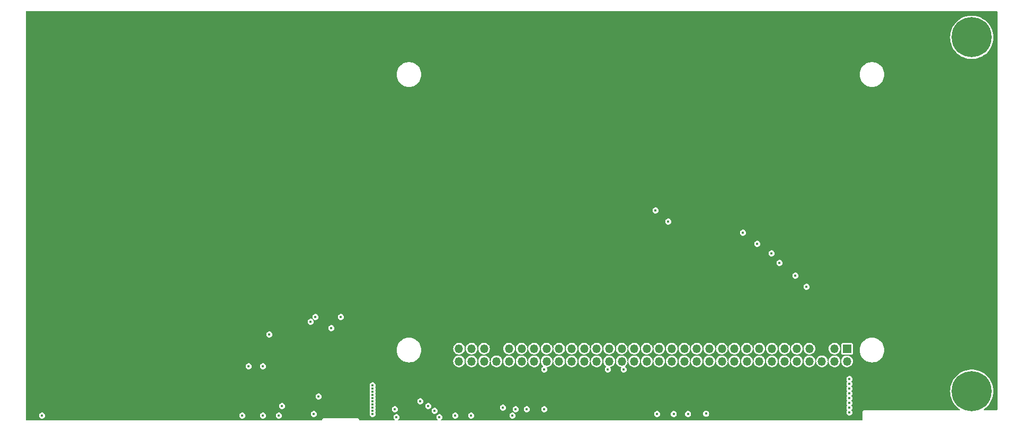
<source format=gbr>
%TF.GenerationSoftware,KiCad,Pcbnew,(7.0.0-0)*%
%TF.CreationDate,2023-03-28T15:20:33+02:00*%
%TF.ProjectId,Vortex-X-ISA-Card,566f7274-6578-42d5-982d-4953412d4361,rev?*%
%TF.SameCoordinates,Original*%
%TF.FileFunction,Copper,L3,Inr*%
%TF.FilePolarity,Positive*%
%FSLAX46Y46*%
G04 Gerber Fmt 4.6, Leading zero omitted, Abs format (unit mm)*
G04 Created by KiCad (PCBNEW (7.0.0-0)) date 2023-03-28 15:20:33*
%MOMM*%
%LPD*%
G01*
G04 APERTURE LIST*
%TA.AperFunction,ComponentPad*%
%ADD10C,0.800000*%
%TD*%
%TA.AperFunction,ComponentPad*%
%ADD11C,6.400000*%
%TD*%
%TA.AperFunction,ComponentPad*%
%ADD12R,1.350000X1.350000*%
%TD*%
%TA.AperFunction,ComponentPad*%
%ADD13O,1.350000X1.350000*%
%TD*%
%TA.AperFunction,ViaPad*%
%ADD14C,0.450000*%
%TD*%
G04 APERTURE END LIST*
D10*
%TO.N,GND*%
%TO.C,H1*%
X192680000Y-149015000D03*
X193382944Y-147317944D03*
X193382944Y-150712056D03*
X195080000Y-146615000D03*
D11*
X195080000Y-149015000D03*
D10*
X195080000Y-151415000D03*
X196777056Y-147317944D03*
X196777056Y-150712056D03*
X197480000Y-149015000D03*
%TD*%
%TO.N,GND*%
%TO.C,H2*%
X192680000Y-92500000D03*
X193382944Y-90802944D03*
X193382944Y-94197056D03*
X195080000Y-90100000D03*
D11*
X195080000Y-92500000D03*
D10*
X195080000Y-94900000D03*
X196777056Y-90802944D03*
X196777056Y-94197056D03*
X197480000Y-92500000D03*
%TD*%
D12*
%TO.N,GND*%
%TO.C,U1*%
X175131999Y-142239999D03*
D13*
%TO.N,/SBHE{slash}~{SBHE*%
X175131999Y-144239999D03*
%TO.N,/RESET*%
X173131999Y-142239999D03*
%TO.N,/DB7{slash}SD7*%
X173131999Y-144239999D03*
%TO.N,+5V*%
X171131999Y-142239999D03*
%TO.N,/DB6{slash}SD6*%
X171131999Y-144239999D03*
%TO.N,/D8{slash}SD8*%
X169131999Y-142239999D03*
%TO.N,/DB5{slash}SD5*%
X169131999Y-144239999D03*
%TO.N,/D9{slash}SD9*%
X167131999Y-142239999D03*
%TO.N,/DB4{slash}SD4*%
X167131999Y-144239999D03*
%TO.N,/D10{slash}SD10*%
X165131999Y-142239999D03*
%TO.N,/DB3{slash}SD3*%
X165131999Y-144239999D03*
%TO.N,/D11{slash}SD11*%
X163131999Y-142239999D03*
%TO.N,/DB2{slash}SD2*%
X163131999Y-144239999D03*
%TO.N,/D12{slash}SD12*%
X161131999Y-142239999D03*
%TO.N,/DB1{slash}SD1*%
X161131999Y-144239999D03*
%TO.N,/D13{slash}SD13*%
X159131999Y-142239999D03*
%TO.N,/DB0{slash}SD0*%
X159131999Y-144239999D03*
%TO.N,GND*%
X157131999Y-142239999D03*
%TO.N,/IO_READY{slash}IOCHRDY*%
X157131999Y-144239999D03*
%TO.N,/~{SMEMW}*%
X155131999Y-142239999D03*
%TO.N,/AEN*%
X155131999Y-144239999D03*
%TO.N,/~{SMEMR}*%
X153131999Y-142239999D03*
%TO.N,/BA19{slash}SA19*%
X153131999Y-144239999D03*
%TO.N,/~{IOW}*%
X151131999Y-142239999D03*
%TO.N,/BA18{slash}SA18*%
X151131999Y-144239999D03*
%TO.N,/~{IOR}*%
X149131999Y-142239999D03*
%TO.N,/BA17{slash}SA17*%
X149131999Y-144239999D03*
%TO.N,/D14{slash}SD14*%
X147131999Y-142239999D03*
%TO.N,/BA16{slash}SA16*%
X147131999Y-144239999D03*
%TO.N,/D15{slash}SD15*%
X145131999Y-142239999D03*
%TO.N,/BA15{slash}SA15*%
X145131999Y-144239999D03*
%TO.N,/~{MEMCS16*%
X143131999Y-142239999D03*
%TO.N,/BA14{slash}SA14*%
X143131999Y-144239999D03*
%TO.N,/~{IOCS16*%
X141131999Y-142239999D03*
%TO.N,/BA13{slash}SA13*%
X141131999Y-144239999D03*
%TO.N,/~{REFRESH*%
X139131999Y-142239999D03*
%TO.N,/BA12{slash}SA12*%
X139131999Y-144239999D03*
%TO.N,/CLK{slash}BCLK*%
X137131999Y-142239999D03*
%TO.N,/BA11{slash}SA11*%
X137131999Y-144239999D03*
%TO.N,/IRQ7*%
X135131999Y-142239999D03*
%TO.N,/BA10{slash}SA10*%
X135131999Y-144239999D03*
%TO.N,/IRQ6*%
X133131999Y-142239999D03*
%TO.N,/BA9{slash}SA9*%
X133131999Y-144239999D03*
%TO.N,/IRQ5*%
X131131999Y-142239999D03*
%TO.N,/BA8{slash}SA8*%
X131131999Y-144239999D03*
%TO.N,/IRQ4*%
X129131999Y-142239999D03*
%TO.N,/BA7{slash}SA7*%
X129131999Y-144239999D03*
%TO.N,/IRQ3*%
X127131999Y-142239999D03*
%TO.N,/BA6{slash}SA6*%
X127131999Y-144239999D03*
%TO.N,/IRQ10*%
X125131999Y-142239999D03*
%TO.N,/BA5{slash}SA5*%
X125131999Y-144239999D03*
%TO.N,/IRQ11*%
X123131999Y-142239999D03*
%TO.N,/BA4{slash}SA4*%
X123131999Y-144239999D03*
%TO.N,/ALE{slash}BALE*%
X121131999Y-142239999D03*
%TO.N,/BA3{slash}SA3*%
X121131999Y-144239999D03*
%TO.N,+5V*%
X119131999Y-142239999D03*
%TO.N,/BA2{slash}SA2*%
X119131999Y-144239999D03*
%TO.N,/OSC*%
X117131999Y-142239999D03*
%TO.N,/BA1{slash}SA1*%
X117131999Y-144239999D03*
%TO.N,GND*%
X115131999Y-142239999D03*
%TO.N,/BA0{slash}SA0*%
X115131999Y-144239999D03*
%TO.N,/IRQ12*%
X113131999Y-142239999D03*
%TO.N,/IRQ14*%
X113131999Y-144239999D03*
%TD*%
D14*
%TO.N,GND*%
X147447000Y-152654000D03*
X84836000Y-151384000D03*
X99314000Y-152654000D03*
X175514000Y-151638000D03*
X126746000Y-151892000D03*
X99314000Y-151130000D03*
X175514000Y-147828000D03*
X121666000Y-152908000D03*
X99314000Y-152146000D03*
X120142000Y-151638000D03*
X108204000Y-151384000D03*
X103124000Y-153162000D03*
X99314000Y-149606000D03*
X106934000Y-150622000D03*
X149733000Y-152654000D03*
X112522000Y-152908000D03*
X175514000Y-147066000D03*
X78486000Y-152908000D03*
X99314000Y-151638000D03*
X136906000Y-145542000D03*
X175514000Y-150114000D03*
X99314000Y-149098000D03*
X139446000Y-145542000D03*
X123952000Y-151892000D03*
X175514000Y-150876000D03*
X99314000Y-148082000D03*
X102870000Y-151892000D03*
X175514000Y-152400000D03*
X109982000Y-153162000D03*
X122174000Y-151892000D03*
X126746000Y-145542000D03*
X175514000Y-148590000D03*
X152614550Y-152614550D03*
X115062000Y-152908000D03*
X99314000Y-150622000D03*
X109220000Y-152146000D03*
X99314000Y-150114000D03*
X89408000Y-137922000D03*
X175514000Y-149352000D03*
X99314000Y-148590000D03*
X46482000Y-152908000D03*
X144780000Y-152654000D03*
%TO.N,+5V*%
X104394000Y-150876000D03*
X170434000Y-148590000D03*
X170434000Y-147828000D03*
X104394000Y-149098000D03*
X104394000Y-151384000D03*
X170434000Y-152400000D03*
X104394000Y-148590000D03*
X170434000Y-151638000D03*
X104394000Y-150368000D03*
X170434000Y-147066000D03*
X104394000Y-152654000D03*
X170434000Y-149352000D03*
X170434000Y-150114000D03*
X104394000Y-148082000D03*
X170434000Y-150876000D03*
X51562000Y-152908000D03*
%TO.N,/D8{slash}SD8*%
X168656000Y-132334000D03*
%TO.N,/D9{slash}SD9*%
X166878000Y-130556000D03*
%TO.N,/D10{slash}SD10*%
X164338000Y-128524000D03*
%TO.N,/D11{slash}SD11*%
X163068000Y-127000000D03*
%TO.N,/D12{slash}SD12*%
X160782000Y-125476000D03*
%TO.N,/D13{slash}SD13*%
X158496000Y-123698000D03*
%TO.N,/D14{slash}SD14*%
X146558000Y-121920000D03*
%TO.N,/D15{slash}SD15*%
X144526000Y-120142000D03*
%TO.N,/IRQ10*%
X94234000Y-137160000D03*
X90170000Y-137160000D03*
X84328000Y-152908000D03*
%TO.N,/IRQ11*%
X81788000Y-152908000D03*
X82804000Y-139954000D03*
X92710000Y-138938000D03*
%TO.N,/IRQ14*%
X81788000Y-145034000D03*
X79502000Y-145034000D03*
%TO.N,/~{MEMCS16*%
X89916000Y-152654000D03*
%TO.N,/~{IOCS16*%
X90678000Y-149860000D03*
%TD*%
%TA.AperFunction,Conductor*%
%TO.N,+5V*%
G36*
X199141048Y-88372952D02*
G01*
X199159500Y-88417500D01*
X199159500Y-151966500D01*
X199141048Y-152011048D01*
X199096500Y-152029500D01*
X196997328Y-152029500D01*
X196959202Y-152016654D01*
X196936624Y-151983354D01*
X196938802Y-151943181D01*
X196964848Y-151912518D01*
X197021468Y-151878451D01*
X197319681Y-151651756D01*
X197591635Y-151394147D01*
X197834143Y-151108645D01*
X198044361Y-150798597D01*
X198219824Y-150467637D01*
X198358476Y-150119647D01*
X198458691Y-149758706D01*
X198519294Y-149389046D01*
X198539574Y-149015000D01*
X198519294Y-148640954D01*
X198458691Y-148271294D01*
X198358476Y-147910353D01*
X198219824Y-147562363D01*
X198044361Y-147231403D01*
X198027529Y-147206578D01*
X197839679Y-146929520D01*
X197834143Y-146921355D01*
X197646029Y-146699891D01*
X197592746Y-146637161D01*
X197591635Y-146635853D01*
X197319681Y-146378244D01*
X197021468Y-146151549D01*
X197020010Y-146150672D01*
X197020006Y-146150669D01*
X196803213Y-146020229D01*
X196700494Y-145958425D01*
X196360520Y-145801136D01*
X196356564Y-145799803D01*
X196007158Y-145682074D01*
X196007154Y-145682073D01*
X196005534Y-145681527D01*
X196003869Y-145681160D01*
X196003860Y-145681158D01*
X195641358Y-145601366D01*
X195641347Y-145601364D01*
X195639697Y-145601001D01*
X195638019Y-145600818D01*
X195638010Y-145600817D01*
X195268994Y-145560684D01*
X195268985Y-145560683D01*
X195267298Y-145560500D01*
X194892702Y-145560500D01*
X194891015Y-145560683D01*
X194891005Y-145560684D01*
X194521989Y-145600817D01*
X194521977Y-145600818D01*
X194520303Y-145601001D01*
X194518655Y-145601363D01*
X194518641Y-145601366D01*
X194156139Y-145681158D01*
X194156126Y-145681161D01*
X194154466Y-145681527D01*
X194152849Y-145682071D01*
X194152841Y-145682074D01*
X193801099Y-145800590D01*
X193801090Y-145800593D01*
X193799480Y-145801136D01*
X193797934Y-145801850D01*
X193797927Y-145801854D01*
X193461047Y-145957712D01*
X193459506Y-145958425D01*
X193458056Y-145959297D01*
X193458053Y-145959299D01*
X193139993Y-146150669D01*
X193139980Y-146150677D01*
X193138532Y-146151549D01*
X193137177Y-146152578D01*
X193137174Y-146152581D01*
X192841681Y-146377208D01*
X192841673Y-146377214D01*
X192840319Y-146378244D01*
X192839081Y-146379415D01*
X192839077Y-146379420D01*
X192569607Y-146634676D01*
X192569602Y-146634680D01*
X192568365Y-146635853D01*
X192567262Y-146637151D01*
X192567253Y-146637161D01*
X192326964Y-146920050D01*
X192326951Y-146920066D01*
X192325857Y-146921355D01*
X192324902Y-146922762D01*
X192324897Y-146922770D01*
X192116595Y-147229991D01*
X192116584Y-147230008D01*
X192115639Y-147231403D01*
X192114841Y-147232906D01*
X192114841Y-147232908D01*
X191993443Y-147461891D01*
X191940176Y-147562363D01*
X191939550Y-147563932D01*
X191939543Y-147563949D01*
X191802151Y-147908778D01*
X191802148Y-147908786D01*
X191801524Y-147910353D01*
X191801073Y-147911976D01*
X191801069Y-147911989D01*
X191701764Y-148269652D01*
X191701760Y-148269667D01*
X191701309Y-148271294D01*
X191701035Y-148272961D01*
X191701032Y-148272978D01*
X191640981Y-148639274D01*
X191640706Y-148640954D01*
X191620426Y-149015000D01*
X191620518Y-149016697D01*
X191640311Y-149381770D01*
X191640706Y-149389046D01*
X191640980Y-149390720D01*
X191640981Y-149390725D01*
X191701032Y-149757021D01*
X191701034Y-149757034D01*
X191701309Y-149758706D01*
X191701761Y-149760336D01*
X191701764Y-149760347D01*
X191798718Y-150109542D01*
X191801524Y-150119647D01*
X191802150Y-150121218D01*
X191802151Y-150121221D01*
X191939543Y-150466050D01*
X191939547Y-150466060D01*
X191940176Y-150467637D01*
X192115639Y-150798597D01*
X192116589Y-150799999D01*
X192116595Y-150800008D01*
X192263434Y-151016578D01*
X192325857Y-151108645D01*
X192326958Y-151109941D01*
X192326964Y-151109949D01*
X192553033Y-151376097D01*
X192568365Y-151394147D01*
X192840319Y-151651756D01*
X193138532Y-151878451D01*
X193174185Y-151899903D01*
X193195152Y-151912518D01*
X193221198Y-151943181D01*
X193223376Y-151983354D01*
X193200798Y-152016654D01*
X193162672Y-152029500D01*
X178107648Y-152029500D01*
X177972352Y-152029500D01*
X177944050Y-152037809D01*
X177935274Y-152039718D01*
X177910544Y-152043274D01*
X177910534Y-152043276D01*
X177906082Y-152043917D01*
X177901987Y-152045786D01*
X177901987Y-152045787D01*
X177879261Y-152056165D01*
X177870843Y-152059305D01*
X177846858Y-152066348D01*
X177846856Y-152066348D01*
X177842537Y-152067617D01*
X177838750Y-152070050D01*
X177838747Y-152070052D01*
X177817728Y-152083560D01*
X177809842Y-152087866D01*
X177787112Y-152098246D01*
X177787101Y-152098252D01*
X177783013Y-152100120D01*
X177779609Y-152103068D01*
X177779611Y-152103068D01*
X177760723Y-152119434D01*
X177753531Y-152124817D01*
X177732513Y-152138325D01*
X177732507Y-152138329D01*
X177728720Y-152140764D01*
X177725772Y-152144164D01*
X177725767Y-152144170D01*
X177709404Y-152163053D01*
X177703053Y-152169404D01*
X177684170Y-152185767D01*
X177684164Y-152185772D01*
X177680764Y-152188720D01*
X177678329Y-152192507D01*
X177678325Y-152192513D01*
X177664817Y-152213531D01*
X177659436Y-152220720D01*
X177640120Y-152243013D01*
X177638252Y-152247101D01*
X177638246Y-152247112D01*
X177627866Y-152269842D01*
X177623560Y-152277728D01*
X177610052Y-152298747D01*
X177610050Y-152298750D01*
X177607617Y-152302537D01*
X177606348Y-152306856D01*
X177606348Y-152306858D01*
X177599305Y-152330843D01*
X177596165Y-152339261D01*
X177583917Y-152366082D01*
X177583276Y-152370534D01*
X177583274Y-152370544D01*
X177579718Y-152395274D01*
X177577809Y-152404050D01*
X177569500Y-152432352D01*
X177569500Y-152436861D01*
X177569500Y-153607000D01*
X177551048Y-153651548D01*
X177506500Y-153670000D01*
X110293006Y-153670000D01*
X110255251Y-153657434D01*
X110232558Y-153624749D01*
X110233978Y-153584984D01*
X110258946Y-153554001D01*
X110299235Y-153528109D01*
X110389529Y-153423903D01*
X110446808Y-153298480D01*
X110466431Y-153162000D01*
X110446808Y-153025520D01*
X110393138Y-152908000D01*
X112037569Y-152908000D01*
X112038210Y-152912458D01*
X112056550Y-153040020D01*
X112056551Y-153040024D01*
X112057192Y-153044480D01*
X112059062Y-153048574D01*
X112059063Y-153048578D01*
X112112598Y-153165803D01*
X112112600Y-153165806D01*
X112114471Y-153169903D01*
X112204765Y-153274109D01*
X112246251Y-153300770D01*
X112316967Y-153346217D01*
X112316970Y-153346218D01*
X112320760Y-153348654D01*
X112453058Y-153387500D01*
X112586434Y-153387500D01*
X112590942Y-153387500D01*
X112723240Y-153348654D01*
X112839235Y-153274109D01*
X112929529Y-153169903D01*
X112986808Y-153044480D01*
X113006431Y-152908000D01*
X114577569Y-152908000D01*
X114578210Y-152912458D01*
X114596550Y-153040020D01*
X114596551Y-153040024D01*
X114597192Y-153044480D01*
X114599062Y-153048574D01*
X114599063Y-153048578D01*
X114652598Y-153165803D01*
X114652600Y-153165806D01*
X114654471Y-153169903D01*
X114744765Y-153274109D01*
X114786251Y-153300770D01*
X114856967Y-153346217D01*
X114856970Y-153346218D01*
X114860760Y-153348654D01*
X114993058Y-153387500D01*
X115126434Y-153387500D01*
X115130942Y-153387500D01*
X115263240Y-153348654D01*
X115379235Y-153274109D01*
X115469529Y-153169903D01*
X115526808Y-153044480D01*
X115546431Y-152908000D01*
X121181569Y-152908000D01*
X121182210Y-152912458D01*
X121200550Y-153040020D01*
X121200551Y-153040024D01*
X121201192Y-153044480D01*
X121203062Y-153048574D01*
X121203063Y-153048578D01*
X121256598Y-153165803D01*
X121256600Y-153165806D01*
X121258471Y-153169903D01*
X121348765Y-153274109D01*
X121390251Y-153300770D01*
X121460967Y-153346217D01*
X121460970Y-153346218D01*
X121464760Y-153348654D01*
X121597058Y-153387500D01*
X121730434Y-153387500D01*
X121734942Y-153387500D01*
X121867240Y-153348654D01*
X121983235Y-153274109D01*
X122073529Y-153169903D01*
X122130808Y-153044480D01*
X122150431Y-152908000D01*
X122130808Y-152771520D01*
X122077138Y-152654000D01*
X144295569Y-152654000D01*
X144296210Y-152658458D01*
X144314550Y-152786020D01*
X144314551Y-152786024D01*
X144315192Y-152790480D01*
X144317062Y-152794574D01*
X144317063Y-152794578D01*
X144370598Y-152911803D01*
X144370600Y-152911806D01*
X144372471Y-152915903D01*
X144462765Y-153020109D01*
X144507064Y-153048578D01*
X144574967Y-153092217D01*
X144574970Y-153092218D01*
X144578760Y-153094654D01*
X144711058Y-153133500D01*
X144844434Y-153133500D01*
X144848942Y-153133500D01*
X144981240Y-153094654D01*
X145097235Y-153020109D01*
X145187529Y-152915903D01*
X145244808Y-152790480D01*
X145264431Y-152654000D01*
X146962569Y-152654000D01*
X146963210Y-152658458D01*
X146981550Y-152786020D01*
X146981551Y-152786024D01*
X146982192Y-152790480D01*
X146984062Y-152794574D01*
X146984063Y-152794578D01*
X147037598Y-152911803D01*
X147037600Y-152911806D01*
X147039471Y-152915903D01*
X147129765Y-153020109D01*
X147174064Y-153048578D01*
X147241967Y-153092217D01*
X147241970Y-153092218D01*
X147245760Y-153094654D01*
X147378058Y-153133500D01*
X147511434Y-153133500D01*
X147515942Y-153133500D01*
X147648240Y-153094654D01*
X147764235Y-153020109D01*
X147854529Y-152915903D01*
X147911808Y-152790480D01*
X147931431Y-152654000D01*
X149248569Y-152654000D01*
X149249210Y-152658458D01*
X149267550Y-152786020D01*
X149267551Y-152786024D01*
X149268192Y-152790480D01*
X149270062Y-152794574D01*
X149270063Y-152794578D01*
X149323598Y-152911803D01*
X149323600Y-152911806D01*
X149325471Y-152915903D01*
X149415765Y-153020109D01*
X149460064Y-153048578D01*
X149527967Y-153092217D01*
X149527970Y-153092218D01*
X149531760Y-153094654D01*
X149664058Y-153133500D01*
X149797434Y-153133500D01*
X149801942Y-153133500D01*
X149934240Y-153094654D01*
X150050235Y-153020109D01*
X150140529Y-152915903D01*
X150197808Y-152790480D01*
X150217431Y-152654000D01*
X150211759Y-152614550D01*
X152130119Y-152614550D01*
X152130760Y-152619008D01*
X152149100Y-152746570D01*
X152149101Y-152746574D01*
X152149742Y-152751030D01*
X152151612Y-152755124D01*
X152151613Y-152755128D01*
X152205148Y-152872353D01*
X152205150Y-152872356D01*
X152207021Y-152876453D01*
X152297315Y-152980659D01*
X152353401Y-153016703D01*
X152409517Y-153052767D01*
X152409520Y-153052768D01*
X152413310Y-153055204D01*
X152545608Y-153094050D01*
X152678984Y-153094050D01*
X152683492Y-153094050D01*
X152815790Y-153055204D01*
X152931785Y-152980659D01*
X153022079Y-152876453D01*
X153079358Y-152751030D01*
X153098981Y-152614550D01*
X153079358Y-152478070D01*
X153043704Y-152400000D01*
X175029569Y-152400000D01*
X175030210Y-152404458D01*
X175048550Y-152532020D01*
X175048551Y-152532024D01*
X175049192Y-152536480D01*
X175051062Y-152540574D01*
X175051063Y-152540578D01*
X175104598Y-152657803D01*
X175104600Y-152657806D01*
X175106471Y-152661903D01*
X175196765Y-152766109D01*
X175241064Y-152794578D01*
X175308967Y-152838217D01*
X175308970Y-152838218D01*
X175312760Y-152840654D01*
X175445058Y-152879500D01*
X175578434Y-152879500D01*
X175582942Y-152879500D01*
X175715240Y-152840654D01*
X175831235Y-152766109D01*
X175921529Y-152661903D01*
X175978808Y-152536480D01*
X175998431Y-152400000D01*
X175978808Y-152263520D01*
X175937298Y-152172626D01*
X175923401Y-152142196D01*
X175923400Y-152142195D01*
X175921529Y-152138097D01*
X175854078Y-152060254D01*
X175838692Y-152018999D01*
X175854080Y-151977744D01*
X175921529Y-151899903D01*
X175978808Y-151774480D01*
X175998431Y-151638000D01*
X175978808Y-151501520D01*
X175921529Y-151376097D01*
X175854079Y-151298255D01*
X175838692Y-151257000D01*
X175854080Y-151215744D01*
X175867911Y-151199782D01*
X175921529Y-151137903D01*
X175978808Y-151012480D01*
X175998431Y-150876000D01*
X175978808Y-150739520D01*
X175921529Y-150614097D01*
X175854079Y-150536255D01*
X175838692Y-150495000D01*
X175854080Y-150453744D01*
X175921529Y-150375903D01*
X175978808Y-150250480D01*
X175998431Y-150114000D01*
X175978808Y-149977520D01*
X175921529Y-149852097D01*
X175854079Y-149774255D01*
X175838692Y-149733000D01*
X175854080Y-149691744D01*
X175921529Y-149613903D01*
X175978808Y-149488480D01*
X175998431Y-149352000D01*
X175978808Y-149215520D01*
X175921529Y-149090097D01*
X175854079Y-149012255D01*
X175838692Y-148971000D01*
X175854080Y-148929744D01*
X175921529Y-148851903D01*
X175978808Y-148726480D01*
X175998431Y-148590000D01*
X175978808Y-148453520D01*
X175921529Y-148328097D01*
X175854079Y-148250255D01*
X175838692Y-148209000D01*
X175854080Y-148167744D01*
X175921529Y-148089903D01*
X175978808Y-147964480D01*
X175998431Y-147828000D01*
X175978808Y-147691520D01*
X175921529Y-147566097D01*
X175854079Y-147488255D01*
X175838692Y-147447000D01*
X175854080Y-147405744D01*
X175854081Y-147405743D01*
X175921529Y-147327903D01*
X175978808Y-147202480D01*
X175998431Y-147066000D01*
X175978808Y-146929520D01*
X175921529Y-146804097D01*
X175831235Y-146699891D01*
X175800708Y-146680272D01*
X175719032Y-146627782D01*
X175719026Y-146627779D01*
X175715240Y-146625346D01*
X175582942Y-146586500D01*
X175445058Y-146586500D01*
X175440733Y-146587769D01*
X175440732Y-146587770D01*
X175317084Y-146624076D01*
X175317081Y-146624077D01*
X175312760Y-146625346D01*
X175308975Y-146627778D01*
X175308967Y-146627782D01*
X175200555Y-146697455D01*
X175200553Y-146697456D01*
X175196765Y-146699891D01*
X175193816Y-146703293D01*
X175193814Y-146703296D01*
X175109423Y-146800690D01*
X175106471Y-146804097D01*
X175104601Y-146808190D01*
X175104598Y-146808196D01*
X175051063Y-146925421D01*
X175051061Y-146925426D01*
X175049192Y-146929520D01*
X175048551Y-146933973D01*
X175048550Y-146933979D01*
X175030844Y-147057126D01*
X175029569Y-147066000D01*
X175030210Y-147070458D01*
X175048550Y-147198020D01*
X175048551Y-147198024D01*
X175049192Y-147202480D01*
X175051062Y-147206574D01*
X175051063Y-147206578D01*
X175104598Y-147323803D01*
X175104600Y-147323806D01*
X175106471Y-147327903D01*
X175173919Y-147405743D01*
X175189307Y-147446999D01*
X175173920Y-147488254D01*
X175109422Y-147562690D01*
X175109418Y-147562695D01*
X175106471Y-147566097D01*
X175104601Y-147570190D01*
X175104598Y-147570196D01*
X175051063Y-147687421D01*
X175051061Y-147687426D01*
X175049192Y-147691520D01*
X175048551Y-147695973D01*
X175048550Y-147695979D01*
X175045198Y-147719296D01*
X175029569Y-147828000D01*
X175030210Y-147832458D01*
X175048550Y-147960020D01*
X175048551Y-147960024D01*
X175049192Y-147964480D01*
X175051062Y-147968574D01*
X175051063Y-147968578D01*
X175104598Y-148085803D01*
X175104600Y-148085806D01*
X175106471Y-148089903D01*
X175173920Y-148167744D01*
X175189307Y-148209000D01*
X175173920Y-148250255D01*
X175106471Y-148328097D01*
X175104601Y-148332190D01*
X175104598Y-148332196D01*
X175051063Y-148449421D01*
X175051061Y-148449426D01*
X175049192Y-148453520D01*
X175048551Y-148457973D01*
X175048550Y-148457979D01*
X175030844Y-148581126D01*
X175029569Y-148590000D01*
X175030210Y-148594458D01*
X175048550Y-148722020D01*
X175048551Y-148722024D01*
X175049192Y-148726480D01*
X175051062Y-148730574D01*
X175051063Y-148730578D01*
X175104598Y-148847803D01*
X175104600Y-148847806D01*
X175106471Y-148851903D01*
X175173920Y-148929744D01*
X175189307Y-148971000D01*
X175173920Y-149012255D01*
X175106471Y-149090097D01*
X175104601Y-149094190D01*
X175104598Y-149094196D01*
X175051063Y-149211421D01*
X175051061Y-149211426D01*
X175049192Y-149215520D01*
X175048551Y-149219973D01*
X175048550Y-149219979D01*
X175033332Y-149325827D01*
X175029569Y-149352000D01*
X175030210Y-149356458D01*
X175048550Y-149484020D01*
X175048551Y-149484024D01*
X175049192Y-149488480D01*
X175051062Y-149492574D01*
X175051063Y-149492578D01*
X175104598Y-149609803D01*
X175104600Y-149609806D01*
X175106471Y-149613903D01*
X175173920Y-149691744D01*
X175189307Y-149733000D01*
X175173920Y-149774255D01*
X175106471Y-149852097D01*
X175104601Y-149856190D01*
X175104598Y-149856196D01*
X175051063Y-149973421D01*
X175051061Y-149973426D01*
X175049192Y-149977520D01*
X175048551Y-149981973D01*
X175048550Y-149981979D01*
X175030844Y-150105126D01*
X175029569Y-150114000D01*
X175030210Y-150118458D01*
X175048550Y-150246020D01*
X175048551Y-150246024D01*
X175049192Y-150250480D01*
X175051062Y-150254574D01*
X175051063Y-150254578D01*
X175104598Y-150371803D01*
X175104600Y-150371806D01*
X175106471Y-150375903D01*
X175173920Y-150453744D01*
X175189307Y-150495000D01*
X175173920Y-150536255D01*
X175106471Y-150614097D01*
X175104601Y-150618190D01*
X175104598Y-150618196D01*
X175051063Y-150735421D01*
X175051061Y-150735426D01*
X175049192Y-150739520D01*
X175048551Y-150743973D01*
X175048550Y-150743979D01*
X175040495Y-150800008D01*
X175029569Y-150876000D01*
X175030210Y-150880458D01*
X175048550Y-151008020D01*
X175048551Y-151008024D01*
X175049192Y-151012480D01*
X175051062Y-151016574D01*
X175051063Y-151016578D01*
X175104598Y-151133803D01*
X175104600Y-151133806D01*
X175106471Y-151137903D01*
X175156878Y-151196076D01*
X175173920Y-151215744D01*
X175189307Y-151257000D01*
X175173920Y-151298255D01*
X175106471Y-151376097D01*
X175104601Y-151380190D01*
X175104598Y-151380196D01*
X175051063Y-151497421D01*
X175051061Y-151497426D01*
X175049192Y-151501520D01*
X175048551Y-151505973D01*
X175048550Y-151505979D01*
X175045198Y-151529296D01*
X175029569Y-151638000D01*
X175030210Y-151642458D01*
X175048550Y-151770020D01*
X175048551Y-151770024D01*
X175049192Y-151774480D01*
X175051062Y-151778574D01*
X175051063Y-151778578D01*
X175104598Y-151895803D01*
X175104600Y-151895806D01*
X175106471Y-151899903D01*
X175164177Y-151966500D01*
X175173920Y-151977744D01*
X175189307Y-152019000D01*
X175173920Y-152060255D01*
X175106471Y-152138097D01*
X175104601Y-152142190D01*
X175104598Y-152142196D01*
X175051063Y-152259421D01*
X175051061Y-152259426D01*
X175049192Y-152263520D01*
X175048551Y-152267973D01*
X175048550Y-152267979D01*
X175038891Y-152335162D01*
X175029569Y-152400000D01*
X153043704Y-152400000D01*
X153022079Y-152352647D01*
X152931785Y-152248441D01*
X152888655Y-152220723D01*
X152819582Y-152176332D01*
X152819576Y-152176329D01*
X152815790Y-152173896D01*
X152683492Y-152135050D01*
X152545608Y-152135050D01*
X152541283Y-152136319D01*
X152541282Y-152136320D01*
X152417634Y-152172626D01*
X152417631Y-152172627D01*
X152413310Y-152173896D01*
X152409525Y-152176328D01*
X152409517Y-152176332D01*
X152301105Y-152246005D01*
X152301103Y-152246006D01*
X152297315Y-152248441D01*
X152294366Y-152251843D01*
X152294364Y-152251846D01*
X152218620Y-152339261D01*
X152207021Y-152352647D01*
X152205151Y-152356740D01*
X152205148Y-152356746D01*
X152151613Y-152473971D01*
X152151611Y-152473976D01*
X152149742Y-152478070D01*
X152149101Y-152482523D01*
X152149100Y-152482529D01*
X152134480Y-152584217D01*
X152130119Y-152614550D01*
X150211759Y-152614550D01*
X150197808Y-152517520D01*
X150140529Y-152392097D01*
X150050235Y-152287891D01*
X150003893Y-152258109D01*
X149938032Y-152215782D01*
X149938026Y-152215779D01*
X149934240Y-152213346D01*
X149801942Y-152174500D01*
X149664058Y-152174500D01*
X149659733Y-152175769D01*
X149659732Y-152175770D01*
X149536084Y-152212076D01*
X149536081Y-152212077D01*
X149531760Y-152213346D01*
X149527975Y-152215778D01*
X149527967Y-152215782D01*
X149419555Y-152285455D01*
X149419553Y-152285456D01*
X149415765Y-152287891D01*
X149412816Y-152291293D01*
X149412814Y-152291296D01*
X149343318Y-152371500D01*
X149325471Y-152392097D01*
X149323601Y-152396190D01*
X149323598Y-152396196D01*
X149270063Y-152513421D01*
X149270061Y-152513426D01*
X149268192Y-152517520D01*
X149267551Y-152521973D01*
X149267550Y-152521979D01*
X149256294Y-152600272D01*
X149248569Y-152654000D01*
X147931431Y-152654000D01*
X147911808Y-152517520D01*
X147854529Y-152392097D01*
X147764235Y-152287891D01*
X147717893Y-152258109D01*
X147652032Y-152215782D01*
X147652026Y-152215779D01*
X147648240Y-152213346D01*
X147515942Y-152174500D01*
X147378058Y-152174500D01*
X147373733Y-152175769D01*
X147373732Y-152175770D01*
X147250084Y-152212076D01*
X147250081Y-152212077D01*
X147245760Y-152213346D01*
X147241975Y-152215778D01*
X147241967Y-152215782D01*
X147133555Y-152285455D01*
X147133553Y-152285456D01*
X147129765Y-152287891D01*
X147126816Y-152291293D01*
X147126814Y-152291296D01*
X147057318Y-152371500D01*
X147039471Y-152392097D01*
X147037601Y-152396190D01*
X147037598Y-152396196D01*
X146984063Y-152513421D01*
X146984061Y-152513426D01*
X146982192Y-152517520D01*
X146981551Y-152521973D01*
X146981550Y-152521979D01*
X146970294Y-152600272D01*
X146962569Y-152654000D01*
X145264431Y-152654000D01*
X145244808Y-152517520D01*
X145187529Y-152392097D01*
X145097235Y-152287891D01*
X145050893Y-152258109D01*
X144985032Y-152215782D01*
X144985026Y-152215779D01*
X144981240Y-152213346D01*
X144848942Y-152174500D01*
X144711058Y-152174500D01*
X144706733Y-152175769D01*
X144706732Y-152175770D01*
X144583084Y-152212076D01*
X144583081Y-152212077D01*
X144578760Y-152213346D01*
X144574975Y-152215778D01*
X144574967Y-152215782D01*
X144466555Y-152285455D01*
X144466553Y-152285456D01*
X144462765Y-152287891D01*
X144459816Y-152291293D01*
X144459814Y-152291296D01*
X144390318Y-152371500D01*
X144372471Y-152392097D01*
X144370601Y-152396190D01*
X144370598Y-152396196D01*
X144317063Y-152513421D01*
X144317061Y-152513426D01*
X144315192Y-152517520D01*
X144314551Y-152521973D01*
X144314550Y-152521979D01*
X144303294Y-152600272D01*
X144295569Y-152654000D01*
X122077138Y-152654000D01*
X122073529Y-152646097D01*
X121983235Y-152541891D01*
X121936893Y-152512109D01*
X121871032Y-152469782D01*
X121871026Y-152469779D01*
X121867240Y-152467346D01*
X121734942Y-152428500D01*
X121597058Y-152428500D01*
X121592733Y-152429769D01*
X121592732Y-152429770D01*
X121469084Y-152466076D01*
X121469081Y-152466077D01*
X121464760Y-152467346D01*
X121460975Y-152469778D01*
X121460967Y-152469782D01*
X121352555Y-152539455D01*
X121352553Y-152539456D01*
X121348765Y-152541891D01*
X121345816Y-152545293D01*
X121345814Y-152545296D01*
X121276318Y-152625500D01*
X121258471Y-152646097D01*
X121256601Y-152650190D01*
X121256598Y-152650196D01*
X121203063Y-152767421D01*
X121203061Y-152767426D01*
X121201192Y-152771520D01*
X121200551Y-152775973D01*
X121200550Y-152775979D01*
X121188580Y-152859236D01*
X121181569Y-152908000D01*
X115546431Y-152908000D01*
X115526808Y-152771520D01*
X115469529Y-152646097D01*
X115379235Y-152541891D01*
X115332893Y-152512109D01*
X115267032Y-152469782D01*
X115267026Y-152469779D01*
X115263240Y-152467346D01*
X115130942Y-152428500D01*
X114993058Y-152428500D01*
X114988733Y-152429769D01*
X114988732Y-152429770D01*
X114865084Y-152466076D01*
X114865081Y-152466077D01*
X114860760Y-152467346D01*
X114856975Y-152469778D01*
X114856967Y-152469782D01*
X114748555Y-152539455D01*
X114748553Y-152539456D01*
X114744765Y-152541891D01*
X114741816Y-152545293D01*
X114741814Y-152545296D01*
X114672318Y-152625500D01*
X114654471Y-152646097D01*
X114652601Y-152650190D01*
X114652598Y-152650196D01*
X114599063Y-152767421D01*
X114599061Y-152767426D01*
X114597192Y-152771520D01*
X114596551Y-152775973D01*
X114596550Y-152775979D01*
X114584580Y-152859236D01*
X114577569Y-152908000D01*
X113006431Y-152908000D01*
X112986808Y-152771520D01*
X112929529Y-152646097D01*
X112839235Y-152541891D01*
X112792893Y-152512109D01*
X112727032Y-152469782D01*
X112727026Y-152469779D01*
X112723240Y-152467346D01*
X112590942Y-152428500D01*
X112453058Y-152428500D01*
X112448733Y-152429769D01*
X112448732Y-152429770D01*
X112325084Y-152466076D01*
X112325081Y-152466077D01*
X112320760Y-152467346D01*
X112316975Y-152469778D01*
X112316967Y-152469782D01*
X112208555Y-152539455D01*
X112208553Y-152539456D01*
X112204765Y-152541891D01*
X112201816Y-152545293D01*
X112201814Y-152545296D01*
X112132318Y-152625500D01*
X112114471Y-152646097D01*
X112112601Y-152650190D01*
X112112598Y-152650196D01*
X112059063Y-152767421D01*
X112059061Y-152767426D01*
X112057192Y-152771520D01*
X112056551Y-152775973D01*
X112056550Y-152775979D01*
X112044580Y-152859236D01*
X112037569Y-152908000D01*
X110393138Y-152908000D01*
X110389529Y-152900097D01*
X110299235Y-152795891D01*
X110252893Y-152766109D01*
X110187032Y-152723782D01*
X110187026Y-152723779D01*
X110183240Y-152721346D01*
X110050942Y-152682500D01*
X109913058Y-152682500D01*
X109908733Y-152683769D01*
X109908732Y-152683770D01*
X109785084Y-152720076D01*
X109785081Y-152720077D01*
X109780760Y-152721346D01*
X109776975Y-152723778D01*
X109776967Y-152723782D01*
X109668555Y-152793455D01*
X109668553Y-152793456D01*
X109664765Y-152795891D01*
X109661816Y-152799293D01*
X109661814Y-152799296D01*
X109592318Y-152879500D01*
X109574471Y-152900097D01*
X109572601Y-152904190D01*
X109572598Y-152904196D01*
X109519063Y-153021421D01*
X109519061Y-153021426D01*
X109517192Y-153025520D01*
X109516551Y-153029973D01*
X109516550Y-153029979D01*
X109501849Y-153132229D01*
X109497569Y-153162000D01*
X109498210Y-153166458D01*
X109516550Y-153294020D01*
X109516551Y-153294024D01*
X109517192Y-153298480D01*
X109519062Y-153302574D01*
X109519063Y-153302578D01*
X109572598Y-153419803D01*
X109572600Y-153419806D01*
X109574471Y-153423903D01*
X109664765Y-153528109D01*
X109695293Y-153547728D01*
X109705054Y-153554001D01*
X109730022Y-153584984D01*
X109731442Y-153624749D01*
X109708749Y-153657434D01*
X109670994Y-153670000D01*
X103435006Y-153670000D01*
X103397251Y-153657434D01*
X103374558Y-153624749D01*
X103375978Y-153584984D01*
X103400946Y-153554001D01*
X103441235Y-153528109D01*
X103531529Y-153423903D01*
X103588808Y-153298480D01*
X103608431Y-153162000D01*
X103588808Y-153025520D01*
X103531529Y-152900097D01*
X103441235Y-152795891D01*
X103394893Y-152766109D01*
X103329032Y-152723782D01*
X103329026Y-152723779D01*
X103325240Y-152721346D01*
X103192942Y-152682500D01*
X103055058Y-152682500D01*
X103050733Y-152683769D01*
X103050732Y-152683770D01*
X102927084Y-152720076D01*
X102927081Y-152720077D01*
X102922760Y-152721346D01*
X102918975Y-152723778D01*
X102918967Y-152723782D01*
X102810555Y-152793455D01*
X102810553Y-152793456D01*
X102806765Y-152795891D01*
X102803816Y-152799293D01*
X102803814Y-152799296D01*
X102734318Y-152879500D01*
X102716471Y-152900097D01*
X102714601Y-152904190D01*
X102714598Y-152904196D01*
X102661063Y-153021421D01*
X102661061Y-153021426D01*
X102659192Y-153025520D01*
X102658551Y-153029973D01*
X102658550Y-153029979D01*
X102643849Y-153132229D01*
X102639569Y-153162000D01*
X102640210Y-153166458D01*
X102658550Y-153294020D01*
X102658551Y-153294024D01*
X102659192Y-153298480D01*
X102661062Y-153302574D01*
X102661063Y-153302578D01*
X102714598Y-153419803D01*
X102714600Y-153419806D01*
X102716471Y-153423903D01*
X102806765Y-153528109D01*
X102837293Y-153547728D01*
X102847054Y-153554001D01*
X102872022Y-153584984D01*
X102873442Y-153624749D01*
X102850749Y-153657434D01*
X102812994Y-153670000D01*
X97272061Y-153670000D01*
X97238001Y-153659999D01*
X97214755Y-153633172D01*
X97203832Y-153609255D01*
X97200694Y-153600843D01*
X97192383Y-153572537D01*
X97176437Y-153547726D01*
X97172129Y-153539836D01*
X97161752Y-153517112D01*
X97161751Y-153517111D01*
X97159880Y-153513013D01*
X97140567Y-153490725D01*
X97135181Y-153483530D01*
X97121674Y-153462513D01*
X97121672Y-153462511D01*
X97119236Y-153458720D01*
X97096951Y-153439409D01*
X97090597Y-153433055D01*
X97074231Y-153414169D01*
X97074229Y-153414167D01*
X97071280Y-153410764D01*
X97067492Y-153408329D01*
X97067488Y-153408326D01*
X97046467Y-153394816D01*
X97039272Y-153389430D01*
X97020393Y-153373071D01*
X97020391Y-153373070D01*
X97016987Y-153370120D01*
X96990162Y-153357869D01*
X96982275Y-153353562D01*
X96961254Y-153340052D01*
X96961246Y-153340048D01*
X96957463Y-153337617D01*
X96929159Y-153329306D01*
X96920740Y-153326165D01*
X96898021Y-153315790D01*
X96898016Y-153315788D01*
X96893918Y-153313917D01*
X96889462Y-153313276D01*
X96889451Y-153313273D01*
X96864726Y-153309718D01*
X96855946Y-153307808D01*
X96831976Y-153300770D01*
X96831970Y-153300769D01*
X96827648Y-153299500D01*
X96793648Y-153299500D01*
X91747648Y-153299500D01*
X91612352Y-153299500D01*
X91584050Y-153307809D01*
X91575274Y-153309718D01*
X91550544Y-153313274D01*
X91550534Y-153313276D01*
X91546082Y-153313917D01*
X91541987Y-153315786D01*
X91541987Y-153315787D01*
X91519261Y-153326165D01*
X91510843Y-153329305D01*
X91486858Y-153336348D01*
X91486856Y-153336348D01*
X91482537Y-153337617D01*
X91478750Y-153340050D01*
X91478747Y-153340052D01*
X91457728Y-153353560D01*
X91449842Y-153357866D01*
X91427112Y-153368246D01*
X91427101Y-153368252D01*
X91423013Y-153370120D01*
X91400728Y-153389430D01*
X91400723Y-153389434D01*
X91393531Y-153394817D01*
X91372513Y-153408325D01*
X91372507Y-153408329D01*
X91368720Y-153410764D01*
X91365772Y-153414164D01*
X91365767Y-153414170D01*
X91349404Y-153433053D01*
X91343053Y-153439404D01*
X91324170Y-153455767D01*
X91324164Y-153455772D01*
X91320764Y-153458720D01*
X91318329Y-153462507D01*
X91318325Y-153462513D01*
X91304817Y-153483531D01*
X91299436Y-153490720D01*
X91280120Y-153513013D01*
X91278252Y-153517101D01*
X91278246Y-153517112D01*
X91267866Y-153539842D01*
X91263560Y-153547728D01*
X91250052Y-153568747D01*
X91250050Y-153568750D01*
X91247617Y-153572537D01*
X91246348Y-153576856D01*
X91246348Y-153576858D01*
X91239305Y-153600843D01*
X91236165Y-153609260D01*
X91225248Y-153633168D01*
X91202002Y-153659998D01*
X91167940Y-153670000D01*
X43953500Y-153670000D01*
X43908952Y-153651548D01*
X43890500Y-153607000D01*
X43890500Y-152908000D01*
X45997569Y-152908000D01*
X45998210Y-152912458D01*
X46016550Y-153040020D01*
X46016551Y-153040024D01*
X46017192Y-153044480D01*
X46019062Y-153048574D01*
X46019063Y-153048578D01*
X46072598Y-153165803D01*
X46072600Y-153165806D01*
X46074471Y-153169903D01*
X46164765Y-153274109D01*
X46206251Y-153300770D01*
X46276967Y-153346217D01*
X46276970Y-153346218D01*
X46280760Y-153348654D01*
X46413058Y-153387500D01*
X46546434Y-153387500D01*
X46550942Y-153387500D01*
X46683240Y-153348654D01*
X46799235Y-153274109D01*
X46889529Y-153169903D01*
X46946808Y-153044480D01*
X46966431Y-152908000D01*
X78001569Y-152908000D01*
X78002210Y-152912458D01*
X78020550Y-153040020D01*
X78020551Y-153040024D01*
X78021192Y-153044480D01*
X78023062Y-153048574D01*
X78023063Y-153048578D01*
X78076598Y-153165803D01*
X78076600Y-153165806D01*
X78078471Y-153169903D01*
X78168765Y-153274109D01*
X78210251Y-153300770D01*
X78280967Y-153346217D01*
X78280970Y-153346218D01*
X78284760Y-153348654D01*
X78417058Y-153387500D01*
X78550434Y-153387500D01*
X78554942Y-153387500D01*
X78687240Y-153348654D01*
X78803235Y-153274109D01*
X78893529Y-153169903D01*
X78950808Y-153044480D01*
X78970431Y-152908000D01*
X81303569Y-152908000D01*
X81304210Y-152912458D01*
X81322550Y-153040020D01*
X81322551Y-153040024D01*
X81323192Y-153044480D01*
X81325062Y-153048574D01*
X81325063Y-153048578D01*
X81378598Y-153165803D01*
X81378600Y-153165806D01*
X81380471Y-153169903D01*
X81470765Y-153274109D01*
X81512251Y-153300770D01*
X81582967Y-153346217D01*
X81582970Y-153346218D01*
X81586760Y-153348654D01*
X81719058Y-153387500D01*
X81852434Y-153387500D01*
X81856942Y-153387500D01*
X81989240Y-153348654D01*
X82105235Y-153274109D01*
X82195529Y-153169903D01*
X82252808Y-153044480D01*
X82272431Y-152908000D01*
X83843569Y-152908000D01*
X83844210Y-152912458D01*
X83862550Y-153040020D01*
X83862551Y-153040024D01*
X83863192Y-153044480D01*
X83865062Y-153048574D01*
X83865063Y-153048578D01*
X83918598Y-153165803D01*
X83918600Y-153165806D01*
X83920471Y-153169903D01*
X84010765Y-153274109D01*
X84052251Y-153300770D01*
X84122967Y-153346217D01*
X84122970Y-153346218D01*
X84126760Y-153348654D01*
X84259058Y-153387500D01*
X84392434Y-153387500D01*
X84396942Y-153387500D01*
X84529240Y-153348654D01*
X84645235Y-153274109D01*
X84735529Y-153169903D01*
X84792808Y-153044480D01*
X84812431Y-152908000D01*
X84792808Y-152771520D01*
X84739138Y-152654000D01*
X89431569Y-152654000D01*
X89432210Y-152658458D01*
X89450550Y-152786020D01*
X89450551Y-152786024D01*
X89451192Y-152790480D01*
X89453062Y-152794574D01*
X89453063Y-152794578D01*
X89506598Y-152911803D01*
X89506600Y-152911806D01*
X89508471Y-152915903D01*
X89598765Y-153020109D01*
X89643064Y-153048578D01*
X89710967Y-153092217D01*
X89710970Y-153092218D01*
X89714760Y-153094654D01*
X89847058Y-153133500D01*
X89980434Y-153133500D01*
X89984942Y-153133500D01*
X90117240Y-153094654D01*
X90233235Y-153020109D01*
X90323529Y-152915903D01*
X90380808Y-152790480D01*
X90400431Y-152654000D01*
X98829569Y-152654000D01*
X98830210Y-152658458D01*
X98848550Y-152786020D01*
X98848551Y-152786024D01*
X98849192Y-152790480D01*
X98851062Y-152794574D01*
X98851063Y-152794578D01*
X98904598Y-152911803D01*
X98904600Y-152911806D01*
X98906471Y-152915903D01*
X98996765Y-153020109D01*
X99041064Y-153048578D01*
X99108967Y-153092217D01*
X99108970Y-153092218D01*
X99112760Y-153094654D01*
X99245058Y-153133500D01*
X99378434Y-153133500D01*
X99382942Y-153133500D01*
X99515240Y-153094654D01*
X99631235Y-153020109D01*
X99721529Y-152915903D01*
X99778808Y-152790480D01*
X99798431Y-152654000D01*
X99778808Y-152517520D01*
X99737087Y-152426165D01*
X99731396Y-152400000D01*
X99737087Y-152373834D01*
X99778808Y-152282480D01*
X99798431Y-152146000D01*
X99778808Y-152009520D01*
X99737087Y-151918165D01*
X99731396Y-151892000D01*
X102385569Y-151892000D01*
X102386210Y-151896458D01*
X102404550Y-152024020D01*
X102404551Y-152024024D01*
X102405192Y-152028480D01*
X102407062Y-152032574D01*
X102407063Y-152032578D01*
X102460598Y-152149803D01*
X102460600Y-152149806D01*
X102462471Y-152153903D01*
X102552765Y-152258109D01*
X102597064Y-152286578D01*
X102664967Y-152330217D01*
X102664970Y-152330218D01*
X102668760Y-152332654D01*
X102801058Y-152371500D01*
X102934434Y-152371500D01*
X102938942Y-152371500D01*
X103071240Y-152332654D01*
X103187235Y-152258109D01*
X103277529Y-152153903D01*
X103281138Y-152146000D01*
X108735569Y-152146000D01*
X108736210Y-152150458D01*
X108754550Y-152278020D01*
X108754551Y-152278024D01*
X108755192Y-152282480D01*
X108757062Y-152286574D01*
X108757063Y-152286578D01*
X108810598Y-152403803D01*
X108810600Y-152403806D01*
X108812471Y-152407903D01*
X108902765Y-152512109D01*
X108947064Y-152540578D01*
X109014967Y-152584217D01*
X109014970Y-152584218D01*
X109018760Y-152586654D01*
X109151058Y-152625500D01*
X109284434Y-152625500D01*
X109288942Y-152625500D01*
X109421240Y-152586654D01*
X109537235Y-152512109D01*
X109627529Y-152407903D01*
X109684808Y-152282480D01*
X109704431Y-152146000D01*
X109684808Y-152009520D01*
X109643090Y-151918171D01*
X109629401Y-151888196D01*
X109629400Y-151888195D01*
X109627529Y-151884097D01*
X109537235Y-151779891D01*
X109490893Y-151750109D01*
X109425032Y-151707782D01*
X109425026Y-151707779D01*
X109421240Y-151705346D01*
X109288942Y-151666500D01*
X109151058Y-151666500D01*
X109146733Y-151667769D01*
X109146732Y-151667770D01*
X109023084Y-151704076D01*
X109023081Y-151704077D01*
X109018760Y-151705346D01*
X109014975Y-151707778D01*
X109014967Y-151707782D01*
X108906555Y-151777455D01*
X108906553Y-151777456D01*
X108902765Y-151779891D01*
X108899816Y-151783293D01*
X108899814Y-151783296D01*
X108815423Y-151880690D01*
X108812471Y-151884097D01*
X108810601Y-151888190D01*
X108810598Y-151888196D01*
X108757063Y-152005421D01*
X108757061Y-152005426D01*
X108755192Y-152009520D01*
X108754551Y-152013973D01*
X108754550Y-152013979D01*
X108739849Y-152116229D01*
X108735569Y-152146000D01*
X103281138Y-152146000D01*
X103334808Y-152028480D01*
X103354431Y-151892000D01*
X103334808Y-151755520D01*
X103277529Y-151630097D01*
X103187235Y-151525891D01*
X103142933Y-151497420D01*
X103075032Y-151453782D01*
X103075026Y-151453779D01*
X103071240Y-151451346D01*
X102938942Y-151412500D01*
X102801058Y-151412500D01*
X102796733Y-151413769D01*
X102796732Y-151413770D01*
X102673084Y-151450076D01*
X102673081Y-151450077D01*
X102668760Y-151451346D01*
X102664975Y-151453778D01*
X102664967Y-151453782D01*
X102556555Y-151523455D01*
X102556553Y-151523456D01*
X102552765Y-151525891D01*
X102549816Y-151529293D01*
X102549814Y-151529296D01*
X102465423Y-151626690D01*
X102462471Y-151630097D01*
X102460601Y-151634190D01*
X102460598Y-151634196D01*
X102407063Y-151751421D01*
X102407061Y-151751426D01*
X102405192Y-151755520D01*
X102404551Y-151759973D01*
X102404550Y-151759979D01*
X102389849Y-151862229D01*
X102385569Y-151892000D01*
X99731396Y-151892000D01*
X99737087Y-151865834D01*
X99778808Y-151774480D01*
X99798431Y-151638000D01*
X99778808Y-151501520D01*
X99737087Y-151410165D01*
X99731396Y-151384000D01*
X107719569Y-151384000D01*
X107720210Y-151388458D01*
X107738550Y-151516020D01*
X107738551Y-151516024D01*
X107739192Y-151520480D01*
X107741062Y-151524574D01*
X107741063Y-151524578D01*
X107794598Y-151641803D01*
X107794600Y-151641806D01*
X107796471Y-151645903D01*
X107886765Y-151750109D01*
X107931064Y-151778578D01*
X107998967Y-151822217D01*
X107998970Y-151822218D01*
X108002760Y-151824654D01*
X108135058Y-151863500D01*
X108268434Y-151863500D01*
X108272942Y-151863500D01*
X108405240Y-151824654D01*
X108521235Y-151750109D01*
X108611529Y-151645903D01*
X108615138Y-151638000D01*
X119657569Y-151638000D01*
X119658210Y-151642458D01*
X119676550Y-151770020D01*
X119676551Y-151770024D01*
X119677192Y-151774480D01*
X119679062Y-151778574D01*
X119679063Y-151778578D01*
X119732598Y-151895803D01*
X119732600Y-151895806D01*
X119734471Y-151899903D01*
X119824765Y-152004109D01*
X119866251Y-152030770D01*
X119936967Y-152076217D01*
X119936970Y-152076218D01*
X119940760Y-152078654D01*
X120073058Y-152117500D01*
X120206434Y-152117500D01*
X120210942Y-152117500D01*
X120343240Y-152078654D01*
X120459235Y-152004109D01*
X120549529Y-151899903D01*
X120553138Y-151892000D01*
X121689569Y-151892000D01*
X121690210Y-151896458D01*
X121708550Y-152024020D01*
X121708551Y-152024024D01*
X121709192Y-152028480D01*
X121711062Y-152032574D01*
X121711063Y-152032578D01*
X121764598Y-152149803D01*
X121764600Y-152149806D01*
X121766471Y-152153903D01*
X121856765Y-152258109D01*
X121901064Y-152286578D01*
X121968967Y-152330217D01*
X121968970Y-152330218D01*
X121972760Y-152332654D01*
X122105058Y-152371500D01*
X122238434Y-152371500D01*
X122242942Y-152371500D01*
X122375240Y-152332654D01*
X122491235Y-152258109D01*
X122581529Y-152153903D01*
X122638808Y-152028480D01*
X122658431Y-151892000D01*
X123467569Y-151892000D01*
X123468210Y-151896458D01*
X123486550Y-152024020D01*
X123486551Y-152024024D01*
X123487192Y-152028480D01*
X123489062Y-152032574D01*
X123489063Y-152032578D01*
X123542598Y-152149803D01*
X123542600Y-152149806D01*
X123544471Y-152153903D01*
X123634765Y-152258109D01*
X123679064Y-152286578D01*
X123746967Y-152330217D01*
X123746970Y-152330218D01*
X123750760Y-152332654D01*
X123883058Y-152371500D01*
X124016434Y-152371500D01*
X124020942Y-152371500D01*
X124153240Y-152332654D01*
X124269235Y-152258109D01*
X124359529Y-152153903D01*
X124416808Y-152028480D01*
X124436431Y-151892000D01*
X126261569Y-151892000D01*
X126262210Y-151896458D01*
X126280550Y-152024020D01*
X126280551Y-152024024D01*
X126281192Y-152028480D01*
X126283062Y-152032574D01*
X126283063Y-152032578D01*
X126336598Y-152149803D01*
X126336600Y-152149806D01*
X126338471Y-152153903D01*
X126428765Y-152258109D01*
X126473064Y-152286578D01*
X126540967Y-152330217D01*
X126540970Y-152330218D01*
X126544760Y-152332654D01*
X126677058Y-152371500D01*
X126810434Y-152371500D01*
X126814942Y-152371500D01*
X126947240Y-152332654D01*
X127063235Y-152258109D01*
X127153529Y-152153903D01*
X127210808Y-152028480D01*
X127230431Y-151892000D01*
X127210808Y-151755520D01*
X127153529Y-151630097D01*
X127063235Y-151525891D01*
X127018933Y-151497420D01*
X126951032Y-151453782D01*
X126951026Y-151453779D01*
X126947240Y-151451346D01*
X126814942Y-151412500D01*
X126677058Y-151412500D01*
X126672733Y-151413769D01*
X126672732Y-151413770D01*
X126549084Y-151450076D01*
X126549081Y-151450077D01*
X126544760Y-151451346D01*
X126540975Y-151453778D01*
X126540967Y-151453782D01*
X126432555Y-151523455D01*
X126432553Y-151523456D01*
X126428765Y-151525891D01*
X126425816Y-151529293D01*
X126425814Y-151529296D01*
X126341423Y-151626690D01*
X126338471Y-151630097D01*
X126336601Y-151634190D01*
X126336598Y-151634196D01*
X126283063Y-151751421D01*
X126283061Y-151751426D01*
X126281192Y-151755520D01*
X126280551Y-151759973D01*
X126280550Y-151759979D01*
X126265849Y-151862229D01*
X126261569Y-151892000D01*
X124436431Y-151892000D01*
X124416808Y-151755520D01*
X124359529Y-151630097D01*
X124269235Y-151525891D01*
X124224933Y-151497420D01*
X124157032Y-151453782D01*
X124157026Y-151453779D01*
X124153240Y-151451346D01*
X124020942Y-151412500D01*
X123883058Y-151412500D01*
X123878733Y-151413769D01*
X123878732Y-151413770D01*
X123755084Y-151450076D01*
X123755081Y-151450077D01*
X123750760Y-151451346D01*
X123746975Y-151453778D01*
X123746967Y-151453782D01*
X123638555Y-151523455D01*
X123638553Y-151523456D01*
X123634765Y-151525891D01*
X123631816Y-151529293D01*
X123631814Y-151529296D01*
X123547423Y-151626690D01*
X123544471Y-151630097D01*
X123542601Y-151634190D01*
X123542598Y-151634196D01*
X123489063Y-151751421D01*
X123489061Y-151751426D01*
X123487192Y-151755520D01*
X123486551Y-151759973D01*
X123486550Y-151759979D01*
X123471849Y-151862229D01*
X123467569Y-151892000D01*
X122658431Y-151892000D01*
X122638808Y-151755520D01*
X122581529Y-151630097D01*
X122491235Y-151525891D01*
X122446933Y-151497420D01*
X122379032Y-151453782D01*
X122379026Y-151453779D01*
X122375240Y-151451346D01*
X122242942Y-151412500D01*
X122105058Y-151412500D01*
X122100733Y-151413769D01*
X122100732Y-151413770D01*
X121977084Y-151450076D01*
X121977081Y-151450077D01*
X121972760Y-151451346D01*
X121968975Y-151453778D01*
X121968967Y-151453782D01*
X121860555Y-151523455D01*
X121860553Y-151523456D01*
X121856765Y-151525891D01*
X121853816Y-151529293D01*
X121853814Y-151529296D01*
X121769423Y-151626690D01*
X121766471Y-151630097D01*
X121764601Y-151634190D01*
X121764598Y-151634196D01*
X121711063Y-151751421D01*
X121711061Y-151751426D01*
X121709192Y-151755520D01*
X121708551Y-151759973D01*
X121708550Y-151759979D01*
X121693849Y-151862229D01*
X121689569Y-151892000D01*
X120553138Y-151892000D01*
X120606808Y-151774480D01*
X120626431Y-151638000D01*
X120606808Y-151501520D01*
X120549529Y-151376097D01*
X120459235Y-151271891D01*
X120412893Y-151242109D01*
X120347032Y-151199782D01*
X120347026Y-151199779D01*
X120343240Y-151197346D01*
X120210942Y-151158500D01*
X120073058Y-151158500D01*
X120068733Y-151159769D01*
X120068732Y-151159770D01*
X119945084Y-151196076D01*
X119945081Y-151196077D01*
X119940760Y-151197346D01*
X119936975Y-151199778D01*
X119936967Y-151199782D01*
X119828555Y-151269455D01*
X119828553Y-151269456D01*
X119824765Y-151271891D01*
X119821816Y-151275293D01*
X119821814Y-151275296D01*
X119750301Y-151357828D01*
X119734471Y-151376097D01*
X119732601Y-151380190D01*
X119732598Y-151380196D01*
X119679063Y-151497421D01*
X119679061Y-151497426D01*
X119677192Y-151501520D01*
X119676551Y-151505973D01*
X119676550Y-151505979D01*
X119673198Y-151529296D01*
X119657569Y-151638000D01*
X108615138Y-151638000D01*
X108668808Y-151520480D01*
X108688431Y-151384000D01*
X108668808Y-151247520D01*
X108611529Y-151122097D01*
X108521235Y-151017891D01*
X108474893Y-150988109D01*
X108409032Y-150945782D01*
X108409026Y-150945779D01*
X108405240Y-150943346D01*
X108272942Y-150904500D01*
X108135058Y-150904500D01*
X108130733Y-150905769D01*
X108130732Y-150905770D01*
X108007084Y-150942076D01*
X108007081Y-150942077D01*
X108002760Y-150943346D01*
X107998975Y-150945778D01*
X107998967Y-150945782D01*
X107890555Y-151015455D01*
X107890553Y-151015456D01*
X107886765Y-151017891D01*
X107883816Y-151021293D01*
X107883814Y-151021296D01*
X107814318Y-151101500D01*
X107796471Y-151122097D01*
X107794601Y-151126190D01*
X107794598Y-151126196D01*
X107741063Y-151243421D01*
X107741061Y-151243426D01*
X107739192Y-151247520D01*
X107738551Y-151251973D01*
X107738550Y-151251979D01*
X107735198Y-151275296D01*
X107719569Y-151384000D01*
X99731396Y-151384000D01*
X99737087Y-151357834D01*
X99778808Y-151266480D01*
X99798431Y-151130000D01*
X99778808Y-150993520D01*
X99737087Y-150902165D01*
X99731396Y-150875999D01*
X99737090Y-150849828D01*
X99778808Y-150758480D01*
X99798431Y-150622000D01*
X106449569Y-150622000D01*
X106450210Y-150626458D01*
X106468550Y-150754020D01*
X106468551Y-150754024D01*
X106469192Y-150758480D01*
X106471062Y-150762574D01*
X106471063Y-150762578D01*
X106524598Y-150879803D01*
X106524600Y-150879806D01*
X106526471Y-150883903D01*
X106616765Y-150988109D01*
X106661064Y-151016578D01*
X106728967Y-151060217D01*
X106728970Y-151060218D01*
X106732760Y-151062654D01*
X106865058Y-151101500D01*
X106998434Y-151101500D01*
X107002942Y-151101500D01*
X107135240Y-151062654D01*
X107251235Y-150988109D01*
X107341529Y-150883903D01*
X107398808Y-150758480D01*
X107418431Y-150622000D01*
X107398808Y-150485520D01*
X107341529Y-150360097D01*
X107251235Y-150255891D01*
X107204893Y-150226109D01*
X107139032Y-150183782D01*
X107139026Y-150183779D01*
X107135240Y-150181346D01*
X107002942Y-150142500D01*
X106865058Y-150142500D01*
X106860733Y-150143769D01*
X106860732Y-150143770D01*
X106737084Y-150180076D01*
X106737081Y-150180077D01*
X106732760Y-150181346D01*
X106728975Y-150183778D01*
X106728967Y-150183782D01*
X106620555Y-150253455D01*
X106620553Y-150253456D01*
X106616765Y-150255891D01*
X106613816Y-150259293D01*
X106613814Y-150259296D01*
X106544318Y-150339500D01*
X106526471Y-150360097D01*
X106524601Y-150364190D01*
X106524598Y-150364196D01*
X106471063Y-150481421D01*
X106471061Y-150481426D01*
X106469192Y-150485520D01*
X106468551Y-150489973D01*
X106468550Y-150489979D01*
X106461897Y-150536256D01*
X106449569Y-150622000D01*
X99798431Y-150622000D01*
X99778808Y-150485520D01*
X99737087Y-150394165D01*
X99731396Y-150367999D01*
X99737090Y-150341828D01*
X99778808Y-150250480D01*
X99798431Y-150114000D01*
X99778808Y-149977520D01*
X99737087Y-149886165D01*
X99731396Y-149860000D01*
X99737087Y-149833834D01*
X99778808Y-149742480D01*
X99798431Y-149606000D01*
X99778808Y-149469520D01*
X99755314Y-149418076D01*
X99737090Y-149378170D01*
X99731397Y-149351999D01*
X99737090Y-149325828D01*
X99778808Y-149234480D01*
X99798431Y-149098000D01*
X99778808Y-148961520D01*
X99737087Y-148870165D01*
X99731396Y-148844000D01*
X99737087Y-148817834D01*
X99778808Y-148726480D01*
X99798431Y-148590000D01*
X99778808Y-148453520D01*
X99737087Y-148362165D01*
X99731396Y-148336000D01*
X99737087Y-148309834D01*
X99778808Y-148218480D01*
X99798431Y-148082000D01*
X99778808Y-147945520D01*
X99721529Y-147820097D01*
X99631235Y-147715891D01*
X99586935Y-147687421D01*
X99519032Y-147643782D01*
X99519026Y-147643779D01*
X99515240Y-147641346D01*
X99382942Y-147602500D01*
X99245058Y-147602500D01*
X99240733Y-147603769D01*
X99240732Y-147603770D01*
X99117084Y-147640076D01*
X99117081Y-147640077D01*
X99112760Y-147641346D01*
X99108975Y-147643778D01*
X99108967Y-147643782D01*
X99000555Y-147713455D01*
X99000553Y-147713456D01*
X98996765Y-147715891D01*
X98993816Y-147719293D01*
X98993814Y-147719296D01*
X98909423Y-147816690D01*
X98906471Y-147820097D01*
X98904601Y-147824190D01*
X98904598Y-147824196D01*
X98851063Y-147941421D01*
X98851061Y-147941426D01*
X98849192Y-147945520D01*
X98848551Y-147949973D01*
X98848550Y-147949979D01*
X98830844Y-148073126D01*
X98829569Y-148082000D01*
X98830210Y-148086458D01*
X98848550Y-148214020D01*
X98848551Y-148214024D01*
X98849192Y-148218480D01*
X98851062Y-148222575D01*
X98851063Y-148222578D01*
X98890909Y-148309828D01*
X98896602Y-148335999D01*
X98890909Y-148362170D01*
X98851063Y-148449420D01*
X98851060Y-148449428D01*
X98849192Y-148453520D01*
X98848551Y-148457973D01*
X98848550Y-148457979D01*
X98830844Y-148581126D01*
X98829569Y-148590000D01*
X98830210Y-148594458D01*
X98848550Y-148722020D01*
X98848551Y-148722024D01*
X98849192Y-148726480D01*
X98851062Y-148730575D01*
X98851063Y-148730578D01*
X98890909Y-148817829D01*
X98896602Y-148844000D01*
X98890909Y-148870171D01*
X98851063Y-148957421D01*
X98851061Y-148957426D01*
X98849192Y-148961520D01*
X98848551Y-148965973D01*
X98848550Y-148965979D01*
X98831195Y-149086690D01*
X98829569Y-149098000D01*
X98830210Y-149102458D01*
X98848550Y-149230020D01*
X98848551Y-149230024D01*
X98849192Y-149234480D01*
X98851062Y-149238574D01*
X98851063Y-149238578D01*
X98890909Y-149325828D01*
X98896602Y-149351999D01*
X98890909Y-149378170D01*
X98851063Y-149465420D01*
X98851060Y-149465428D01*
X98849192Y-149469520D01*
X98848551Y-149473973D01*
X98848550Y-149473979D01*
X98845198Y-149497296D01*
X98829569Y-149606000D01*
X98830210Y-149610458D01*
X98848550Y-149738020D01*
X98848551Y-149738024D01*
X98849192Y-149742480D01*
X98851062Y-149746575D01*
X98851063Y-149746578D01*
X98890909Y-149833828D01*
X98896602Y-149859999D01*
X98890909Y-149886170D01*
X98851063Y-149973420D01*
X98851060Y-149973428D01*
X98849192Y-149977520D01*
X98848551Y-149981973D01*
X98848550Y-149981979D01*
X98830844Y-150105126D01*
X98829569Y-150114000D01*
X98830210Y-150118458D01*
X98848550Y-150246020D01*
X98848551Y-150246024D01*
X98849192Y-150250480D01*
X98851062Y-150254574D01*
X98851063Y-150254578D01*
X98890909Y-150341828D01*
X98896602Y-150367999D01*
X98890909Y-150394170D01*
X98851063Y-150481420D01*
X98851060Y-150481428D01*
X98849192Y-150485520D01*
X98848551Y-150489973D01*
X98848550Y-150489979D01*
X98841897Y-150536256D01*
X98829569Y-150622000D01*
X98830210Y-150626458D01*
X98848550Y-150754020D01*
X98848551Y-150754024D01*
X98849192Y-150758480D01*
X98851062Y-150762574D01*
X98851063Y-150762578D01*
X98890909Y-150849828D01*
X98896602Y-150875999D01*
X98890909Y-150902170D01*
X98851063Y-150989420D01*
X98851060Y-150989428D01*
X98849192Y-150993520D01*
X98848551Y-150997973D01*
X98848550Y-150997979D01*
X98833849Y-151100229D01*
X98829569Y-151130000D01*
X98830210Y-151134458D01*
X98848550Y-151262020D01*
X98848551Y-151262024D01*
X98849192Y-151266480D01*
X98851062Y-151270575D01*
X98851063Y-151270578D01*
X98890909Y-151357828D01*
X98896602Y-151383999D01*
X98890909Y-151410170D01*
X98851063Y-151497420D01*
X98851060Y-151497428D01*
X98849192Y-151501520D01*
X98848551Y-151505973D01*
X98848550Y-151505979D01*
X98845198Y-151529296D01*
X98829569Y-151638000D01*
X98830210Y-151642458D01*
X98848550Y-151770020D01*
X98848551Y-151770024D01*
X98849192Y-151774480D01*
X98851062Y-151778575D01*
X98851063Y-151778578D01*
X98890909Y-151865829D01*
X98896602Y-151892000D01*
X98890909Y-151918171D01*
X98851063Y-152005421D01*
X98851061Y-152005426D01*
X98849192Y-152009520D01*
X98848551Y-152013973D01*
X98848550Y-152013979D01*
X98833849Y-152116229D01*
X98829569Y-152146000D01*
X98830210Y-152150458D01*
X98848550Y-152278020D01*
X98848551Y-152278024D01*
X98849192Y-152282480D01*
X98851062Y-152286575D01*
X98851063Y-152286578D01*
X98890909Y-152373829D01*
X98896602Y-152400000D01*
X98890909Y-152426171D01*
X98851063Y-152513421D01*
X98851061Y-152513426D01*
X98849192Y-152517520D01*
X98848551Y-152521973D01*
X98848550Y-152521979D01*
X98837294Y-152600272D01*
X98829569Y-152654000D01*
X90400431Y-152654000D01*
X90380808Y-152517520D01*
X90323529Y-152392097D01*
X90233235Y-152287891D01*
X90186893Y-152258109D01*
X90121032Y-152215782D01*
X90121026Y-152215779D01*
X90117240Y-152213346D01*
X89984942Y-152174500D01*
X89847058Y-152174500D01*
X89842733Y-152175769D01*
X89842732Y-152175770D01*
X89719084Y-152212076D01*
X89719081Y-152212077D01*
X89714760Y-152213346D01*
X89710975Y-152215778D01*
X89710967Y-152215782D01*
X89602555Y-152285455D01*
X89602553Y-152285456D01*
X89598765Y-152287891D01*
X89595816Y-152291293D01*
X89595814Y-152291296D01*
X89526318Y-152371500D01*
X89508471Y-152392097D01*
X89506601Y-152396190D01*
X89506598Y-152396196D01*
X89453063Y-152513421D01*
X89453061Y-152513426D01*
X89451192Y-152517520D01*
X89450551Y-152521973D01*
X89450550Y-152521979D01*
X89439294Y-152600272D01*
X89431569Y-152654000D01*
X84739138Y-152654000D01*
X84735529Y-152646097D01*
X84645235Y-152541891D01*
X84598893Y-152512109D01*
X84533032Y-152469782D01*
X84533026Y-152469779D01*
X84529240Y-152467346D01*
X84396942Y-152428500D01*
X84259058Y-152428500D01*
X84254733Y-152429769D01*
X84254732Y-152429770D01*
X84131084Y-152466076D01*
X84131081Y-152466077D01*
X84126760Y-152467346D01*
X84122975Y-152469778D01*
X84122967Y-152469782D01*
X84014555Y-152539455D01*
X84014553Y-152539456D01*
X84010765Y-152541891D01*
X84007816Y-152545293D01*
X84007814Y-152545296D01*
X83938318Y-152625500D01*
X83920471Y-152646097D01*
X83918601Y-152650190D01*
X83918598Y-152650196D01*
X83865063Y-152767421D01*
X83865061Y-152767426D01*
X83863192Y-152771520D01*
X83862551Y-152775973D01*
X83862550Y-152775979D01*
X83850580Y-152859236D01*
X83843569Y-152908000D01*
X82272431Y-152908000D01*
X82252808Y-152771520D01*
X82195529Y-152646097D01*
X82105235Y-152541891D01*
X82058893Y-152512109D01*
X81993032Y-152469782D01*
X81993026Y-152469779D01*
X81989240Y-152467346D01*
X81856942Y-152428500D01*
X81719058Y-152428500D01*
X81714733Y-152429769D01*
X81714732Y-152429770D01*
X81591084Y-152466076D01*
X81591081Y-152466077D01*
X81586760Y-152467346D01*
X81582975Y-152469778D01*
X81582967Y-152469782D01*
X81474555Y-152539455D01*
X81474553Y-152539456D01*
X81470765Y-152541891D01*
X81467816Y-152545293D01*
X81467814Y-152545296D01*
X81398318Y-152625500D01*
X81380471Y-152646097D01*
X81378601Y-152650190D01*
X81378598Y-152650196D01*
X81325063Y-152767421D01*
X81325061Y-152767426D01*
X81323192Y-152771520D01*
X81322551Y-152775973D01*
X81322550Y-152775979D01*
X81310580Y-152859236D01*
X81303569Y-152908000D01*
X78970431Y-152908000D01*
X78950808Y-152771520D01*
X78893529Y-152646097D01*
X78803235Y-152541891D01*
X78756893Y-152512109D01*
X78691032Y-152469782D01*
X78691026Y-152469779D01*
X78687240Y-152467346D01*
X78554942Y-152428500D01*
X78417058Y-152428500D01*
X78412733Y-152429769D01*
X78412732Y-152429770D01*
X78289084Y-152466076D01*
X78289081Y-152466077D01*
X78284760Y-152467346D01*
X78280975Y-152469778D01*
X78280967Y-152469782D01*
X78172555Y-152539455D01*
X78172553Y-152539456D01*
X78168765Y-152541891D01*
X78165816Y-152545293D01*
X78165814Y-152545296D01*
X78096318Y-152625500D01*
X78078471Y-152646097D01*
X78076601Y-152650190D01*
X78076598Y-152650196D01*
X78023063Y-152767421D01*
X78023061Y-152767426D01*
X78021192Y-152771520D01*
X78020551Y-152775973D01*
X78020550Y-152775979D01*
X78008580Y-152859236D01*
X78001569Y-152908000D01*
X46966431Y-152908000D01*
X46946808Y-152771520D01*
X46889529Y-152646097D01*
X46799235Y-152541891D01*
X46752893Y-152512109D01*
X46687032Y-152469782D01*
X46687026Y-152469779D01*
X46683240Y-152467346D01*
X46550942Y-152428500D01*
X46413058Y-152428500D01*
X46408733Y-152429769D01*
X46408732Y-152429770D01*
X46285084Y-152466076D01*
X46285081Y-152466077D01*
X46280760Y-152467346D01*
X46276975Y-152469778D01*
X46276967Y-152469782D01*
X46168555Y-152539455D01*
X46168553Y-152539456D01*
X46164765Y-152541891D01*
X46161816Y-152545293D01*
X46161814Y-152545296D01*
X46092318Y-152625500D01*
X46074471Y-152646097D01*
X46072601Y-152650190D01*
X46072598Y-152650196D01*
X46019063Y-152767421D01*
X46019061Y-152767426D01*
X46017192Y-152771520D01*
X46016551Y-152775973D01*
X46016550Y-152775979D01*
X46004580Y-152859236D01*
X45997569Y-152908000D01*
X43890500Y-152908000D01*
X43890500Y-151384000D01*
X84351569Y-151384000D01*
X84352210Y-151388458D01*
X84370550Y-151516020D01*
X84370551Y-151516024D01*
X84371192Y-151520480D01*
X84373062Y-151524574D01*
X84373063Y-151524578D01*
X84426598Y-151641803D01*
X84426600Y-151641806D01*
X84428471Y-151645903D01*
X84518765Y-151750109D01*
X84563064Y-151778578D01*
X84630967Y-151822217D01*
X84630970Y-151822218D01*
X84634760Y-151824654D01*
X84767058Y-151863500D01*
X84900434Y-151863500D01*
X84904942Y-151863500D01*
X85037240Y-151824654D01*
X85153235Y-151750109D01*
X85243529Y-151645903D01*
X85300808Y-151520480D01*
X85320431Y-151384000D01*
X85300808Y-151247520D01*
X85243529Y-151122097D01*
X85153235Y-151017891D01*
X85106893Y-150988109D01*
X85041032Y-150945782D01*
X85041026Y-150945779D01*
X85037240Y-150943346D01*
X84904942Y-150904500D01*
X84767058Y-150904500D01*
X84762733Y-150905769D01*
X84762732Y-150905770D01*
X84639084Y-150942076D01*
X84639081Y-150942077D01*
X84634760Y-150943346D01*
X84630975Y-150945778D01*
X84630967Y-150945782D01*
X84522555Y-151015455D01*
X84522553Y-151015456D01*
X84518765Y-151017891D01*
X84515816Y-151021293D01*
X84515814Y-151021296D01*
X84446318Y-151101500D01*
X84428471Y-151122097D01*
X84426601Y-151126190D01*
X84426598Y-151126196D01*
X84373063Y-151243421D01*
X84373061Y-151243426D01*
X84371192Y-151247520D01*
X84370551Y-151251973D01*
X84370550Y-151251979D01*
X84367198Y-151275296D01*
X84351569Y-151384000D01*
X43890500Y-151384000D01*
X43890500Y-149860000D01*
X90193569Y-149860000D01*
X90194210Y-149864458D01*
X90212550Y-149992020D01*
X90212551Y-149992024D01*
X90213192Y-149996480D01*
X90215062Y-150000574D01*
X90215063Y-150000578D01*
X90268598Y-150117803D01*
X90268600Y-150117806D01*
X90270471Y-150121903D01*
X90360765Y-150226109D01*
X90405064Y-150254578D01*
X90472967Y-150298217D01*
X90472970Y-150298218D01*
X90476760Y-150300654D01*
X90609058Y-150339500D01*
X90742434Y-150339500D01*
X90746942Y-150339500D01*
X90879240Y-150300654D01*
X90995235Y-150226109D01*
X91085529Y-150121903D01*
X91142808Y-149996480D01*
X91162431Y-149860000D01*
X91142808Y-149723520D01*
X91085529Y-149598097D01*
X90995235Y-149493891D01*
X90950933Y-149465420D01*
X90883032Y-149421782D01*
X90883026Y-149421779D01*
X90879240Y-149419346D01*
X90746942Y-149380500D01*
X90609058Y-149380500D01*
X90604733Y-149381769D01*
X90604732Y-149381770D01*
X90481084Y-149418076D01*
X90481081Y-149418077D01*
X90476760Y-149419346D01*
X90472975Y-149421778D01*
X90472967Y-149421782D01*
X90364555Y-149491455D01*
X90364553Y-149491456D01*
X90360765Y-149493891D01*
X90357816Y-149497293D01*
X90357814Y-149497296D01*
X90273423Y-149594690D01*
X90270471Y-149598097D01*
X90268601Y-149602190D01*
X90268598Y-149602196D01*
X90215063Y-149719421D01*
X90215061Y-149719426D01*
X90213192Y-149723520D01*
X90212551Y-149727973D01*
X90212550Y-149727979D01*
X90205897Y-149774256D01*
X90193569Y-149860000D01*
X43890500Y-149860000D01*
X43890500Y-145034000D01*
X79017569Y-145034000D01*
X79018210Y-145038458D01*
X79036550Y-145166020D01*
X79036551Y-145166024D01*
X79037192Y-145170480D01*
X79039062Y-145174574D01*
X79039063Y-145174578D01*
X79092598Y-145291803D01*
X79092600Y-145291806D01*
X79094471Y-145295903D01*
X79184765Y-145400109D01*
X79245839Y-145439359D01*
X79296967Y-145472217D01*
X79296970Y-145472218D01*
X79300760Y-145474654D01*
X79433058Y-145513500D01*
X79566434Y-145513500D01*
X79570942Y-145513500D01*
X79703240Y-145474654D01*
X79819235Y-145400109D01*
X79909529Y-145295903D01*
X79966808Y-145170480D01*
X79986431Y-145034000D01*
X81303569Y-145034000D01*
X81304210Y-145038458D01*
X81322550Y-145166020D01*
X81322551Y-145166024D01*
X81323192Y-145170480D01*
X81325062Y-145174574D01*
X81325063Y-145174578D01*
X81378598Y-145291803D01*
X81378600Y-145291806D01*
X81380471Y-145295903D01*
X81470765Y-145400109D01*
X81531839Y-145439359D01*
X81582967Y-145472217D01*
X81582970Y-145472218D01*
X81586760Y-145474654D01*
X81719058Y-145513500D01*
X81852434Y-145513500D01*
X81856942Y-145513500D01*
X81989240Y-145474654D01*
X82105235Y-145400109D01*
X82195529Y-145295903D01*
X82252808Y-145170480D01*
X82272431Y-145034000D01*
X82252808Y-144897520D01*
X82224168Y-144834808D01*
X82197401Y-144776196D01*
X82197400Y-144776195D01*
X82195529Y-144772097D01*
X82105235Y-144667891D01*
X82035377Y-144622996D01*
X81993032Y-144595782D01*
X81993026Y-144595779D01*
X81989240Y-144593346D01*
X81856942Y-144554500D01*
X81719058Y-144554500D01*
X81714733Y-144555769D01*
X81714732Y-144555770D01*
X81591084Y-144592076D01*
X81591081Y-144592077D01*
X81586760Y-144593346D01*
X81582975Y-144595778D01*
X81582967Y-144595782D01*
X81474555Y-144665455D01*
X81474553Y-144665456D01*
X81470765Y-144667891D01*
X81467816Y-144671293D01*
X81467814Y-144671296D01*
X81383423Y-144768690D01*
X81380471Y-144772097D01*
X81378601Y-144776190D01*
X81378598Y-144776196D01*
X81325063Y-144893421D01*
X81325061Y-144893426D01*
X81323192Y-144897520D01*
X81322551Y-144901973D01*
X81322550Y-144901979D01*
X81310470Y-144986001D01*
X81303569Y-145034000D01*
X79986431Y-145034000D01*
X79966808Y-144897520D01*
X79938168Y-144834808D01*
X79911401Y-144776196D01*
X79911400Y-144776195D01*
X79909529Y-144772097D01*
X79819235Y-144667891D01*
X79749377Y-144622996D01*
X79707032Y-144595782D01*
X79707026Y-144595779D01*
X79703240Y-144593346D01*
X79570942Y-144554500D01*
X79433058Y-144554500D01*
X79428733Y-144555769D01*
X79428732Y-144555770D01*
X79305084Y-144592076D01*
X79305081Y-144592077D01*
X79300760Y-144593346D01*
X79296975Y-144595778D01*
X79296967Y-144595782D01*
X79188555Y-144665455D01*
X79188553Y-144665456D01*
X79184765Y-144667891D01*
X79181816Y-144671293D01*
X79181814Y-144671296D01*
X79097423Y-144768690D01*
X79094471Y-144772097D01*
X79092601Y-144776190D01*
X79092598Y-144776196D01*
X79039063Y-144893421D01*
X79039061Y-144893426D01*
X79037192Y-144897520D01*
X79036551Y-144901973D01*
X79036550Y-144901979D01*
X79024470Y-144986001D01*
X79017569Y-145034000D01*
X43890500Y-145034000D01*
X43890500Y-142440000D01*
X103156467Y-142440000D01*
X103176575Y-142721148D01*
X103177053Y-142723349D01*
X103177054Y-142723350D01*
X103236009Y-142994364D01*
X103236011Y-142994372D01*
X103236490Y-142996572D01*
X103237274Y-142998676D01*
X103237278Y-142998687D01*
X103300988Y-143169499D01*
X103334992Y-143260666D01*
X103336067Y-143262635D01*
X103336069Y-143262639D01*
X103384010Y-143350436D01*
X103470076Y-143508054D01*
X103471416Y-143509844D01*
X103471418Y-143509847D01*
X103608904Y-143693507D01*
X103638992Y-143733699D01*
X103838301Y-143933008D01*
X104063946Y-144101924D01*
X104311334Y-144237008D01*
X104503283Y-144308601D01*
X104573312Y-144334721D01*
X104573314Y-144334721D01*
X104575428Y-144335510D01*
X104850852Y-144395425D01*
X105132000Y-144415533D01*
X105413148Y-144395425D01*
X105688572Y-144335510D01*
X105944644Y-144240000D01*
X112197380Y-144240000D01*
X112197725Y-144243282D01*
X112217458Y-144431032D01*
X112217459Y-144431037D01*
X112217804Y-144434318D01*
X112278182Y-144620144D01*
X112279825Y-144622991D01*
X112279828Y-144622996D01*
X112329976Y-144709855D01*
X112375877Y-144789356D01*
X112506617Y-144934558D01*
X112664690Y-145049405D01*
X112667704Y-145050747D01*
X112667706Y-145050748D01*
X112731542Y-145079169D01*
X112843187Y-145128876D01*
X113034306Y-145169500D01*
X113226390Y-145169500D01*
X113229694Y-145169500D01*
X113420813Y-145128876D01*
X113599310Y-145049405D01*
X113757383Y-144934558D01*
X113888123Y-144789356D01*
X113985818Y-144620144D01*
X114046196Y-144434318D01*
X114066620Y-144240000D01*
X114197380Y-144240000D01*
X114197725Y-144243282D01*
X114217458Y-144431032D01*
X114217459Y-144431037D01*
X114217804Y-144434318D01*
X114278182Y-144620144D01*
X114279825Y-144622991D01*
X114279828Y-144622996D01*
X114329976Y-144709855D01*
X114375877Y-144789356D01*
X114506617Y-144934558D01*
X114664690Y-145049405D01*
X114667704Y-145050747D01*
X114667706Y-145050748D01*
X114731542Y-145079169D01*
X114843187Y-145128876D01*
X115034306Y-145169500D01*
X115226390Y-145169500D01*
X115229694Y-145169500D01*
X115420813Y-145128876D01*
X115599310Y-145049405D01*
X115757383Y-144934558D01*
X115888123Y-144789356D01*
X115985818Y-144620144D01*
X116046196Y-144434318D01*
X116066620Y-144240000D01*
X116197380Y-144240000D01*
X116197725Y-144243282D01*
X116217458Y-144431032D01*
X116217459Y-144431037D01*
X116217804Y-144434318D01*
X116278182Y-144620144D01*
X116279825Y-144622991D01*
X116279828Y-144622996D01*
X116329976Y-144709855D01*
X116375877Y-144789356D01*
X116506617Y-144934558D01*
X116664690Y-145049405D01*
X116667704Y-145050747D01*
X116667706Y-145050748D01*
X116731542Y-145079169D01*
X116843187Y-145128876D01*
X117034306Y-145169500D01*
X117226390Y-145169500D01*
X117229694Y-145169500D01*
X117420813Y-145128876D01*
X117599310Y-145049405D01*
X117757383Y-144934558D01*
X117888123Y-144789356D01*
X117985818Y-144620144D01*
X118046196Y-144434318D01*
X118066620Y-144240000D01*
X118197380Y-144240000D01*
X118197725Y-144243282D01*
X118217458Y-144431032D01*
X118217459Y-144431037D01*
X118217804Y-144434318D01*
X118278182Y-144620144D01*
X118279825Y-144622991D01*
X118279828Y-144622996D01*
X118329976Y-144709855D01*
X118375877Y-144789356D01*
X118506617Y-144934558D01*
X118664690Y-145049405D01*
X118667704Y-145050747D01*
X118667706Y-145050748D01*
X118731542Y-145079169D01*
X118843187Y-145128876D01*
X119034306Y-145169500D01*
X119226390Y-145169500D01*
X119229694Y-145169500D01*
X119420813Y-145128876D01*
X119599310Y-145049405D01*
X119757383Y-144934558D01*
X119888123Y-144789356D01*
X119985818Y-144620144D01*
X120046196Y-144434318D01*
X120066620Y-144240000D01*
X120197380Y-144240000D01*
X120197725Y-144243282D01*
X120217458Y-144431032D01*
X120217459Y-144431037D01*
X120217804Y-144434318D01*
X120278182Y-144620144D01*
X120279825Y-144622991D01*
X120279828Y-144622996D01*
X120329976Y-144709855D01*
X120375877Y-144789356D01*
X120506617Y-144934558D01*
X120664690Y-145049405D01*
X120667704Y-145050747D01*
X120667706Y-145050748D01*
X120731542Y-145079169D01*
X120843187Y-145128876D01*
X121034306Y-145169500D01*
X121226390Y-145169500D01*
X121229694Y-145169500D01*
X121420813Y-145128876D01*
X121599310Y-145049405D01*
X121757383Y-144934558D01*
X121888123Y-144789356D01*
X121985818Y-144620144D01*
X122046196Y-144434318D01*
X122066620Y-144240000D01*
X122197380Y-144240000D01*
X122197725Y-144243282D01*
X122217458Y-144431032D01*
X122217459Y-144431037D01*
X122217804Y-144434318D01*
X122278182Y-144620144D01*
X122279825Y-144622991D01*
X122279828Y-144622996D01*
X122329976Y-144709855D01*
X122375877Y-144789356D01*
X122506617Y-144934558D01*
X122664690Y-145049405D01*
X122667704Y-145050747D01*
X122667706Y-145050748D01*
X122731542Y-145079169D01*
X122843187Y-145128876D01*
X123034306Y-145169500D01*
X123226390Y-145169500D01*
X123229694Y-145169500D01*
X123420813Y-145128876D01*
X123599310Y-145049405D01*
X123757383Y-144934558D01*
X123888123Y-144789356D01*
X123985818Y-144620144D01*
X124046196Y-144434318D01*
X124066620Y-144240000D01*
X124197380Y-144240000D01*
X124197725Y-144243282D01*
X124217458Y-144431032D01*
X124217459Y-144431037D01*
X124217804Y-144434318D01*
X124278182Y-144620144D01*
X124279825Y-144622991D01*
X124279828Y-144622996D01*
X124329976Y-144709855D01*
X124375877Y-144789356D01*
X124506617Y-144934558D01*
X124664690Y-145049405D01*
X124667704Y-145050747D01*
X124667706Y-145050748D01*
X124731542Y-145079169D01*
X124843187Y-145128876D01*
X125034306Y-145169500D01*
X125226390Y-145169500D01*
X125229694Y-145169500D01*
X125420813Y-145128876D01*
X125599310Y-145049405D01*
X125757383Y-144934558D01*
X125888123Y-144789356D01*
X125985818Y-144620144D01*
X126046196Y-144434318D01*
X126066620Y-144240000D01*
X126197380Y-144240000D01*
X126197725Y-144243282D01*
X126217458Y-144431032D01*
X126217459Y-144431037D01*
X126217804Y-144434318D01*
X126278182Y-144620144D01*
X126279825Y-144622991D01*
X126279828Y-144622996D01*
X126329976Y-144709855D01*
X126375877Y-144789356D01*
X126506617Y-144934558D01*
X126509282Y-144936494D01*
X126509283Y-144936495D01*
X126577422Y-144986001D01*
X126602136Y-145024457D01*
X126594341Y-145069501D01*
X126558141Y-145097417D01*
X126549083Y-145100076D01*
X126549078Y-145100077D01*
X126544760Y-145101346D01*
X126540975Y-145103778D01*
X126540967Y-145103782D01*
X126432555Y-145173455D01*
X126432553Y-145173456D01*
X126428765Y-145175891D01*
X126425816Y-145179293D01*
X126425814Y-145179296D01*
X126383378Y-145228271D01*
X126338471Y-145280097D01*
X126336601Y-145284190D01*
X126336598Y-145284196D01*
X126283063Y-145401421D01*
X126283061Y-145401426D01*
X126281192Y-145405520D01*
X126280551Y-145409973D01*
X126280550Y-145409979D01*
X126265849Y-145512229D01*
X126261569Y-145542000D01*
X126262210Y-145546458D01*
X126280550Y-145674020D01*
X126280551Y-145674024D01*
X126281192Y-145678480D01*
X126283062Y-145682574D01*
X126283063Y-145682578D01*
X126336598Y-145799803D01*
X126336600Y-145799806D01*
X126338471Y-145803903D01*
X126428765Y-145908109D01*
X126489839Y-145947359D01*
X126540967Y-145980217D01*
X126540970Y-145980218D01*
X126544760Y-145982654D01*
X126677058Y-146021500D01*
X126810434Y-146021500D01*
X126814942Y-146021500D01*
X126947240Y-145982654D01*
X127063235Y-145908109D01*
X127153529Y-145803903D01*
X127210808Y-145678480D01*
X127230431Y-145542000D01*
X127210808Y-145405520D01*
X127153529Y-145280097D01*
X127148033Y-145273754D01*
X127132718Y-145229500D01*
X127152173Y-145186904D01*
X127195647Y-145169500D01*
X127226390Y-145169500D01*
X127229694Y-145169500D01*
X127420813Y-145128876D01*
X127599310Y-145049405D01*
X127757383Y-144934558D01*
X127888123Y-144789356D01*
X127985818Y-144620144D01*
X128046196Y-144434318D01*
X128066620Y-144240000D01*
X128197380Y-144240000D01*
X128197725Y-144243282D01*
X128217458Y-144431032D01*
X128217459Y-144431037D01*
X128217804Y-144434318D01*
X128278182Y-144620144D01*
X128279825Y-144622991D01*
X128279828Y-144622996D01*
X128329976Y-144709855D01*
X128375877Y-144789356D01*
X128506617Y-144934558D01*
X128664690Y-145049405D01*
X128667704Y-145050747D01*
X128667706Y-145050748D01*
X128731542Y-145079169D01*
X128843187Y-145128876D01*
X129034306Y-145169500D01*
X129226390Y-145169500D01*
X129229694Y-145169500D01*
X129420813Y-145128876D01*
X129599310Y-145049405D01*
X129757383Y-144934558D01*
X129888123Y-144789356D01*
X129985818Y-144620144D01*
X130046196Y-144434318D01*
X130066620Y-144240000D01*
X130197380Y-144240000D01*
X130197725Y-144243282D01*
X130217458Y-144431032D01*
X130217459Y-144431037D01*
X130217804Y-144434318D01*
X130278182Y-144620144D01*
X130279825Y-144622991D01*
X130279828Y-144622996D01*
X130329976Y-144709855D01*
X130375877Y-144789356D01*
X130506617Y-144934558D01*
X130664690Y-145049405D01*
X130667704Y-145050747D01*
X130667706Y-145050748D01*
X130731542Y-145079169D01*
X130843187Y-145128876D01*
X131034306Y-145169500D01*
X131226390Y-145169500D01*
X131229694Y-145169500D01*
X131420813Y-145128876D01*
X131599310Y-145049405D01*
X131757383Y-144934558D01*
X131888123Y-144789356D01*
X131985818Y-144620144D01*
X132046196Y-144434318D01*
X132066620Y-144240000D01*
X132197380Y-144240000D01*
X132197725Y-144243282D01*
X132217458Y-144431032D01*
X132217459Y-144431037D01*
X132217804Y-144434318D01*
X132278182Y-144620144D01*
X132279825Y-144622991D01*
X132279828Y-144622996D01*
X132329976Y-144709855D01*
X132375877Y-144789356D01*
X132506617Y-144934558D01*
X132664690Y-145049405D01*
X132667704Y-145050747D01*
X132667706Y-145050748D01*
X132731542Y-145079169D01*
X132843187Y-145128876D01*
X133034306Y-145169500D01*
X133226390Y-145169500D01*
X133229694Y-145169500D01*
X133420813Y-145128876D01*
X133599310Y-145049405D01*
X133757383Y-144934558D01*
X133888123Y-144789356D01*
X133985818Y-144620144D01*
X134046196Y-144434318D01*
X134066620Y-144240000D01*
X134197380Y-144240000D01*
X134197725Y-144243282D01*
X134217458Y-144431032D01*
X134217459Y-144431037D01*
X134217804Y-144434318D01*
X134278182Y-144620144D01*
X134279825Y-144622991D01*
X134279828Y-144622996D01*
X134329976Y-144709855D01*
X134375877Y-144789356D01*
X134506617Y-144934558D01*
X134664690Y-145049405D01*
X134667704Y-145050747D01*
X134667706Y-145050748D01*
X134731542Y-145079169D01*
X134843187Y-145128876D01*
X135034306Y-145169500D01*
X135226390Y-145169500D01*
X135229694Y-145169500D01*
X135420813Y-145128876D01*
X135599310Y-145049405D01*
X135757383Y-144934558D01*
X135888123Y-144789356D01*
X135985818Y-144620144D01*
X136046196Y-144434318D01*
X136066620Y-144240000D01*
X136197380Y-144240000D01*
X136197725Y-144243282D01*
X136217458Y-144431032D01*
X136217459Y-144431037D01*
X136217804Y-144434318D01*
X136278182Y-144620144D01*
X136279825Y-144622991D01*
X136279828Y-144622996D01*
X136329976Y-144709855D01*
X136375877Y-144789356D01*
X136506617Y-144934558D01*
X136509280Y-144936493D01*
X136509287Y-144936499D01*
X136646893Y-145036475D01*
X136670139Y-145069119D01*
X136668995Y-145109177D01*
X136643924Y-145140441D01*
X136592557Y-145173453D01*
X136592552Y-145173457D01*
X136588765Y-145175891D01*
X136585816Y-145179293D01*
X136585814Y-145179296D01*
X136543378Y-145228271D01*
X136498471Y-145280097D01*
X136496601Y-145284190D01*
X136496598Y-145284196D01*
X136443063Y-145401421D01*
X136443061Y-145401426D01*
X136441192Y-145405520D01*
X136440551Y-145409973D01*
X136440550Y-145409979D01*
X136425849Y-145512229D01*
X136421569Y-145542000D01*
X136422210Y-145546458D01*
X136440550Y-145674020D01*
X136440551Y-145674024D01*
X136441192Y-145678480D01*
X136443062Y-145682574D01*
X136443063Y-145682578D01*
X136496598Y-145799803D01*
X136496600Y-145799806D01*
X136498471Y-145803903D01*
X136588765Y-145908109D01*
X136649839Y-145947359D01*
X136700967Y-145980217D01*
X136700970Y-145980218D01*
X136704760Y-145982654D01*
X136837058Y-146021500D01*
X136970434Y-146021500D01*
X136974942Y-146021500D01*
X137107240Y-145982654D01*
X137223235Y-145908109D01*
X137313529Y-145803903D01*
X137370808Y-145678480D01*
X137390431Y-145542000D01*
X137370808Y-145405520D01*
X137313529Y-145280097D01*
X137289473Y-145252335D01*
X137274102Y-145212479D01*
X137287688Y-145171979D01*
X137323988Y-145149457D01*
X137366404Y-145140441D01*
X137420813Y-145128876D01*
X137599310Y-145049405D01*
X137757383Y-144934558D01*
X137888123Y-144789356D01*
X137985818Y-144620144D01*
X138046196Y-144434318D01*
X138066620Y-144240000D01*
X138197380Y-144240000D01*
X138197725Y-144243282D01*
X138217458Y-144431032D01*
X138217459Y-144431037D01*
X138217804Y-144434318D01*
X138278182Y-144620144D01*
X138279825Y-144622991D01*
X138279828Y-144622996D01*
X138329976Y-144709855D01*
X138375877Y-144789356D01*
X138506617Y-144934558D01*
X138664690Y-145049405D01*
X138667704Y-145050747D01*
X138667706Y-145050748D01*
X138731542Y-145079169D01*
X138843187Y-145128876D01*
X139014325Y-145165252D01*
X139050622Y-145187773D01*
X139064211Y-145228271D01*
X139048841Y-145268128D01*
X139043967Y-145273754D01*
X139038471Y-145280097D01*
X139036601Y-145284190D01*
X139036598Y-145284196D01*
X138983063Y-145401421D01*
X138983061Y-145401426D01*
X138981192Y-145405520D01*
X138980551Y-145409973D01*
X138980550Y-145409979D01*
X138965849Y-145512229D01*
X138961569Y-145542000D01*
X138962210Y-145546458D01*
X138980550Y-145674020D01*
X138980551Y-145674024D01*
X138981192Y-145678480D01*
X138983062Y-145682574D01*
X138983063Y-145682578D01*
X139036598Y-145799803D01*
X139036600Y-145799806D01*
X139038471Y-145803903D01*
X139128765Y-145908109D01*
X139189839Y-145947359D01*
X139240967Y-145980217D01*
X139240970Y-145980218D01*
X139244760Y-145982654D01*
X139377058Y-146021500D01*
X139510434Y-146021500D01*
X139514942Y-146021500D01*
X139647240Y-145982654D01*
X139763235Y-145908109D01*
X139853529Y-145803903D01*
X139910808Y-145678480D01*
X139930431Y-145542000D01*
X139910808Y-145405520D01*
X139853529Y-145280097D01*
X139763235Y-145175891D01*
X139661380Y-145110433D01*
X139636308Y-145079169D01*
X139635164Y-145039110D01*
X139658410Y-145006466D01*
X139754712Y-144936499D01*
X139754714Y-144936496D01*
X139757383Y-144934558D01*
X139888123Y-144789356D01*
X139985818Y-144620144D01*
X140046196Y-144434318D01*
X140066620Y-144240000D01*
X140197380Y-144240000D01*
X140197725Y-144243282D01*
X140217458Y-144431032D01*
X140217459Y-144431037D01*
X140217804Y-144434318D01*
X140278182Y-144620144D01*
X140279825Y-144622991D01*
X140279828Y-144622996D01*
X140329976Y-144709855D01*
X140375877Y-144789356D01*
X140506617Y-144934558D01*
X140664690Y-145049405D01*
X140667704Y-145050747D01*
X140667706Y-145050748D01*
X140731542Y-145079169D01*
X140843187Y-145128876D01*
X141034306Y-145169500D01*
X141226390Y-145169500D01*
X141229694Y-145169500D01*
X141420813Y-145128876D01*
X141599310Y-145049405D01*
X141757383Y-144934558D01*
X141888123Y-144789356D01*
X141985818Y-144620144D01*
X142046196Y-144434318D01*
X142066620Y-144240000D01*
X142197380Y-144240000D01*
X142197725Y-144243282D01*
X142217458Y-144431032D01*
X142217459Y-144431037D01*
X142217804Y-144434318D01*
X142278182Y-144620144D01*
X142279825Y-144622991D01*
X142279828Y-144622996D01*
X142329976Y-144709855D01*
X142375877Y-144789356D01*
X142506617Y-144934558D01*
X142664690Y-145049405D01*
X142667704Y-145050747D01*
X142667706Y-145050748D01*
X142731542Y-145079169D01*
X142843187Y-145128876D01*
X143034306Y-145169500D01*
X143226390Y-145169500D01*
X143229694Y-145169500D01*
X143420813Y-145128876D01*
X143599310Y-145049405D01*
X143757383Y-144934558D01*
X143888123Y-144789356D01*
X143985818Y-144620144D01*
X144046196Y-144434318D01*
X144066620Y-144240000D01*
X144197380Y-144240000D01*
X144197725Y-144243282D01*
X144217458Y-144431032D01*
X144217459Y-144431037D01*
X144217804Y-144434318D01*
X144278182Y-144620144D01*
X144279825Y-144622991D01*
X144279828Y-144622996D01*
X144329976Y-144709855D01*
X144375877Y-144789356D01*
X144506617Y-144934558D01*
X144664690Y-145049405D01*
X144667704Y-145050747D01*
X144667706Y-145050748D01*
X144731542Y-145079169D01*
X144843187Y-145128876D01*
X145034306Y-145169500D01*
X145226390Y-145169500D01*
X145229694Y-145169500D01*
X145420813Y-145128876D01*
X145599310Y-145049405D01*
X145757383Y-144934558D01*
X145888123Y-144789356D01*
X145985818Y-144620144D01*
X146046196Y-144434318D01*
X146066620Y-144240000D01*
X146197380Y-144240000D01*
X146197725Y-144243282D01*
X146217458Y-144431032D01*
X146217459Y-144431037D01*
X146217804Y-144434318D01*
X146278182Y-144620144D01*
X146279825Y-144622991D01*
X146279828Y-144622996D01*
X146329976Y-144709855D01*
X146375877Y-144789356D01*
X146506617Y-144934558D01*
X146664690Y-145049405D01*
X146667704Y-145050747D01*
X146667706Y-145050748D01*
X146731542Y-145079169D01*
X146843187Y-145128876D01*
X147034306Y-145169500D01*
X147226390Y-145169500D01*
X147229694Y-145169500D01*
X147420813Y-145128876D01*
X147599310Y-145049405D01*
X147757383Y-144934558D01*
X147888123Y-144789356D01*
X147985818Y-144620144D01*
X148046196Y-144434318D01*
X148066620Y-144240000D01*
X148197380Y-144240000D01*
X148197725Y-144243282D01*
X148217458Y-144431032D01*
X148217459Y-144431037D01*
X148217804Y-144434318D01*
X148278182Y-144620144D01*
X148279825Y-144622991D01*
X148279828Y-144622996D01*
X148329976Y-144709855D01*
X148375877Y-144789356D01*
X148506617Y-144934558D01*
X148664690Y-145049405D01*
X148667704Y-145050747D01*
X148667706Y-145050748D01*
X148731542Y-145079169D01*
X148843187Y-145128876D01*
X149034306Y-145169500D01*
X149226390Y-145169500D01*
X149229694Y-145169500D01*
X149420813Y-145128876D01*
X149599310Y-145049405D01*
X149757383Y-144934558D01*
X149888123Y-144789356D01*
X149985818Y-144620144D01*
X150046196Y-144434318D01*
X150066620Y-144240000D01*
X150197380Y-144240000D01*
X150197725Y-144243282D01*
X150217458Y-144431032D01*
X150217459Y-144431037D01*
X150217804Y-144434318D01*
X150278182Y-144620144D01*
X150279825Y-144622991D01*
X150279828Y-144622996D01*
X150329976Y-144709855D01*
X150375877Y-144789356D01*
X150506617Y-144934558D01*
X150664690Y-145049405D01*
X150667704Y-145050747D01*
X150667706Y-145050748D01*
X150731542Y-145079169D01*
X150843187Y-145128876D01*
X151034306Y-145169500D01*
X151226390Y-145169500D01*
X151229694Y-145169500D01*
X151420813Y-145128876D01*
X151599310Y-145049405D01*
X151757383Y-144934558D01*
X151888123Y-144789356D01*
X151985818Y-144620144D01*
X152046196Y-144434318D01*
X152066620Y-144240000D01*
X152197380Y-144240000D01*
X152197725Y-144243282D01*
X152217458Y-144431032D01*
X152217459Y-144431037D01*
X152217804Y-144434318D01*
X152278182Y-144620144D01*
X152279825Y-144622991D01*
X152279828Y-144622996D01*
X152329976Y-144709855D01*
X152375877Y-144789356D01*
X152506617Y-144934558D01*
X152664690Y-145049405D01*
X152667704Y-145050747D01*
X152667706Y-145050748D01*
X152731542Y-145079169D01*
X152843187Y-145128876D01*
X153034306Y-145169500D01*
X153226390Y-145169500D01*
X153229694Y-145169500D01*
X153420813Y-145128876D01*
X153599310Y-145049405D01*
X153757383Y-144934558D01*
X153888123Y-144789356D01*
X153985818Y-144620144D01*
X154046196Y-144434318D01*
X154066620Y-144240000D01*
X154197380Y-144240000D01*
X154197725Y-144243282D01*
X154217458Y-144431032D01*
X154217459Y-144431037D01*
X154217804Y-144434318D01*
X154278182Y-144620144D01*
X154279825Y-144622991D01*
X154279828Y-144622996D01*
X154329976Y-144709855D01*
X154375877Y-144789356D01*
X154506617Y-144934558D01*
X154664690Y-145049405D01*
X154667704Y-145050747D01*
X154667706Y-145050748D01*
X154731542Y-145079169D01*
X154843187Y-145128876D01*
X155034306Y-145169500D01*
X155226390Y-145169500D01*
X155229694Y-145169500D01*
X155420813Y-145128876D01*
X155599310Y-145049405D01*
X155757383Y-144934558D01*
X155888123Y-144789356D01*
X155985818Y-144620144D01*
X156046196Y-144434318D01*
X156066620Y-144240000D01*
X156197380Y-144240000D01*
X156197725Y-144243282D01*
X156217458Y-144431032D01*
X156217459Y-144431037D01*
X156217804Y-144434318D01*
X156278182Y-144620144D01*
X156279825Y-144622991D01*
X156279828Y-144622996D01*
X156329976Y-144709855D01*
X156375877Y-144789356D01*
X156506617Y-144934558D01*
X156664690Y-145049405D01*
X156667704Y-145050747D01*
X156667706Y-145050748D01*
X156731542Y-145079169D01*
X156843187Y-145128876D01*
X157034306Y-145169500D01*
X157226390Y-145169500D01*
X157229694Y-145169500D01*
X157420813Y-145128876D01*
X157599310Y-145049405D01*
X157757383Y-144934558D01*
X157888123Y-144789356D01*
X157985818Y-144620144D01*
X158046196Y-144434318D01*
X158066620Y-144240000D01*
X158197380Y-144240000D01*
X158197725Y-144243282D01*
X158217458Y-144431032D01*
X158217459Y-144431037D01*
X158217804Y-144434318D01*
X158278182Y-144620144D01*
X158279825Y-144622991D01*
X158279828Y-144622996D01*
X158329976Y-144709855D01*
X158375877Y-144789356D01*
X158506617Y-144934558D01*
X158664690Y-145049405D01*
X158667704Y-145050747D01*
X158667706Y-145050748D01*
X158731542Y-145079169D01*
X158843187Y-145128876D01*
X159034306Y-145169500D01*
X159226390Y-145169500D01*
X159229694Y-145169500D01*
X159420813Y-145128876D01*
X159599310Y-145049405D01*
X159757383Y-144934558D01*
X159888123Y-144789356D01*
X159985818Y-144620144D01*
X160046196Y-144434318D01*
X160066620Y-144240000D01*
X160197380Y-144240000D01*
X160197725Y-144243282D01*
X160217458Y-144431032D01*
X160217459Y-144431037D01*
X160217804Y-144434318D01*
X160278182Y-144620144D01*
X160279825Y-144622991D01*
X160279828Y-144622996D01*
X160329976Y-144709855D01*
X160375877Y-144789356D01*
X160506617Y-144934558D01*
X160664690Y-145049405D01*
X160667704Y-145050747D01*
X160667706Y-145050748D01*
X160731542Y-145079169D01*
X160843187Y-145128876D01*
X161034306Y-145169500D01*
X161226390Y-145169500D01*
X161229694Y-145169500D01*
X161420813Y-145128876D01*
X161599310Y-145049405D01*
X161757383Y-144934558D01*
X161888123Y-144789356D01*
X161985818Y-144620144D01*
X162046196Y-144434318D01*
X162066620Y-144240000D01*
X162197380Y-144240000D01*
X162197725Y-144243282D01*
X162217458Y-144431032D01*
X162217459Y-144431037D01*
X162217804Y-144434318D01*
X162278182Y-144620144D01*
X162279825Y-144622991D01*
X162279828Y-144622996D01*
X162329976Y-144709855D01*
X162375877Y-144789356D01*
X162506617Y-144934558D01*
X162664690Y-145049405D01*
X162667704Y-145050747D01*
X162667706Y-145050748D01*
X162731542Y-145079169D01*
X162843187Y-145128876D01*
X163034306Y-145169500D01*
X163226390Y-145169500D01*
X163229694Y-145169500D01*
X163420813Y-145128876D01*
X163599310Y-145049405D01*
X163757383Y-144934558D01*
X163888123Y-144789356D01*
X163985818Y-144620144D01*
X164046196Y-144434318D01*
X164066620Y-144240000D01*
X164197380Y-144240000D01*
X164197725Y-144243282D01*
X164217458Y-144431032D01*
X164217459Y-144431037D01*
X164217804Y-144434318D01*
X164278182Y-144620144D01*
X164279825Y-144622991D01*
X164279828Y-144622996D01*
X164329976Y-144709855D01*
X164375877Y-144789356D01*
X164506617Y-144934558D01*
X164664690Y-145049405D01*
X164667704Y-145050747D01*
X164667706Y-145050748D01*
X164731542Y-145079169D01*
X164843187Y-145128876D01*
X165034306Y-145169500D01*
X165226390Y-145169500D01*
X165229694Y-145169500D01*
X165420813Y-145128876D01*
X165599310Y-145049405D01*
X165757383Y-144934558D01*
X165888123Y-144789356D01*
X165985818Y-144620144D01*
X166046196Y-144434318D01*
X166066620Y-144240000D01*
X166197380Y-144240000D01*
X166197725Y-144243282D01*
X166217458Y-144431032D01*
X166217459Y-144431037D01*
X166217804Y-144434318D01*
X166278182Y-144620144D01*
X166279825Y-144622991D01*
X166279828Y-144622996D01*
X166329976Y-144709855D01*
X166375877Y-144789356D01*
X166506617Y-144934558D01*
X166664690Y-145049405D01*
X166667704Y-145050747D01*
X166667706Y-145050748D01*
X166731542Y-145079169D01*
X166843187Y-145128876D01*
X167034306Y-145169500D01*
X167226390Y-145169500D01*
X167229694Y-145169500D01*
X167420813Y-145128876D01*
X167599310Y-145049405D01*
X167757383Y-144934558D01*
X167888123Y-144789356D01*
X167985818Y-144620144D01*
X168046196Y-144434318D01*
X168066620Y-144240000D01*
X168197380Y-144240000D01*
X168197725Y-144243282D01*
X168217458Y-144431032D01*
X168217459Y-144431037D01*
X168217804Y-144434318D01*
X168278182Y-144620144D01*
X168279825Y-144622991D01*
X168279828Y-144622996D01*
X168329976Y-144709855D01*
X168375877Y-144789356D01*
X168506617Y-144934558D01*
X168664690Y-145049405D01*
X168667704Y-145050747D01*
X168667706Y-145050748D01*
X168731542Y-145079169D01*
X168843187Y-145128876D01*
X169034306Y-145169500D01*
X169226390Y-145169500D01*
X169229694Y-145169500D01*
X169420813Y-145128876D01*
X169599310Y-145049405D01*
X169757383Y-144934558D01*
X169888123Y-144789356D01*
X169985818Y-144620144D01*
X170046196Y-144434318D01*
X170066620Y-144240000D01*
X170197380Y-144240000D01*
X170197725Y-144243282D01*
X170217458Y-144431032D01*
X170217459Y-144431037D01*
X170217804Y-144434318D01*
X170278182Y-144620144D01*
X170279825Y-144622991D01*
X170279828Y-144622996D01*
X170329976Y-144709855D01*
X170375877Y-144789356D01*
X170506617Y-144934558D01*
X170664690Y-145049405D01*
X170667704Y-145050747D01*
X170667706Y-145050748D01*
X170731542Y-145079169D01*
X170843187Y-145128876D01*
X171034306Y-145169500D01*
X171226390Y-145169500D01*
X171229694Y-145169500D01*
X171420813Y-145128876D01*
X171599310Y-145049405D01*
X171757383Y-144934558D01*
X171888123Y-144789356D01*
X171985818Y-144620144D01*
X172046196Y-144434318D01*
X172066620Y-144240000D01*
X172197380Y-144240000D01*
X172197725Y-144243282D01*
X172217458Y-144431032D01*
X172217459Y-144431037D01*
X172217804Y-144434318D01*
X172278182Y-144620144D01*
X172279825Y-144622991D01*
X172279828Y-144622996D01*
X172329976Y-144709855D01*
X172375877Y-144789356D01*
X172506617Y-144934558D01*
X172664690Y-145049405D01*
X172667704Y-145050747D01*
X172667706Y-145050748D01*
X172731542Y-145079169D01*
X172843187Y-145128876D01*
X173034306Y-145169500D01*
X173226390Y-145169500D01*
X173229694Y-145169500D01*
X173420813Y-145128876D01*
X173599310Y-145049405D01*
X173757383Y-144934558D01*
X173888123Y-144789356D01*
X173985818Y-144620144D01*
X174046196Y-144434318D01*
X174066620Y-144240000D01*
X174197380Y-144240000D01*
X174197725Y-144243282D01*
X174217458Y-144431032D01*
X174217459Y-144431037D01*
X174217804Y-144434318D01*
X174278182Y-144620144D01*
X174279825Y-144622991D01*
X174279828Y-144622996D01*
X174329976Y-144709855D01*
X174375877Y-144789356D01*
X174506617Y-144934558D01*
X174664690Y-145049405D01*
X174667704Y-145050747D01*
X174667706Y-145050748D01*
X174731542Y-145079169D01*
X174843187Y-145128876D01*
X175034306Y-145169500D01*
X175226390Y-145169500D01*
X175229694Y-145169500D01*
X175420813Y-145128876D01*
X175599310Y-145049405D01*
X175757383Y-144934558D01*
X175888123Y-144789356D01*
X175985818Y-144620144D01*
X176046196Y-144434318D01*
X176066620Y-144240000D01*
X176046196Y-144045682D01*
X175985818Y-143859856D01*
X175888123Y-143690644D01*
X175757383Y-143545442D01*
X175703217Y-143506088D01*
X175601978Y-143432533D01*
X175601975Y-143432531D01*
X175599310Y-143430595D01*
X175596298Y-143429254D01*
X175596293Y-143429251D01*
X175423833Y-143352468D01*
X175423828Y-143352466D01*
X175420813Y-143351124D01*
X175417587Y-143350438D01*
X175417580Y-143350436D01*
X175232926Y-143311187D01*
X175229694Y-143310500D01*
X175034306Y-143310500D01*
X175031074Y-143311186D01*
X175031073Y-143311187D01*
X174846419Y-143350436D01*
X174846410Y-143350438D01*
X174843187Y-143351124D01*
X174840174Y-143352465D01*
X174840166Y-143352468D01*
X174667706Y-143429251D01*
X174667696Y-143429256D01*
X174664690Y-143430595D01*
X174662028Y-143432528D01*
X174662021Y-143432533D01*
X174509283Y-143543504D01*
X174509277Y-143543509D01*
X174506617Y-143545442D01*
X174504414Y-143547887D01*
X174504409Y-143547893D01*
X174378090Y-143688185D01*
X174378085Y-143688191D01*
X174375877Y-143690644D01*
X174374224Y-143693506D01*
X174374224Y-143693507D01*
X174279828Y-143857003D01*
X174279824Y-143857011D01*
X174278182Y-143859856D01*
X174277165Y-143862985D01*
X174277164Y-143862988D01*
X174218824Y-144042541D01*
X174218822Y-144042546D01*
X174217804Y-144045682D01*
X174217459Y-144048960D01*
X174217458Y-144048967D01*
X174198800Y-144226481D01*
X174197380Y-144240000D01*
X174066620Y-144240000D01*
X174046196Y-144045682D01*
X173985818Y-143859856D01*
X173888123Y-143690644D01*
X173757383Y-143545442D01*
X173703217Y-143506088D01*
X173601978Y-143432533D01*
X173601975Y-143432531D01*
X173599310Y-143430595D01*
X173596298Y-143429254D01*
X173596293Y-143429251D01*
X173423833Y-143352468D01*
X173423828Y-143352466D01*
X173420813Y-143351124D01*
X173417587Y-143350438D01*
X173417580Y-143350436D01*
X173232926Y-143311187D01*
X173229694Y-143310500D01*
X173034306Y-143310500D01*
X173031074Y-143311186D01*
X173031073Y-143311187D01*
X172846419Y-143350436D01*
X172846410Y-143350438D01*
X172843187Y-143351124D01*
X172840174Y-143352465D01*
X172840166Y-143352468D01*
X172667706Y-143429251D01*
X172667696Y-143429256D01*
X172664690Y-143430595D01*
X172662028Y-143432528D01*
X172662021Y-143432533D01*
X172509283Y-143543504D01*
X172509277Y-143543509D01*
X172506617Y-143545442D01*
X172504414Y-143547887D01*
X172504409Y-143547893D01*
X172378090Y-143688185D01*
X172378085Y-143688191D01*
X172375877Y-143690644D01*
X172374224Y-143693506D01*
X172374224Y-143693507D01*
X172279828Y-143857003D01*
X172279824Y-143857011D01*
X172278182Y-143859856D01*
X172277165Y-143862985D01*
X172277164Y-143862988D01*
X172218824Y-144042541D01*
X172218822Y-144042546D01*
X172217804Y-144045682D01*
X172217459Y-144048960D01*
X172217458Y-144048967D01*
X172198800Y-144226481D01*
X172197380Y-144240000D01*
X172066620Y-144240000D01*
X172046196Y-144045682D01*
X171985818Y-143859856D01*
X171888123Y-143690644D01*
X171757383Y-143545442D01*
X171703217Y-143506088D01*
X171601978Y-143432533D01*
X171601975Y-143432531D01*
X171599310Y-143430595D01*
X171596298Y-143429254D01*
X171596293Y-143429251D01*
X171423833Y-143352468D01*
X171423828Y-143352466D01*
X171420813Y-143351124D01*
X171417587Y-143350438D01*
X171417580Y-143350436D01*
X171232926Y-143311187D01*
X171229694Y-143310500D01*
X171034306Y-143310500D01*
X171031074Y-143311186D01*
X171031073Y-143311187D01*
X170846419Y-143350436D01*
X170846410Y-143350438D01*
X170843187Y-143351124D01*
X170840174Y-143352465D01*
X170840166Y-143352468D01*
X170667706Y-143429251D01*
X170667696Y-143429256D01*
X170664690Y-143430595D01*
X170662028Y-143432528D01*
X170662021Y-143432533D01*
X170509283Y-143543504D01*
X170509277Y-143543509D01*
X170506617Y-143545442D01*
X170504414Y-143547887D01*
X170504409Y-143547893D01*
X170378090Y-143688185D01*
X170378085Y-143688191D01*
X170375877Y-143690644D01*
X170374224Y-143693506D01*
X170374224Y-143693507D01*
X170279828Y-143857003D01*
X170279824Y-143857011D01*
X170278182Y-143859856D01*
X170277165Y-143862985D01*
X170277164Y-143862988D01*
X170218824Y-144042541D01*
X170218822Y-144042546D01*
X170217804Y-144045682D01*
X170217459Y-144048960D01*
X170217458Y-144048967D01*
X170198800Y-144226481D01*
X170197380Y-144240000D01*
X170066620Y-144240000D01*
X170046196Y-144045682D01*
X169985818Y-143859856D01*
X169888123Y-143690644D01*
X169757383Y-143545442D01*
X169703217Y-143506088D01*
X169601978Y-143432533D01*
X169601975Y-143432531D01*
X169599310Y-143430595D01*
X169596298Y-143429254D01*
X169596293Y-143429251D01*
X169423833Y-143352468D01*
X169423828Y-143352466D01*
X169420813Y-143351124D01*
X169417587Y-143350438D01*
X169417580Y-143350436D01*
X169232926Y-143311187D01*
X169229694Y-143310500D01*
X169034306Y-143310500D01*
X169031074Y-143311186D01*
X169031073Y-143311187D01*
X168846419Y-143350436D01*
X168846410Y-143350438D01*
X168843187Y-143351124D01*
X168840174Y-143352465D01*
X168840166Y-143352468D01*
X168667706Y-143429251D01*
X168667696Y-143429256D01*
X168664690Y-143430595D01*
X168662028Y-143432528D01*
X168662021Y-143432533D01*
X168509283Y-143543504D01*
X168509277Y-143543509D01*
X168506617Y-143545442D01*
X168504414Y-143547887D01*
X168504409Y-143547893D01*
X168378090Y-143688185D01*
X168378085Y-143688191D01*
X168375877Y-143690644D01*
X168374224Y-143693506D01*
X168374224Y-143693507D01*
X168279828Y-143857003D01*
X168279824Y-143857011D01*
X168278182Y-143859856D01*
X168277165Y-143862985D01*
X168277164Y-143862988D01*
X168218824Y-144042541D01*
X168218822Y-144042546D01*
X168217804Y-144045682D01*
X168217459Y-144048960D01*
X168217458Y-144048967D01*
X168198800Y-144226481D01*
X168197380Y-144240000D01*
X168066620Y-144240000D01*
X168046196Y-144045682D01*
X167985818Y-143859856D01*
X167888123Y-143690644D01*
X167757383Y-143545442D01*
X167703217Y-143506088D01*
X167601978Y-143432533D01*
X167601975Y-143432531D01*
X167599310Y-143430595D01*
X167596298Y-143429254D01*
X167596293Y-143429251D01*
X167423833Y-143352468D01*
X167423828Y-143352466D01*
X167420813Y-143351124D01*
X167417587Y-143350438D01*
X167417580Y-143350436D01*
X167232926Y-143311187D01*
X167229694Y-143310500D01*
X167034306Y-143310500D01*
X167031074Y-143311186D01*
X167031073Y-143311187D01*
X166846419Y-143350436D01*
X166846410Y-143350438D01*
X166843187Y-143351124D01*
X166840174Y-143352465D01*
X166840166Y-143352468D01*
X166667706Y-143429251D01*
X166667696Y-143429256D01*
X166664690Y-143430595D01*
X166662028Y-143432528D01*
X166662021Y-143432533D01*
X166509283Y-143543504D01*
X166509277Y-143543509D01*
X166506617Y-143545442D01*
X166504414Y-143547887D01*
X166504409Y-143547893D01*
X166378090Y-143688185D01*
X166378085Y-143688191D01*
X166375877Y-143690644D01*
X166374224Y-143693506D01*
X166374224Y-143693507D01*
X166279828Y-143857003D01*
X166279824Y-143857011D01*
X166278182Y-143859856D01*
X166277165Y-143862985D01*
X166277164Y-143862988D01*
X166218824Y-144042541D01*
X166218822Y-144042546D01*
X166217804Y-144045682D01*
X166217459Y-144048960D01*
X166217458Y-144048967D01*
X166198800Y-144226481D01*
X166197380Y-144240000D01*
X166066620Y-144240000D01*
X166046196Y-144045682D01*
X165985818Y-143859856D01*
X165888123Y-143690644D01*
X165757383Y-143545442D01*
X165703217Y-143506088D01*
X165601978Y-143432533D01*
X165601975Y-143432531D01*
X165599310Y-143430595D01*
X165596298Y-143429254D01*
X165596293Y-143429251D01*
X165423833Y-143352468D01*
X165423828Y-143352466D01*
X165420813Y-143351124D01*
X165417587Y-143350438D01*
X165417580Y-143350436D01*
X165232926Y-143311187D01*
X165229694Y-143310500D01*
X165034306Y-143310500D01*
X165031074Y-143311186D01*
X165031073Y-143311187D01*
X164846419Y-143350436D01*
X164846410Y-143350438D01*
X164843187Y-143351124D01*
X164840174Y-143352465D01*
X164840166Y-143352468D01*
X164667706Y-143429251D01*
X164667696Y-143429256D01*
X164664690Y-143430595D01*
X164662028Y-143432528D01*
X164662021Y-143432533D01*
X164509283Y-143543504D01*
X164509277Y-143543509D01*
X164506617Y-143545442D01*
X164504414Y-143547887D01*
X164504409Y-143547893D01*
X164378090Y-143688185D01*
X164378085Y-143688191D01*
X164375877Y-143690644D01*
X164374224Y-143693506D01*
X164374224Y-143693507D01*
X164279828Y-143857003D01*
X164279824Y-143857011D01*
X164278182Y-143859856D01*
X164277165Y-143862985D01*
X164277164Y-143862988D01*
X164218824Y-144042541D01*
X164218822Y-144042546D01*
X164217804Y-144045682D01*
X164217459Y-144048960D01*
X164217458Y-144048967D01*
X164198800Y-144226481D01*
X164197380Y-144240000D01*
X164066620Y-144240000D01*
X164046196Y-144045682D01*
X163985818Y-143859856D01*
X163888123Y-143690644D01*
X163757383Y-143545442D01*
X163703217Y-143506088D01*
X163601978Y-143432533D01*
X163601975Y-143432531D01*
X163599310Y-143430595D01*
X163596298Y-143429254D01*
X163596293Y-143429251D01*
X163423833Y-143352468D01*
X163423828Y-143352466D01*
X163420813Y-143351124D01*
X163417587Y-143350438D01*
X163417580Y-143350436D01*
X163232926Y-143311187D01*
X163229694Y-143310500D01*
X163034306Y-143310500D01*
X163031074Y-143311186D01*
X163031073Y-143311187D01*
X162846419Y-143350436D01*
X162846410Y-143350438D01*
X162843187Y-143351124D01*
X162840174Y-143352465D01*
X162840166Y-143352468D01*
X162667706Y-143429251D01*
X162667696Y-143429256D01*
X162664690Y-143430595D01*
X162662028Y-143432528D01*
X162662021Y-143432533D01*
X162509283Y-143543504D01*
X162509277Y-143543509D01*
X162506617Y-143545442D01*
X162504414Y-143547887D01*
X162504409Y-143547893D01*
X162378090Y-143688185D01*
X162378085Y-143688191D01*
X162375877Y-143690644D01*
X162374224Y-143693506D01*
X162374224Y-143693507D01*
X162279828Y-143857003D01*
X162279824Y-143857011D01*
X162278182Y-143859856D01*
X162277165Y-143862985D01*
X162277164Y-143862988D01*
X162218824Y-144042541D01*
X162218822Y-144042546D01*
X162217804Y-144045682D01*
X162217459Y-144048960D01*
X162217458Y-144048967D01*
X162198800Y-144226481D01*
X162197380Y-144240000D01*
X162066620Y-144240000D01*
X162046196Y-144045682D01*
X161985818Y-143859856D01*
X161888123Y-143690644D01*
X161757383Y-143545442D01*
X161703217Y-143506088D01*
X161601978Y-143432533D01*
X161601975Y-143432531D01*
X161599310Y-143430595D01*
X161596298Y-143429254D01*
X161596293Y-143429251D01*
X161423833Y-143352468D01*
X161423828Y-143352466D01*
X161420813Y-143351124D01*
X161417587Y-143350438D01*
X161417580Y-143350436D01*
X161232926Y-143311187D01*
X161229694Y-143310500D01*
X161034306Y-143310500D01*
X161031074Y-143311186D01*
X161031073Y-143311187D01*
X160846419Y-143350436D01*
X160846410Y-143350438D01*
X160843187Y-143351124D01*
X160840174Y-143352465D01*
X160840166Y-143352468D01*
X160667706Y-143429251D01*
X160667696Y-143429256D01*
X160664690Y-143430595D01*
X160662028Y-143432528D01*
X160662021Y-143432533D01*
X160509283Y-143543504D01*
X160509277Y-143543509D01*
X160506617Y-143545442D01*
X160504414Y-143547887D01*
X160504409Y-143547893D01*
X160378090Y-143688185D01*
X160378085Y-143688191D01*
X160375877Y-143690644D01*
X160374224Y-143693506D01*
X160374224Y-143693507D01*
X160279828Y-143857003D01*
X160279824Y-143857011D01*
X160278182Y-143859856D01*
X160277165Y-143862985D01*
X160277164Y-143862988D01*
X160218824Y-144042541D01*
X160218822Y-144042546D01*
X160217804Y-144045682D01*
X160217459Y-144048960D01*
X160217458Y-144048967D01*
X160198800Y-144226481D01*
X160197380Y-144240000D01*
X160066620Y-144240000D01*
X160046196Y-144045682D01*
X159985818Y-143859856D01*
X159888123Y-143690644D01*
X159757383Y-143545442D01*
X159703217Y-143506088D01*
X159601978Y-143432533D01*
X159601975Y-143432531D01*
X159599310Y-143430595D01*
X159596298Y-143429254D01*
X159596293Y-143429251D01*
X159423833Y-143352468D01*
X159423828Y-143352466D01*
X159420813Y-143351124D01*
X159417587Y-143350438D01*
X159417580Y-143350436D01*
X159232926Y-143311187D01*
X159229694Y-143310500D01*
X159034306Y-143310500D01*
X159031074Y-143311186D01*
X159031073Y-143311187D01*
X158846419Y-143350436D01*
X158846410Y-143350438D01*
X158843187Y-143351124D01*
X158840174Y-143352465D01*
X158840166Y-143352468D01*
X158667706Y-143429251D01*
X158667696Y-143429256D01*
X158664690Y-143430595D01*
X158662028Y-143432528D01*
X158662021Y-143432533D01*
X158509283Y-143543504D01*
X158509277Y-143543509D01*
X158506617Y-143545442D01*
X158504414Y-143547887D01*
X158504409Y-143547893D01*
X158378090Y-143688185D01*
X158378085Y-143688191D01*
X158375877Y-143690644D01*
X158374224Y-143693506D01*
X158374224Y-143693507D01*
X158279828Y-143857003D01*
X158279824Y-143857011D01*
X158278182Y-143859856D01*
X158277165Y-143862985D01*
X158277164Y-143862988D01*
X158218824Y-144042541D01*
X158218822Y-144042546D01*
X158217804Y-144045682D01*
X158217459Y-144048960D01*
X158217458Y-144048967D01*
X158198800Y-144226481D01*
X158197380Y-144240000D01*
X158066620Y-144240000D01*
X158046196Y-144045682D01*
X157985818Y-143859856D01*
X157888123Y-143690644D01*
X157757383Y-143545442D01*
X157703217Y-143506088D01*
X157601978Y-143432533D01*
X157601975Y-143432531D01*
X157599310Y-143430595D01*
X157596298Y-143429254D01*
X157596293Y-143429251D01*
X157423833Y-143352468D01*
X157423828Y-143352466D01*
X157420813Y-143351124D01*
X157417587Y-143350438D01*
X157417580Y-143350436D01*
X157232926Y-143311187D01*
X157229694Y-143310500D01*
X157034306Y-143310500D01*
X157031074Y-143311186D01*
X157031073Y-143311187D01*
X156846419Y-143350436D01*
X156846410Y-143350438D01*
X156843187Y-143351124D01*
X156840174Y-143352465D01*
X156840166Y-143352468D01*
X156667706Y-143429251D01*
X156667696Y-143429256D01*
X156664690Y-143430595D01*
X156662028Y-143432528D01*
X156662021Y-143432533D01*
X156509283Y-143543504D01*
X156509277Y-143543509D01*
X156506617Y-143545442D01*
X156504414Y-143547887D01*
X156504409Y-143547893D01*
X156378090Y-143688185D01*
X156378085Y-143688191D01*
X156375877Y-143690644D01*
X156374224Y-143693506D01*
X156374224Y-143693507D01*
X156279828Y-143857003D01*
X156279824Y-143857011D01*
X156278182Y-143859856D01*
X156277165Y-143862985D01*
X156277164Y-143862988D01*
X156218824Y-144042541D01*
X156218822Y-144042546D01*
X156217804Y-144045682D01*
X156217459Y-144048960D01*
X156217458Y-144048967D01*
X156198800Y-144226481D01*
X156197380Y-144240000D01*
X156066620Y-144240000D01*
X156046196Y-144045682D01*
X155985818Y-143859856D01*
X155888123Y-143690644D01*
X155757383Y-143545442D01*
X155703217Y-143506088D01*
X155601978Y-143432533D01*
X155601975Y-143432531D01*
X155599310Y-143430595D01*
X155596298Y-143429254D01*
X155596293Y-143429251D01*
X155423833Y-143352468D01*
X155423828Y-143352466D01*
X155420813Y-143351124D01*
X155417587Y-143350438D01*
X155417580Y-143350436D01*
X155232926Y-143311187D01*
X155229694Y-143310500D01*
X155034306Y-143310500D01*
X155031074Y-143311186D01*
X155031073Y-143311187D01*
X154846419Y-143350436D01*
X154846410Y-143350438D01*
X154843187Y-143351124D01*
X154840174Y-143352465D01*
X154840166Y-143352468D01*
X154667706Y-143429251D01*
X154667696Y-143429256D01*
X154664690Y-143430595D01*
X154662028Y-143432528D01*
X154662021Y-143432533D01*
X154509283Y-143543504D01*
X154509277Y-143543509D01*
X154506617Y-143545442D01*
X154504414Y-143547887D01*
X154504409Y-143547893D01*
X154378090Y-143688185D01*
X154378085Y-143688191D01*
X154375877Y-143690644D01*
X154374224Y-143693506D01*
X154374224Y-143693507D01*
X154279828Y-143857003D01*
X154279824Y-143857011D01*
X154278182Y-143859856D01*
X154277165Y-143862985D01*
X154277164Y-143862988D01*
X154218824Y-144042541D01*
X154218822Y-144042546D01*
X154217804Y-144045682D01*
X154217459Y-144048960D01*
X154217458Y-144048967D01*
X154198800Y-144226481D01*
X154197380Y-144240000D01*
X154066620Y-144240000D01*
X154046196Y-144045682D01*
X153985818Y-143859856D01*
X153888123Y-143690644D01*
X153757383Y-143545442D01*
X153703217Y-143506088D01*
X153601978Y-143432533D01*
X153601975Y-143432531D01*
X153599310Y-143430595D01*
X153596298Y-143429254D01*
X153596293Y-143429251D01*
X153423833Y-143352468D01*
X153423828Y-143352466D01*
X153420813Y-143351124D01*
X153417587Y-143350438D01*
X153417580Y-143350436D01*
X153232926Y-143311187D01*
X153229694Y-143310500D01*
X153034306Y-143310500D01*
X153031074Y-143311186D01*
X153031073Y-143311187D01*
X152846419Y-143350436D01*
X152846410Y-143350438D01*
X152843187Y-143351124D01*
X152840174Y-143352465D01*
X152840166Y-143352468D01*
X152667706Y-143429251D01*
X152667696Y-143429256D01*
X152664690Y-143430595D01*
X152662028Y-143432528D01*
X152662021Y-143432533D01*
X152509283Y-143543504D01*
X152509277Y-143543509D01*
X152506617Y-143545442D01*
X152504414Y-143547887D01*
X152504409Y-143547893D01*
X152378090Y-143688185D01*
X152378085Y-143688191D01*
X152375877Y-143690644D01*
X152374224Y-143693506D01*
X152374224Y-143693507D01*
X152279828Y-143857003D01*
X152279824Y-143857011D01*
X152278182Y-143859856D01*
X152277165Y-143862985D01*
X152277164Y-143862988D01*
X152218824Y-144042541D01*
X152218822Y-144042546D01*
X152217804Y-144045682D01*
X152217459Y-144048960D01*
X152217458Y-144048967D01*
X152198800Y-144226481D01*
X152197380Y-144240000D01*
X152066620Y-144240000D01*
X152046196Y-144045682D01*
X151985818Y-143859856D01*
X151888123Y-143690644D01*
X151757383Y-143545442D01*
X151703217Y-143506088D01*
X151601978Y-143432533D01*
X151601975Y-143432531D01*
X151599310Y-143430595D01*
X151596298Y-143429254D01*
X151596293Y-143429251D01*
X151423833Y-143352468D01*
X151423828Y-143352466D01*
X151420813Y-143351124D01*
X151417587Y-143350438D01*
X151417580Y-143350436D01*
X151232926Y-143311187D01*
X151229694Y-143310500D01*
X151034306Y-143310500D01*
X151031074Y-143311186D01*
X151031073Y-143311187D01*
X150846419Y-143350436D01*
X150846410Y-143350438D01*
X150843187Y-143351124D01*
X150840174Y-143352465D01*
X150840166Y-143352468D01*
X150667706Y-143429251D01*
X150667696Y-143429256D01*
X150664690Y-143430595D01*
X150662028Y-143432528D01*
X150662021Y-143432533D01*
X150509283Y-143543504D01*
X150509277Y-143543509D01*
X150506617Y-143545442D01*
X150504414Y-143547887D01*
X150504409Y-143547893D01*
X150378090Y-143688185D01*
X150378085Y-143688191D01*
X150375877Y-143690644D01*
X150374224Y-143693506D01*
X150374224Y-143693507D01*
X150279828Y-143857003D01*
X150279824Y-143857011D01*
X150278182Y-143859856D01*
X150277165Y-143862985D01*
X150277164Y-143862988D01*
X150218824Y-144042541D01*
X150218822Y-144042546D01*
X150217804Y-144045682D01*
X150217459Y-144048960D01*
X150217458Y-144048967D01*
X150198800Y-144226481D01*
X150197380Y-144240000D01*
X150066620Y-144240000D01*
X150046196Y-144045682D01*
X149985818Y-143859856D01*
X149888123Y-143690644D01*
X149757383Y-143545442D01*
X149703217Y-143506088D01*
X149601978Y-143432533D01*
X149601975Y-143432531D01*
X149599310Y-143430595D01*
X149596298Y-143429254D01*
X149596293Y-143429251D01*
X149423833Y-143352468D01*
X149423828Y-143352466D01*
X149420813Y-143351124D01*
X149417587Y-143350438D01*
X149417580Y-143350436D01*
X149232926Y-143311187D01*
X149229694Y-143310500D01*
X149034306Y-143310500D01*
X149031074Y-143311186D01*
X149031073Y-143311187D01*
X148846419Y-143350436D01*
X148846410Y-143350438D01*
X148843187Y-143351124D01*
X148840174Y-143352465D01*
X148840166Y-143352468D01*
X148667706Y-143429251D01*
X148667696Y-143429256D01*
X148664690Y-143430595D01*
X148662028Y-143432528D01*
X148662021Y-143432533D01*
X148509283Y-143543504D01*
X148509277Y-143543509D01*
X148506617Y-143545442D01*
X148504414Y-143547887D01*
X148504409Y-143547893D01*
X148378090Y-143688185D01*
X148378085Y-143688191D01*
X148375877Y-143690644D01*
X148374224Y-143693506D01*
X148374224Y-143693507D01*
X148279828Y-143857003D01*
X148279824Y-143857011D01*
X148278182Y-143859856D01*
X148277165Y-143862985D01*
X148277164Y-143862988D01*
X148218824Y-144042541D01*
X148218822Y-144042546D01*
X148217804Y-144045682D01*
X148217459Y-144048960D01*
X148217458Y-144048967D01*
X148198800Y-144226481D01*
X148197380Y-144240000D01*
X148066620Y-144240000D01*
X148046196Y-144045682D01*
X147985818Y-143859856D01*
X147888123Y-143690644D01*
X147757383Y-143545442D01*
X147703217Y-143506088D01*
X147601978Y-143432533D01*
X147601975Y-143432531D01*
X147599310Y-143430595D01*
X147596298Y-143429254D01*
X147596293Y-143429251D01*
X147423833Y-143352468D01*
X147423828Y-143352466D01*
X147420813Y-143351124D01*
X147417587Y-143350438D01*
X147417580Y-143350436D01*
X147232926Y-143311187D01*
X147229694Y-143310500D01*
X147034306Y-143310500D01*
X147031074Y-143311186D01*
X147031073Y-143311187D01*
X146846419Y-143350436D01*
X146846410Y-143350438D01*
X146843187Y-143351124D01*
X146840174Y-143352465D01*
X146840166Y-143352468D01*
X146667706Y-143429251D01*
X146667696Y-143429256D01*
X146664690Y-143430595D01*
X146662028Y-143432528D01*
X146662021Y-143432533D01*
X146509283Y-143543504D01*
X146509277Y-143543509D01*
X146506617Y-143545442D01*
X146504414Y-143547887D01*
X146504409Y-143547893D01*
X146378090Y-143688185D01*
X146378085Y-143688191D01*
X146375877Y-143690644D01*
X146374224Y-143693506D01*
X146374224Y-143693507D01*
X146279828Y-143857003D01*
X146279824Y-143857011D01*
X146278182Y-143859856D01*
X146277165Y-143862985D01*
X146277164Y-143862988D01*
X146218824Y-144042541D01*
X146218822Y-144042546D01*
X146217804Y-144045682D01*
X146217459Y-144048960D01*
X146217458Y-144048967D01*
X146198800Y-144226481D01*
X146197380Y-144240000D01*
X146066620Y-144240000D01*
X146046196Y-144045682D01*
X145985818Y-143859856D01*
X145888123Y-143690644D01*
X145757383Y-143545442D01*
X145703217Y-143506088D01*
X145601978Y-143432533D01*
X145601975Y-143432531D01*
X145599310Y-143430595D01*
X145596298Y-143429254D01*
X145596293Y-143429251D01*
X145423833Y-143352468D01*
X145423828Y-143352466D01*
X145420813Y-143351124D01*
X145417587Y-143350438D01*
X145417580Y-143350436D01*
X145232926Y-143311187D01*
X145229694Y-143310500D01*
X145034306Y-143310500D01*
X145031074Y-143311186D01*
X145031073Y-143311187D01*
X144846419Y-143350436D01*
X144846410Y-143350438D01*
X144843187Y-143351124D01*
X144840174Y-143352465D01*
X144840166Y-143352468D01*
X144667706Y-143429251D01*
X144667696Y-143429256D01*
X144664690Y-143430595D01*
X144662028Y-143432528D01*
X144662021Y-143432533D01*
X144509283Y-143543504D01*
X144509277Y-143543509D01*
X144506617Y-143545442D01*
X144504414Y-143547887D01*
X144504409Y-143547893D01*
X144378090Y-143688185D01*
X144378085Y-143688191D01*
X144375877Y-143690644D01*
X144374224Y-143693506D01*
X144374224Y-143693507D01*
X144279828Y-143857003D01*
X144279824Y-143857011D01*
X144278182Y-143859856D01*
X144277165Y-143862985D01*
X144277164Y-143862988D01*
X144218824Y-144042541D01*
X144218822Y-144042546D01*
X144217804Y-144045682D01*
X144217459Y-144048960D01*
X144217458Y-144048967D01*
X144198800Y-144226481D01*
X144197380Y-144240000D01*
X144066620Y-144240000D01*
X144046196Y-144045682D01*
X143985818Y-143859856D01*
X143888123Y-143690644D01*
X143757383Y-143545442D01*
X143703217Y-143506088D01*
X143601978Y-143432533D01*
X143601975Y-143432531D01*
X143599310Y-143430595D01*
X143596298Y-143429254D01*
X143596293Y-143429251D01*
X143423833Y-143352468D01*
X143423828Y-143352466D01*
X143420813Y-143351124D01*
X143417587Y-143350438D01*
X143417580Y-143350436D01*
X143232926Y-143311187D01*
X143229694Y-143310500D01*
X143034306Y-143310500D01*
X143031074Y-143311186D01*
X143031073Y-143311187D01*
X142846419Y-143350436D01*
X142846410Y-143350438D01*
X142843187Y-143351124D01*
X142840174Y-143352465D01*
X142840166Y-143352468D01*
X142667706Y-143429251D01*
X142667696Y-143429256D01*
X142664690Y-143430595D01*
X142662028Y-143432528D01*
X142662021Y-143432533D01*
X142509283Y-143543504D01*
X142509277Y-143543509D01*
X142506617Y-143545442D01*
X142504414Y-143547887D01*
X142504409Y-143547893D01*
X142378090Y-143688185D01*
X142378085Y-143688191D01*
X142375877Y-143690644D01*
X142374224Y-143693506D01*
X142374224Y-143693507D01*
X142279828Y-143857003D01*
X142279824Y-143857011D01*
X142278182Y-143859856D01*
X142277165Y-143862985D01*
X142277164Y-143862988D01*
X142218824Y-144042541D01*
X142218822Y-144042546D01*
X142217804Y-144045682D01*
X142217459Y-144048960D01*
X142217458Y-144048967D01*
X142198800Y-144226481D01*
X142197380Y-144240000D01*
X142066620Y-144240000D01*
X142046196Y-144045682D01*
X141985818Y-143859856D01*
X141888123Y-143690644D01*
X141757383Y-143545442D01*
X141703217Y-143506088D01*
X141601978Y-143432533D01*
X141601975Y-143432531D01*
X141599310Y-143430595D01*
X141596298Y-143429254D01*
X141596293Y-143429251D01*
X141423833Y-143352468D01*
X141423828Y-143352466D01*
X141420813Y-143351124D01*
X141417587Y-143350438D01*
X141417580Y-143350436D01*
X141232926Y-143311187D01*
X141229694Y-143310500D01*
X141034306Y-143310500D01*
X141031074Y-143311186D01*
X141031073Y-143311187D01*
X140846419Y-143350436D01*
X140846410Y-143350438D01*
X140843187Y-143351124D01*
X140840174Y-143352465D01*
X140840166Y-143352468D01*
X140667706Y-143429251D01*
X140667696Y-143429256D01*
X140664690Y-143430595D01*
X140662028Y-143432528D01*
X140662021Y-143432533D01*
X140509283Y-143543504D01*
X140509277Y-143543509D01*
X140506617Y-143545442D01*
X140504414Y-143547887D01*
X140504409Y-143547893D01*
X140378090Y-143688185D01*
X140378085Y-143688191D01*
X140375877Y-143690644D01*
X140374224Y-143693506D01*
X140374224Y-143693507D01*
X140279828Y-143857003D01*
X140279824Y-143857011D01*
X140278182Y-143859856D01*
X140277165Y-143862985D01*
X140277164Y-143862988D01*
X140218824Y-144042541D01*
X140218822Y-144042546D01*
X140217804Y-144045682D01*
X140217459Y-144048960D01*
X140217458Y-144048967D01*
X140198800Y-144226481D01*
X140197380Y-144240000D01*
X140066620Y-144240000D01*
X140046196Y-144045682D01*
X139985818Y-143859856D01*
X139888123Y-143690644D01*
X139757383Y-143545442D01*
X139703217Y-143506088D01*
X139601978Y-143432533D01*
X139601975Y-143432531D01*
X139599310Y-143430595D01*
X139596298Y-143429254D01*
X139596293Y-143429251D01*
X139423833Y-143352468D01*
X139423828Y-143352466D01*
X139420813Y-143351124D01*
X139417587Y-143350438D01*
X139417580Y-143350436D01*
X139232926Y-143311187D01*
X139229694Y-143310500D01*
X139034306Y-143310500D01*
X139031074Y-143311186D01*
X139031073Y-143311187D01*
X138846419Y-143350436D01*
X138846410Y-143350438D01*
X138843187Y-143351124D01*
X138840174Y-143352465D01*
X138840166Y-143352468D01*
X138667706Y-143429251D01*
X138667696Y-143429256D01*
X138664690Y-143430595D01*
X138662028Y-143432528D01*
X138662021Y-143432533D01*
X138509283Y-143543504D01*
X138509277Y-143543509D01*
X138506617Y-143545442D01*
X138504414Y-143547887D01*
X138504409Y-143547893D01*
X138378090Y-143688185D01*
X138378085Y-143688191D01*
X138375877Y-143690644D01*
X138374224Y-143693506D01*
X138374224Y-143693507D01*
X138279828Y-143857003D01*
X138279824Y-143857011D01*
X138278182Y-143859856D01*
X138277165Y-143862985D01*
X138277164Y-143862988D01*
X138218824Y-144042541D01*
X138218822Y-144042546D01*
X138217804Y-144045682D01*
X138217459Y-144048960D01*
X138217458Y-144048967D01*
X138198800Y-144226481D01*
X138197380Y-144240000D01*
X138066620Y-144240000D01*
X138046196Y-144045682D01*
X137985818Y-143859856D01*
X137888123Y-143690644D01*
X137757383Y-143545442D01*
X137703217Y-143506088D01*
X137601978Y-143432533D01*
X137601975Y-143432531D01*
X137599310Y-143430595D01*
X137596298Y-143429254D01*
X137596293Y-143429251D01*
X137423833Y-143352468D01*
X137423828Y-143352466D01*
X137420813Y-143351124D01*
X137417587Y-143350438D01*
X137417580Y-143350436D01*
X137232926Y-143311187D01*
X137229694Y-143310500D01*
X137034306Y-143310500D01*
X137031074Y-143311186D01*
X137031073Y-143311187D01*
X136846419Y-143350436D01*
X136846410Y-143350438D01*
X136843187Y-143351124D01*
X136840174Y-143352465D01*
X136840166Y-143352468D01*
X136667706Y-143429251D01*
X136667696Y-143429256D01*
X136664690Y-143430595D01*
X136662028Y-143432528D01*
X136662021Y-143432533D01*
X136509283Y-143543504D01*
X136509277Y-143543509D01*
X136506617Y-143545442D01*
X136504414Y-143547887D01*
X136504409Y-143547893D01*
X136378090Y-143688185D01*
X136378085Y-143688191D01*
X136375877Y-143690644D01*
X136374224Y-143693506D01*
X136374224Y-143693507D01*
X136279828Y-143857003D01*
X136279824Y-143857011D01*
X136278182Y-143859856D01*
X136277165Y-143862985D01*
X136277164Y-143862988D01*
X136218824Y-144042541D01*
X136218822Y-144042546D01*
X136217804Y-144045682D01*
X136217459Y-144048960D01*
X136217458Y-144048967D01*
X136198800Y-144226481D01*
X136197380Y-144240000D01*
X136066620Y-144240000D01*
X136046196Y-144045682D01*
X135985818Y-143859856D01*
X135888123Y-143690644D01*
X135757383Y-143545442D01*
X135703217Y-143506088D01*
X135601978Y-143432533D01*
X135601975Y-143432531D01*
X135599310Y-143430595D01*
X135596298Y-143429254D01*
X135596293Y-143429251D01*
X135423833Y-143352468D01*
X135423828Y-143352466D01*
X135420813Y-143351124D01*
X135417587Y-143350438D01*
X135417580Y-143350436D01*
X135232926Y-143311187D01*
X135229694Y-143310500D01*
X135034306Y-143310500D01*
X135031074Y-143311186D01*
X135031073Y-143311187D01*
X134846419Y-143350436D01*
X134846410Y-143350438D01*
X134843187Y-143351124D01*
X134840174Y-143352465D01*
X134840166Y-143352468D01*
X134667706Y-143429251D01*
X134667696Y-143429256D01*
X134664690Y-143430595D01*
X134662028Y-143432528D01*
X134662021Y-143432533D01*
X134509283Y-143543504D01*
X134509277Y-143543509D01*
X134506617Y-143545442D01*
X134504414Y-143547887D01*
X134504409Y-143547893D01*
X134378090Y-143688185D01*
X134378085Y-143688191D01*
X134375877Y-143690644D01*
X134374224Y-143693506D01*
X134374224Y-143693507D01*
X134279828Y-143857003D01*
X134279824Y-143857011D01*
X134278182Y-143859856D01*
X134277165Y-143862985D01*
X134277164Y-143862988D01*
X134218824Y-144042541D01*
X134218822Y-144042546D01*
X134217804Y-144045682D01*
X134217459Y-144048960D01*
X134217458Y-144048967D01*
X134198800Y-144226481D01*
X134197380Y-144240000D01*
X134066620Y-144240000D01*
X134046196Y-144045682D01*
X133985818Y-143859856D01*
X133888123Y-143690644D01*
X133757383Y-143545442D01*
X133703217Y-143506088D01*
X133601978Y-143432533D01*
X133601975Y-143432531D01*
X133599310Y-143430595D01*
X133596298Y-143429254D01*
X133596293Y-143429251D01*
X133423833Y-143352468D01*
X133423828Y-143352466D01*
X133420813Y-143351124D01*
X133417587Y-143350438D01*
X133417580Y-143350436D01*
X133232926Y-143311187D01*
X133229694Y-143310500D01*
X133034306Y-143310500D01*
X133031074Y-143311186D01*
X133031073Y-143311187D01*
X132846419Y-143350436D01*
X132846410Y-143350438D01*
X132843187Y-143351124D01*
X132840174Y-143352465D01*
X132840166Y-143352468D01*
X132667706Y-143429251D01*
X132667696Y-143429256D01*
X132664690Y-143430595D01*
X132662028Y-143432528D01*
X132662021Y-143432533D01*
X132509283Y-143543504D01*
X132509277Y-143543509D01*
X132506617Y-143545442D01*
X132504414Y-143547887D01*
X132504409Y-143547893D01*
X132378090Y-143688185D01*
X132378085Y-143688191D01*
X132375877Y-143690644D01*
X132374224Y-143693506D01*
X132374224Y-143693507D01*
X132279828Y-143857003D01*
X132279824Y-143857011D01*
X132278182Y-143859856D01*
X132277165Y-143862985D01*
X132277164Y-143862988D01*
X132218824Y-144042541D01*
X132218822Y-144042546D01*
X132217804Y-144045682D01*
X132217459Y-144048960D01*
X132217458Y-144048967D01*
X132198800Y-144226481D01*
X132197380Y-144240000D01*
X132066620Y-144240000D01*
X132046196Y-144045682D01*
X131985818Y-143859856D01*
X131888123Y-143690644D01*
X131757383Y-143545442D01*
X131703217Y-143506088D01*
X131601978Y-143432533D01*
X131601975Y-143432531D01*
X131599310Y-143430595D01*
X131596298Y-143429254D01*
X131596293Y-143429251D01*
X131423833Y-143352468D01*
X131423828Y-143352466D01*
X131420813Y-143351124D01*
X131417587Y-143350438D01*
X131417580Y-143350436D01*
X131232926Y-143311187D01*
X131229694Y-143310500D01*
X131034306Y-143310500D01*
X131031074Y-143311186D01*
X131031073Y-143311187D01*
X130846419Y-143350436D01*
X130846410Y-143350438D01*
X130843187Y-143351124D01*
X130840174Y-143352465D01*
X130840166Y-143352468D01*
X130667706Y-143429251D01*
X130667696Y-143429256D01*
X130664690Y-143430595D01*
X130662028Y-143432528D01*
X130662021Y-143432533D01*
X130509283Y-143543504D01*
X130509277Y-143543509D01*
X130506617Y-143545442D01*
X130504414Y-143547887D01*
X130504409Y-143547893D01*
X130378090Y-143688185D01*
X130378085Y-143688191D01*
X130375877Y-143690644D01*
X130374224Y-143693506D01*
X130374224Y-143693507D01*
X130279828Y-143857003D01*
X130279824Y-143857011D01*
X130278182Y-143859856D01*
X130277165Y-143862985D01*
X130277164Y-143862988D01*
X130218824Y-144042541D01*
X130218822Y-144042546D01*
X130217804Y-144045682D01*
X130217459Y-144048960D01*
X130217458Y-144048967D01*
X130198800Y-144226481D01*
X130197380Y-144240000D01*
X130066620Y-144240000D01*
X130046196Y-144045682D01*
X129985818Y-143859856D01*
X129888123Y-143690644D01*
X129757383Y-143545442D01*
X129703217Y-143506088D01*
X129601978Y-143432533D01*
X129601975Y-143432531D01*
X129599310Y-143430595D01*
X129596298Y-143429254D01*
X129596293Y-143429251D01*
X129423833Y-143352468D01*
X129423828Y-143352466D01*
X129420813Y-143351124D01*
X129417587Y-143350438D01*
X129417580Y-143350436D01*
X129232926Y-143311187D01*
X129229694Y-143310500D01*
X129034306Y-143310500D01*
X129031074Y-143311186D01*
X129031073Y-143311187D01*
X128846419Y-143350436D01*
X128846410Y-143350438D01*
X128843187Y-143351124D01*
X128840174Y-143352465D01*
X128840166Y-143352468D01*
X128667706Y-143429251D01*
X128667696Y-143429256D01*
X128664690Y-143430595D01*
X128662028Y-143432528D01*
X128662021Y-143432533D01*
X128509283Y-143543504D01*
X128509277Y-143543509D01*
X128506617Y-143545442D01*
X128504414Y-143547887D01*
X128504409Y-143547893D01*
X128378090Y-143688185D01*
X128378085Y-143688191D01*
X128375877Y-143690644D01*
X128374224Y-143693506D01*
X128374224Y-143693507D01*
X128279828Y-143857003D01*
X128279824Y-143857011D01*
X128278182Y-143859856D01*
X128277165Y-143862985D01*
X128277164Y-143862988D01*
X128218824Y-144042541D01*
X128218822Y-144042546D01*
X128217804Y-144045682D01*
X128217459Y-144048960D01*
X128217458Y-144048967D01*
X128198800Y-144226481D01*
X128197380Y-144240000D01*
X128066620Y-144240000D01*
X128046196Y-144045682D01*
X127985818Y-143859856D01*
X127888123Y-143690644D01*
X127757383Y-143545442D01*
X127703217Y-143506088D01*
X127601978Y-143432533D01*
X127601975Y-143432531D01*
X127599310Y-143430595D01*
X127596298Y-143429254D01*
X127596293Y-143429251D01*
X127423833Y-143352468D01*
X127423828Y-143352466D01*
X127420813Y-143351124D01*
X127417587Y-143350438D01*
X127417580Y-143350436D01*
X127232926Y-143311187D01*
X127229694Y-143310500D01*
X127034306Y-143310500D01*
X127031074Y-143311186D01*
X127031073Y-143311187D01*
X126846419Y-143350436D01*
X126846410Y-143350438D01*
X126843187Y-143351124D01*
X126840174Y-143352465D01*
X126840166Y-143352468D01*
X126667706Y-143429251D01*
X126667696Y-143429256D01*
X126664690Y-143430595D01*
X126662028Y-143432528D01*
X126662021Y-143432533D01*
X126509283Y-143543504D01*
X126509277Y-143543509D01*
X126506617Y-143545442D01*
X126504414Y-143547887D01*
X126504409Y-143547893D01*
X126378090Y-143688185D01*
X126378085Y-143688191D01*
X126375877Y-143690644D01*
X126374224Y-143693506D01*
X126374224Y-143693507D01*
X126279828Y-143857003D01*
X126279824Y-143857011D01*
X126278182Y-143859856D01*
X126277165Y-143862985D01*
X126277164Y-143862988D01*
X126218824Y-144042541D01*
X126218822Y-144042546D01*
X126217804Y-144045682D01*
X126217459Y-144048960D01*
X126217458Y-144048967D01*
X126198800Y-144226481D01*
X126197380Y-144240000D01*
X126066620Y-144240000D01*
X126046196Y-144045682D01*
X125985818Y-143859856D01*
X125888123Y-143690644D01*
X125757383Y-143545442D01*
X125703217Y-143506088D01*
X125601978Y-143432533D01*
X125601975Y-143432531D01*
X125599310Y-143430595D01*
X125596298Y-143429254D01*
X125596293Y-143429251D01*
X125423833Y-143352468D01*
X125423828Y-143352466D01*
X125420813Y-143351124D01*
X125417587Y-143350438D01*
X125417580Y-143350436D01*
X125232926Y-143311187D01*
X125229694Y-143310500D01*
X125034306Y-143310500D01*
X125031074Y-143311186D01*
X125031073Y-143311187D01*
X124846419Y-143350436D01*
X124846410Y-143350438D01*
X124843187Y-143351124D01*
X124840174Y-143352465D01*
X124840166Y-143352468D01*
X124667706Y-143429251D01*
X124667696Y-143429256D01*
X124664690Y-143430595D01*
X124662028Y-143432528D01*
X124662021Y-143432533D01*
X124509283Y-143543504D01*
X124509277Y-143543509D01*
X124506617Y-143545442D01*
X124504414Y-143547887D01*
X124504409Y-143547893D01*
X124378090Y-143688185D01*
X124378085Y-143688191D01*
X124375877Y-143690644D01*
X124374224Y-143693506D01*
X124374224Y-143693507D01*
X124279828Y-143857003D01*
X124279824Y-143857011D01*
X124278182Y-143859856D01*
X124277165Y-143862985D01*
X124277164Y-143862988D01*
X124218824Y-144042541D01*
X124218822Y-144042546D01*
X124217804Y-144045682D01*
X124217459Y-144048960D01*
X124217458Y-144048967D01*
X124198800Y-144226481D01*
X124197380Y-144240000D01*
X124066620Y-144240000D01*
X124046196Y-144045682D01*
X123985818Y-143859856D01*
X123888123Y-143690644D01*
X123757383Y-143545442D01*
X123703217Y-143506088D01*
X123601978Y-143432533D01*
X123601975Y-143432531D01*
X123599310Y-143430595D01*
X123596298Y-143429254D01*
X123596293Y-143429251D01*
X123423833Y-143352468D01*
X123423828Y-143352466D01*
X123420813Y-143351124D01*
X123417587Y-143350438D01*
X123417580Y-143350436D01*
X123232926Y-143311187D01*
X123229694Y-143310500D01*
X123034306Y-143310500D01*
X123031074Y-143311186D01*
X123031073Y-143311187D01*
X122846419Y-143350436D01*
X122846410Y-143350438D01*
X122843187Y-143351124D01*
X122840174Y-143352465D01*
X122840166Y-143352468D01*
X122667706Y-143429251D01*
X122667696Y-143429256D01*
X122664690Y-143430595D01*
X122662028Y-143432528D01*
X122662021Y-143432533D01*
X122509283Y-143543504D01*
X122509277Y-143543509D01*
X122506617Y-143545442D01*
X122504414Y-143547887D01*
X122504409Y-143547893D01*
X122378090Y-143688185D01*
X122378085Y-143688191D01*
X122375877Y-143690644D01*
X122374224Y-143693506D01*
X122374224Y-143693507D01*
X122279828Y-143857003D01*
X122279824Y-143857011D01*
X122278182Y-143859856D01*
X122277165Y-143862985D01*
X122277164Y-143862988D01*
X122218824Y-144042541D01*
X122218822Y-144042546D01*
X122217804Y-144045682D01*
X122217459Y-144048960D01*
X122217458Y-144048967D01*
X122198800Y-144226481D01*
X122197380Y-144240000D01*
X122066620Y-144240000D01*
X122046196Y-144045682D01*
X121985818Y-143859856D01*
X121888123Y-143690644D01*
X121757383Y-143545442D01*
X121703217Y-143506088D01*
X121601978Y-143432533D01*
X121601975Y-143432531D01*
X121599310Y-143430595D01*
X121596298Y-143429254D01*
X121596293Y-143429251D01*
X121423833Y-143352468D01*
X121423828Y-143352466D01*
X121420813Y-143351124D01*
X121417587Y-143350438D01*
X121417580Y-143350436D01*
X121232926Y-143311187D01*
X121229694Y-143310500D01*
X121034306Y-143310500D01*
X121031074Y-143311186D01*
X121031073Y-143311187D01*
X120846419Y-143350436D01*
X120846410Y-143350438D01*
X120843187Y-143351124D01*
X120840174Y-143352465D01*
X120840166Y-143352468D01*
X120667706Y-143429251D01*
X120667696Y-143429256D01*
X120664690Y-143430595D01*
X120662028Y-143432528D01*
X120662021Y-143432533D01*
X120509283Y-143543504D01*
X120509277Y-143543509D01*
X120506617Y-143545442D01*
X120504414Y-143547887D01*
X120504409Y-143547893D01*
X120378090Y-143688185D01*
X120378085Y-143688191D01*
X120375877Y-143690644D01*
X120374224Y-143693506D01*
X120374224Y-143693507D01*
X120279828Y-143857003D01*
X120279824Y-143857011D01*
X120278182Y-143859856D01*
X120277165Y-143862985D01*
X120277164Y-143862988D01*
X120218824Y-144042541D01*
X120218822Y-144042546D01*
X120217804Y-144045682D01*
X120217459Y-144048960D01*
X120217458Y-144048967D01*
X120198800Y-144226481D01*
X120197380Y-144240000D01*
X120066620Y-144240000D01*
X120046196Y-144045682D01*
X119985818Y-143859856D01*
X119888123Y-143690644D01*
X119757383Y-143545442D01*
X119703217Y-143506088D01*
X119601978Y-143432533D01*
X119601975Y-143432531D01*
X119599310Y-143430595D01*
X119596298Y-143429254D01*
X119596293Y-143429251D01*
X119423833Y-143352468D01*
X119423828Y-143352466D01*
X119420813Y-143351124D01*
X119417587Y-143350438D01*
X119417580Y-143350436D01*
X119232926Y-143311187D01*
X119229694Y-143310500D01*
X119034306Y-143310500D01*
X119031074Y-143311186D01*
X119031073Y-143311187D01*
X118846419Y-143350436D01*
X118846410Y-143350438D01*
X118843187Y-143351124D01*
X118840174Y-143352465D01*
X118840166Y-143352468D01*
X118667706Y-143429251D01*
X118667696Y-143429256D01*
X118664690Y-143430595D01*
X118662028Y-143432528D01*
X118662021Y-143432533D01*
X118509283Y-143543504D01*
X118509277Y-143543509D01*
X118506617Y-143545442D01*
X118504414Y-143547887D01*
X118504409Y-143547893D01*
X118378090Y-143688185D01*
X118378085Y-143688191D01*
X118375877Y-143690644D01*
X118374224Y-143693506D01*
X118374224Y-143693507D01*
X118279828Y-143857003D01*
X118279824Y-143857011D01*
X118278182Y-143859856D01*
X118277165Y-143862985D01*
X118277164Y-143862988D01*
X118218824Y-144042541D01*
X118218822Y-144042546D01*
X118217804Y-144045682D01*
X118217459Y-144048960D01*
X118217458Y-144048967D01*
X118198800Y-144226481D01*
X118197380Y-144240000D01*
X118066620Y-144240000D01*
X118046196Y-144045682D01*
X117985818Y-143859856D01*
X117888123Y-143690644D01*
X117757383Y-143545442D01*
X117703217Y-143506088D01*
X117601978Y-143432533D01*
X117601975Y-143432531D01*
X117599310Y-143430595D01*
X117596298Y-143429254D01*
X117596293Y-143429251D01*
X117423833Y-143352468D01*
X117423828Y-143352466D01*
X117420813Y-143351124D01*
X117417587Y-143350438D01*
X117417580Y-143350436D01*
X117232926Y-143311187D01*
X117229694Y-143310500D01*
X117034306Y-143310500D01*
X117031074Y-143311186D01*
X117031073Y-143311187D01*
X116846419Y-143350436D01*
X116846410Y-143350438D01*
X116843187Y-143351124D01*
X116840174Y-143352465D01*
X116840166Y-143352468D01*
X116667706Y-143429251D01*
X116667696Y-143429256D01*
X116664690Y-143430595D01*
X116662028Y-143432528D01*
X116662021Y-143432533D01*
X116509283Y-143543504D01*
X116509277Y-143543509D01*
X116506617Y-143545442D01*
X116504414Y-143547887D01*
X116504409Y-143547893D01*
X116378090Y-143688185D01*
X116378085Y-143688191D01*
X116375877Y-143690644D01*
X116374224Y-143693506D01*
X116374224Y-143693507D01*
X116279828Y-143857003D01*
X116279824Y-143857011D01*
X116278182Y-143859856D01*
X116277165Y-143862985D01*
X116277164Y-143862988D01*
X116218824Y-144042541D01*
X116218822Y-144042546D01*
X116217804Y-144045682D01*
X116217459Y-144048960D01*
X116217458Y-144048967D01*
X116198800Y-144226481D01*
X116197380Y-144240000D01*
X116066620Y-144240000D01*
X116046196Y-144045682D01*
X115985818Y-143859856D01*
X115888123Y-143690644D01*
X115757383Y-143545442D01*
X115703217Y-143506088D01*
X115601978Y-143432533D01*
X115601975Y-143432531D01*
X115599310Y-143430595D01*
X115596298Y-143429254D01*
X115596293Y-143429251D01*
X115423833Y-143352468D01*
X115423828Y-143352466D01*
X115420813Y-143351124D01*
X115417587Y-143350438D01*
X115417580Y-143350436D01*
X115232926Y-143311187D01*
X115229694Y-143310500D01*
X115034306Y-143310500D01*
X115031074Y-143311186D01*
X115031073Y-143311187D01*
X114846419Y-143350436D01*
X114846410Y-143350438D01*
X114843187Y-143351124D01*
X114840174Y-143352465D01*
X114840166Y-143352468D01*
X114667706Y-143429251D01*
X114667696Y-143429256D01*
X114664690Y-143430595D01*
X114662028Y-143432528D01*
X114662021Y-143432533D01*
X114509283Y-143543504D01*
X114509277Y-143543509D01*
X114506617Y-143545442D01*
X114504414Y-143547887D01*
X114504409Y-143547893D01*
X114378090Y-143688185D01*
X114378085Y-143688191D01*
X114375877Y-143690644D01*
X114374224Y-143693506D01*
X114374224Y-143693507D01*
X114279828Y-143857003D01*
X114279824Y-143857011D01*
X114278182Y-143859856D01*
X114277165Y-143862985D01*
X114277164Y-143862988D01*
X114218824Y-144042541D01*
X114218822Y-144042546D01*
X114217804Y-144045682D01*
X114217459Y-144048960D01*
X114217458Y-144048967D01*
X114198800Y-144226481D01*
X114197380Y-144240000D01*
X114066620Y-144240000D01*
X114046196Y-144045682D01*
X113985818Y-143859856D01*
X113888123Y-143690644D01*
X113757383Y-143545442D01*
X113703217Y-143506088D01*
X113601978Y-143432533D01*
X113601975Y-143432531D01*
X113599310Y-143430595D01*
X113596298Y-143429254D01*
X113596293Y-143429251D01*
X113423833Y-143352468D01*
X113423828Y-143352466D01*
X113420813Y-143351124D01*
X113417587Y-143350438D01*
X113417580Y-143350436D01*
X113232926Y-143311187D01*
X113229694Y-143310500D01*
X113034306Y-143310500D01*
X113031074Y-143311186D01*
X113031073Y-143311187D01*
X112846419Y-143350436D01*
X112846410Y-143350438D01*
X112843187Y-143351124D01*
X112840174Y-143352465D01*
X112840166Y-143352468D01*
X112667706Y-143429251D01*
X112667696Y-143429256D01*
X112664690Y-143430595D01*
X112662028Y-143432528D01*
X112662021Y-143432533D01*
X112509283Y-143543504D01*
X112509277Y-143543509D01*
X112506617Y-143545442D01*
X112504414Y-143547887D01*
X112504409Y-143547893D01*
X112378090Y-143688185D01*
X112378085Y-143688191D01*
X112375877Y-143690644D01*
X112374224Y-143693506D01*
X112374224Y-143693507D01*
X112279828Y-143857003D01*
X112279824Y-143857011D01*
X112278182Y-143859856D01*
X112277165Y-143862985D01*
X112277164Y-143862988D01*
X112218824Y-144042541D01*
X112218822Y-144042546D01*
X112217804Y-144045682D01*
X112217459Y-144048960D01*
X112217458Y-144048967D01*
X112198800Y-144226481D01*
X112197380Y-144240000D01*
X105944644Y-144240000D01*
X105952666Y-144237008D01*
X106200054Y-144101924D01*
X106425699Y-143933008D01*
X106625008Y-143733699D01*
X106793924Y-143508054D01*
X106929008Y-143260666D01*
X107027510Y-142996572D01*
X107087425Y-142721148D01*
X107107533Y-142440000D01*
X107093229Y-142240000D01*
X112197380Y-142240000D01*
X112197725Y-142243282D01*
X112217458Y-142431032D01*
X112217459Y-142431037D01*
X112217804Y-142434318D01*
X112218823Y-142437455D01*
X112218824Y-142437458D01*
X112277164Y-142617011D01*
X112278182Y-142620144D01*
X112279825Y-142622991D01*
X112279828Y-142622996D01*
X112329976Y-142709855D01*
X112375877Y-142789356D01*
X112506617Y-142934558D01*
X112509282Y-142936494D01*
X112509283Y-142936495D01*
X112616373Y-143014301D01*
X112664690Y-143049405D01*
X112667704Y-143050747D01*
X112667706Y-143050748D01*
X112782671Y-143101933D01*
X112843187Y-143128876D01*
X113034306Y-143169500D01*
X113226390Y-143169500D01*
X113229694Y-143169500D01*
X113420813Y-143128876D01*
X113599310Y-143049405D01*
X113757383Y-142934558D01*
X113888123Y-142789356D01*
X113985818Y-142620144D01*
X114046196Y-142434318D01*
X114066620Y-142240000D01*
X114197380Y-142240000D01*
X114197725Y-142243282D01*
X114217458Y-142431032D01*
X114217459Y-142431037D01*
X114217804Y-142434318D01*
X114218823Y-142437455D01*
X114218824Y-142437458D01*
X114277164Y-142617011D01*
X114278182Y-142620144D01*
X114279825Y-142622991D01*
X114279828Y-142622996D01*
X114329976Y-142709855D01*
X114375877Y-142789356D01*
X114506617Y-142934558D01*
X114509282Y-142936494D01*
X114509283Y-142936495D01*
X114616373Y-143014301D01*
X114664690Y-143049405D01*
X114667704Y-143050747D01*
X114667706Y-143050748D01*
X114782671Y-143101933D01*
X114843187Y-143128876D01*
X115034306Y-143169500D01*
X115226390Y-143169500D01*
X115229694Y-143169500D01*
X115420813Y-143128876D01*
X115599310Y-143049405D01*
X115757383Y-142934558D01*
X115888123Y-142789356D01*
X115985818Y-142620144D01*
X116046196Y-142434318D01*
X116066620Y-142240000D01*
X116197380Y-142240000D01*
X116197725Y-142243282D01*
X116217458Y-142431032D01*
X116217459Y-142431037D01*
X116217804Y-142434318D01*
X116218823Y-142437455D01*
X116218824Y-142437458D01*
X116277164Y-142617011D01*
X116278182Y-142620144D01*
X116279825Y-142622991D01*
X116279828Y-142622996D01*
X116329976Y-142709855D01*
X116375877Y-142789356D01*
X116506617Y-142934558D01*
X116509282Y-142936494D01*
X116509283Y-142936495D01*
X116616373Y-143014301D01*
X116664690Y-143049405D01*
X116667704Y-143050747D01*
X116667706Y-143050748D01*
X116782671Y-143101933D01*
X116843187Y-143128876D01*
X117034306Y-143169500D01*
X117226390Y-143169500D01*
X117229694Y-143169500D01*
X117420813Y-143128876D01*
X117599310Y-143049405D01*
X117757383Y-142934558D01*
X117888123Y-142789356D01*
X117985818Y-142620144D01*
X118046196Y-142434318D01*
X118066620Y-142240000D01*
X120197380Y-142240000D01*
X120197725Y-142243282D01*
X120217458Y-142431032D01*
X120217459Y-142431037D01*
X120217804Y-142434318D01*
X120218823Y-142437455D01*
X120218824Y-142437458D01*
X120277164Y-142617011D01*
X120278182Y-142620144D01*
X120279825Y-142622991D01*
X120279828Y-142622996D01*
X120329976Y-142709855D01*
X120375877Y-142789356D01*
X120506617Y-142934558D01*
X120509282Y-142936494D01*
X120509283Y-142936495D01*
X120616373Y-143014301D01*
X120664690Y-143049405D01*
X120667704Y-143050747D01*
X120667706Y-143050748D01*
X120782671Y-143101933D01*
X120843187Y-143128876D01*
X121034306Y-143169500D01*
X121226390Y-143169500D01*
X121229694Y-143169500D01*
X121420813Y-143128876D01*
X121599310Y-143049405D01*
X121757383Y-142934558D01*
X121888123Y-142789356D01*
X121985818Y-142620144D01*
X122046196Y-142434318D01*
X122066620Y-142240000D01*
X122197380Y-142240000D01*
X122197725Y-142243282D01*
X122217458Y-142431032D01*
X122217459Y-142431037D01*
X122217804Y-142434318D01*
X122218823Y-142437455D01*
X122218824Y-142437458D01*
X122277164Y-142617011D01*
X122278182Y-142620144D01*
X122279825Y-142622991D01*
X122279828Y-142622996D01*
X122329976Y-142709855D01*
X122375877Y-142789356D01*
X122506617Y-142934558D01*
X122509282Y-142936494D01*
X122509283Y-142936495D01*
X122616373Y-143014301D01*
X122664690Y-143049405D01*
X122667704Y-143050747D01*
X122667706Y-143050748D01*
X122782671Y-143101933D01*
X122843187Y-143128876D01*
X123034306Y-143169500D01*
X123226390Y-143169500D01*
X123229694Y-143169500D01*
X123420813Y-143128876D01*
X123599310Y-143049405D01*
X123757383Y-142934558D01*
X123888123Y-142789356D01*
X123985818Y-142620144D01*
X124046196Y-142434318D01*
X124066620Y-142240000D01*
X124197380Y-142240000D01*
X124197725Y-142243282D01*
X124217458Y-142431032D01*
X124217459Y-142431037D01*
X124217804Y-142434318D01*
X124218823Y-142437455D01*
X124218824Y-142437458D01*
X124277164Y-142617011D01*
X124278182Y-142620144D01*
X124279825Y-142622991D01*
X124279828Y-142622996D01*
X124329976Y-142709855D01*
X124375877Y-142789356D01*
X124506617Y-142934558D01*
X124509282Y-142936494D01*
X124509283Y-142936495D01*
X124616373Y-143014301D01*
X124664690Y-143049405D01*
X124667704Y-143050747D01*
X124667706Y-143050748D01*
X124782671Y-143101933D01*
X124843187Y-143128876D01*
X125034306Y-143169500D01*
X125226390Y-143169500D01*
X125229694Y-143169500D01*
X125420813Y-143128876D01*
X125599310Y-143049405D01*
X125757383Y-142934558D01*
X125888123Y-142789356D01*
X125985818Y-142620144D01*
X126046196Y-142434318D01*
X126066620Y-142240000D01*
X126197380Y-142240000D01*
X126197725Y-142243282D01*
X126217458Y-142431032D01*
X126217459Y-142431037D01*
X126217804Y-142434318D01*
X126218823Y-142437455D01*
X126218824Y-142437458D01*
X126277164Y-142617011D01*
X126278182Y-142620144D01*
X126279825Y-142622991D01*
X126279828Y-142622996D01*
X126329976Y-142709855D01*
X126375877Y-142789356D01*
X126506617Y-142934558D01*
X126509282Y-142936494D01*
X126509283Y-142936495D01*
X126616373Y-143014301D01*
X126664690Y-143049405D01*
X126667704Y-143050747D01*
X126667706Y-143050748D01*
X126782671Y-143101933D01*
X126843187Y-143128876D01*
X127034306Y-143169500D01*
X127226390Y-143169500D01*
X127229694Y-143169500D01*
X127420813Y-143128876D01*
X127599310Y-143049405D01*
X127757383Y-142934558D01*
X127888123Y-142789356D01*
X127985818Y-142620144D01*
X128046196Y-142434318D01*
X128066620Y-142240000D01*
X128197380Y-142240000D01*
X128197725Y-142243282D01*
X128217458Y-142431032D01*
X128217459Y-142431037D01*
X128217804Y-142434318D01*
X128218823Y-142437455D01*
X128218824Y-142437458D01*
X128277164Y-142617011D01*
X128278182Y-142620144D01*
X128279825Y-142622991D01*
X128279828Y-142622996D01*
X128329976Y-142709855D01*
X128375877Y-142789356D01*
X128506617Y-142934558D01*
X128509282Y-142936494D01*
X128509283Y-142936495D01*
X128616373Y-143014301D01*
X128664690Y-143049405D01*
X128667704Y-143050747D01*
X128667706Y-143050748D01*
X128782671Y-143101933D01*
X128843187Y-143128876D01*
X129034306Y-143169500D01*
X129226390Y-143169500D01*
X129229694Y-143169500D01*
X129420813Y-143128876D01*
X129599310Y-143049405D01*
X129757383Y-142934558D01*
X129888123Y-142789356D01*
X129985818Y-142620144D01*
X130046196Y-142434318D01*
X130066620Y-142240000D01*
X130197380Y-142240000D01*
X130197725Y-142243282D01*
X130217458Y-142431032D01*
X130217459Y-142431037D01*
X130217804Y-142434318D01*
X130218823Y-142437455D01*
X130218824Y-142437458D01*
X130277164Y-142617011D01*
X130278182Y-142620144D01*
X130279825Y-142622991D01*
X130279828Y-142622996D01*
X130329976Y-142709855D01*
X130375877Y-142789356D01*
X130506617Y-142934558D01*
X130509282Y-142936494D01*
X130509283Y-142936495D01*
X130616373Y-143014301D01*
X130664690Y-143049405D01*
X130667704Y-143050747D01*
X130667706Y-143050748D01*
X130782671Y-143101933D01*
X130843187Y-143128876D01*
X131034306Y-143169500D01*
X131226390Y-143169500D01*
X131229694Y-143169500D01*
X131420813Y-143128876D01*
X131599310Y-143049405D01*
X131757383Y-142934558D01*
X131888123Y-142789356D01*
X131985818Y-142620144D01*
X132046196Y-142434318D01*
X132066620Y-142240000D01*
X132197380Y-142240000D01*
X132197725Y-142243282D01*
X132217458Y-142431032D01*
X132217459Y-142431037D01*
X132217804Y-142434318D01*
X132218823Y-142437455D01*
X132218824Y-142437458D01*
X132277164Y-142617011D01*
X132278182Y-142620144D01*
X132279825Y-142622991D01*
X132279828Y-142622996D01*
X132329976Y-142709855D01*
X132375877Y-142789356D01*
X132506617Y-142934558D01*
X132509282Y-142936494D01*
X132509283Y-142936495D01*
X132616373Y-143014301D01*
X132664690Y-143049405D01*
X132667704Y-143050747D01*
X132667706Y-143050748D01*
X132782671Y-143101933D01*
X132843187Y-143128876D01*
X133034306Y-143169500D01*
X133226390Y-143169500D01*
X133229694Y-143169500D01*
X133420813Y-143128876D01*
X133599310Y-143049405D01*
X133757383Y-142934558D01*
X133888123Y-142789356D01*
X133985818Y-142620144D01*
X134046196Y-142434318D01*
X134066620Y-142240000D01*
X134197380Y-142240000D01*
X134197725Y-142243282D01*
X134217458Y-142431032D01*
X134217459Y-142431037D01*
X134217804Y-142434318D01*
X134218823Y-142437455D01*
X134218824Y-142437458D01*
X134277164Y-142617011D01*
X134278182Y-142620144D01*
X134279825Y-142622991D01*
X134279828Y-142622996D01*
X134329976Y-142709855D01*
X134375877Y-142789356D01*
X134506617Y-142934558D01*
X134509282Y-142936494D01*
X134509283Y-142936495D01*
X134616373Y-143014301D01*
X134664690Y-143049405D01*
X134667704Y-143050747D01*
X134667706Y-143050748D01*
X134782671Y-143101933D01*
X134843187Y-143128876D01*
X135034306Y-143169500D01*
X135226390Y-143169500D01*
X135229694Y-143169500D01*
X135420813Y-143128876D01*
X135599310Y-143049405D01*
X135757383Y-142934558D01*
X135888123Y-142789356D01*
X135985818Y-142620144D01*
X136046196Y-142434318D01*
X136066620Y-142240000D01*
X136197380Y-142240000D01*
X136197725Y-142243282D01*
X136217458Y-142431032D01*
X136217459Y-142431037D01*
X136217804Y-142434318D01*
X136218823Y-142437455D01*
X136218824Y-142437458D01*
X136277164Y-142617011D01*
X136278182Y-142620144D01*
X136279825Y-142622991D01*
X136279828Y-142622996D01*
X136329976Y-142709855D01*
X136375877Y-142789356D01*
X136506617Y-142934558D01*
X136509282Y-142936494D01*
X136509283Y-142936495D01*
X136616373Y-143014301D01*
X136664690Y-143049405D01*
X136667704Y-143050747D01*
X136667706Y-143050748D01*
X136782671Y-143101933D01*
X136843187Y-143128876D01*
X137034306Y-143169500D01*
X137226390Y-143169500D01*
X137229694Y-143169500D01*
X137420813Y-143128876D01*
X137599310Y-143049405D01*
X137757383Y-142934558D01*
X137888123Y-142789356D01*
X137985818Y-142620144D01*
X138046196Y-142434318D01*
X138066620Y-142240000D01*
X138197380Y-142240000D01*
X138197725Y-142243282D01*
X138217458Y-142431032D01*
X138217459Y-142431037D01*
X138217804Y-142434318D01*
X138218823Y-142437455D01*
X138218824Y-142437458D01*
X138277164Y-142617011D01*
X138278182Y-142620144D01*
X138279825Y-142622991D01*
X138279828Y-142622996D01*
X138329976Y-142709855D01*
X138375877Y-142789356D01*
X138506617Y-142934558D01*
X138509282Y-142936494D01*
X138509283Y-142936495D01*
X138616373Y-143014301D01*
X138664690Y-143049405D01*
X138667704Y-143050747D01*
X138667706Y-143050748D01*
X138782671Y-143101933D01*
X138843187Y-143128876D01*
X139034306Y-143169500D01*
X139226390Y-143169500D01*
X139229694Y-143169500D01*
X139420813Y-143128876D01*
X139599310Y-143049405D01*
X139757383Y-142934558D01*
X139888123Y-142789356D01*
X139985818Y-142620144D01*
X140046196Y-142434318D01*
X140066620Y-142240000D01*
X140197380Y-142240000D01*
X140197725Y-142243282D01*
X140217458Y-142431032D01*
X140217459Y-142431037D01*
X140217804Y-142434318D01*
X140218823Y-142437455D01*
X140218824Y-142437458D01*
X140277164Y-142617011D01*
X140278182Y-142620144D01*
X140279825Y-142622991D01*
X140279828Y-142622996D01*
X140329976Y-142709855D01*
X140375877Y-142789356D01*
X140506617Y-142934558D01*
X140509282Y-142936494D01*
X140509283Y-142936495D01*
X140616373Y-143014301D01*
X140664690Y-143049405D01*
X140667704Y-143050747D01*
X140667706Y-143050748D01*
X140782671Y-143101933D01*
X140843187Y-143128876D01*
X141034306Y-143169500D01*
X141226390Y-143169500D01*
X141229694Y-143169500D01*
X141420813Y-143128876D01*
X141599310Y-143049405D01*
X141757383Y-142934558D01*
X141888123Y-142789356D01*
X141985818Y-142620144D01*
X142046196Y-142434318D01*
X142066620Y-142240000D01*
X142197380Y-142240000D01*
X142197725Y-142243282D01*
X142217458Y-142431032D01*
X142217459Y-142431037D01*
X142217804Y-142434318D01*
X142218823Y-142437455D01*
X142218824Y-142437458D01*
X142277164Y-142617011D01*
X142278182Y-142620144D01*
X142279825Y-142622991D01*
X142279828Y-142622996D01*
X142329976Y-142709855D01*
X142375877Y-142789356D01*
X142506617Y-142934558D01*
X142509282Y-142936494D01*
X142509283Y-142936495D01*
X142616373Y-143014301D01*
X142664690Y-143049405D01*
X142667704Y-143050747D01*
X142667706Y-143050748D01*
X142782671Y-143101933D01*
X142843187Y-143128876D01*
X143034306Y-143169500D01*
X143226390Y-143169500D01*
X143229694Y-143169500D01*
X143420813Y-143128876D01*
X143599310Y-143049405D01*
X143757383Y-142934558D01*
X143888123Y-142789356D01*
X143985818Y-142620144D01*
X144046196Y-142434318D01*
X144066620Y-142240000D01*
X144197380Y-142240000D01*
X144197725Y-142243282D01*
X144217458Y-142431032D01*
X144217459Y-142431037D01*
X144217804Y-142434318D01*
X144218823Y-142437455D01*
X144218824Y-142437458D01*
X144277164Y-142617011D01*
X144278182Y-142620144D01*
X144279825Y-142622991D01*
X144279828Y-142622996D01*
X144329976Y-142709855D01*
X144375877Y-142789356D01*
X144506617Y-142934558D01*
X144509282Y-142936494D01*
X144509283Y-142936495D01*
X144616373Y-143014301D01*
X144664690Y-143049405D01*
X144667704Y-143050747D01*
X144667706Y-143050748D01*
X144782671Y-143101933D01*
X144843187Y-143128876D01*
X145034306Y-143169500D01*
X145226390Y-143169500D01*
X145229694Y-143169500D01*
X145420813Y-143128876D01*
X145599310Y-143049405D01*
X145757383Y-142934558D01*
X145888123Y-142789356D01*
X145985818Y-142620144D01*
X146046196Y-142434318D01*
X146066620Y-142240000D01*
X146197380Y-142240000D01*
X146197725Y-142243282D01*
X146217458Y-142431032D01*
X146217459Y-142431037D01*
X146217804Y-142434318D01*
X146218823Y-142437455D01*
X146218824Y-142437458D01*
X146277164Y-142617011D01*
X146278182Y-142620144D01*
X146279825Y-142622991D01*
X146279828Y-142622996D01*
X146329976Y-142709855D01*
X146375877Y-142789356D01*
X146506617Y-142934558D01*
X146509282Y-142936494D01*
X146509283Y-142936495D01*
X146616373Y-143014301D01*
X146664690Y-143049405D01*
X146667704Y-143050747D01*
X146667706Y-143050748D01*
X146782671Y-143101933D01*
X146843187Y-143128876D01*
X147034306Y-143169500D01*
X147226390Y-143169500D01*
X147229694Y-143169500D01*
X147420813Y-143128876D01*
X147599310Y-143049405D01*
X147757383Y-142934558D01*
X147888123Y-142789356D01*
X147985818Y-142620144D01*
X148046196Y-142434318D01*
X148066620Y-142240000D01*
X148197380Y-142240000D01*
X148197725Y-142243282D01*
X148217458Y-142431032D01*
X148217459Y-142431037D01*
X148217804Y-142434318D01*
X148218823Y-142437455D01*
X148218824Y-142437458D01*
X148277164Y-142617011D01*
X148278182Y-142620144D01*
X148279825Y-142622991D01*
X148279828Y-142622996D01*
X148329976Y-142709855D01*
X148375877Y-142789356D01*
X148506617Y-142934558D01*
X148509282Y-142936494D01*
X148509283Y-142936495D01*
X148616373Y-143014301D01*
X148664690Y-143049405D01*
X148667704Y-143050747D01*
X148667706Y-143050748D01*
X148782671Y-143101933D01*
X148843187Y-143128876D01*
X149034306Y-143169500D01*
X149226390Y-143169500D01*
X149229694Y-143169500D01*
X149420813Y-143128876D01*
X149599310Y-143049405D01*
X149757383Y-142934558D01*
X149888123Y-142789356D01*
X149985818Y-142620144D01*
X150046196Y-142434318D01*
X150066620Y-142240000D01*
X150197380Y-142240000D01*
X150197725Y-142243282D01*
X150217458Y-142431032D01*
X150217459Y-142431037D01*
X150217804Y-142434318D01*
X150218823Y-142437455D01*
X150218824Y-142437458D01*
X150277164Y-142617011D01*
X150278182Y-142620144D01*
X150279825Y-142622991D01*
X150279828Y-142622996D01*
X150329976Y-142709855D01*
X150375877Y-142789356D01*
X150506617Y-142934558D01*
X150509282Y-142936494D01*
X150509283Y-142936495D01*
X150616373Y-143014301D01*
X150664690Y-143049405D01*
X150667704Y-143050747D01*
X150667706Y-143050748D01*
X150782671Y-143101933D01*
X150843187Y-143128876D01*
X151034306Y-143169500D01*
X151226390Y-143169500D01*
X151229694Y-143169500D01*
X151420813Y-143128876D01*
X151599310Y-143049405D01*
X151757383Y-142934558D01*
X151888123Y-142789356D01*
X151985818Y-142620144D01*
X152046196Y-142434318D01*
X152066620Y-142240000D01*
X152197380Y-142240000D01*
X152197725Y-142243282D01*
X152217458Y-142431032D01*
X152217459Y-142431037D01*
X152217804Y-142434318D01*
X152218823Y-142437455D01*
X152218824Y-142437458D01*
X152277164Y-142617011D01*
X152278182Y-142620144D01*
X152279825Y-142622991D01*
X152279828Y-142622996D01*
X152329976Y-142709855D01*
X152375877Y-142789356D01*
X152506617Y-142934558D01*
X152509282Y-142936494D01*
X152509283Y-142936495D01*
X152616373Y-143014301D01*
X152664690Y-143049405D01*
X152667704Y-143050747D01*
X152667706Y-143050748D01*
X152782671Y-143101933D01*
X152843187Y-143128876D01*
X153034306Y-143169500D01*
X153226390Y-143169500D01*
X153229694Y-143169500D01*
X153420813Y-143128876D01*
X153599310Y-143049405D01*
X153757383Y-142934558D01*
X153888123Y-142789356D01*
X153985818Y-142620144D01*
X154046196Y-142434318D01*
X154066620Y-142240000D01*
X154197380Y-142240000D01*
X154197725Y-142243282D01*
X154217458Y-142431032D01*
X154217459Y-142431037D01*
X154217804Y-142434318D01*
X154218823Y-142437455D01*
X154218824Y-142437458D01*
X154277164Y-142617011D01*
X154278182Y-142620144D01*
X154279825Y-142622991D01*
X154279828Y-142622996D01*
X154329976Y-142709855D01*
X154375877Y-142789356D01*
X154506617Y-142934558D01*
X154509282Y-142936494D01*
X154509283Y-142936495D01*
X154616373Y-143014301D01*
X154664690Y-143049405D01*
X154667704Y-143050747D01*
X154667706Y-143050748D01*
X154782671Y-143101933D01*
X154843187Y-143128876D01*
X155034306Y-143169500D01*
X155226390Y-143169500D01*
X155229694Y-143169500D01*
X155420813Y-143128876D01*
X155599310Y-143049405D01*
X155757383Y-142934558D01*
X155888123Y-142789356D01*
X155985818Y-142620144D01*
X156046196Y-142434318D01*
X156066620Y-142240000D01*
X156197380Y-142240000D01*
X156197725Y-142243282D01*
X156217458Y-142431032D01*
X156217459Y-142431037D01*
X156217804Y-142434318D01*
X156218823Y-142437455D01*
X156218824Y-142437458D01*
X156277164Y-142617011D01*
X156278182Y-142620144D01*
X156279825Y-142622991D01*
X156279828Y-142622996D01*
X156329976Y-142709855D01*
X156375877Y-142789356D01*
X156506617Y-142934558D01*
X156509282Y-142936494D01*
X156509283Y-142936495D01*
X156616373Y-143014301D01*
X156664690Y-143049405D01*
X156667704Y-143050747D01*
X156667706Y-143050748D01*
X156782671Y-143101933D01*
X156843187Y-143128876D01*
X157034306Y-143169500D01*
X157226390Y-143169500D01*
X157229694Y-143169500D01*
X157420813Y-143128876D01*
X157599310Y-143049405D01*
X157757383Y-142934558D01*
X157888123Y-142789356D01*
X157985818Y-142620144D01*
X158046196Y-142434318D01*
X158066620Y-142240000D01*
X158197380Y-142240000D01*
X158197725Y-142243282D01*
X158217458Y-142431032D01*
X158217459Y-142431037D01*
X158217804Y-142434318D01*
X158218823Y-142437455D01*
X158218824Y-142437458D01*
X158277164Y-142617011D01*
X158278182Y-142620144D01*
X158279825Y-142622991D01*
X158279828Y-142622996D01*
X158329976Y-142709855D01*
X158375877Y-142789356D01*
X158506617Y-142934558D01*
X158509282Y-142936494D01*
X158509283Y-142936495D01*
X158616373Y-143014301D01*
X158664690Y-143049405D01*
X158667704Y-143050747D01*
X158667706Y-143050748D01*
X158782671Y-143101933D01*
X158843187Y-143128876D01*
X159034306Y-143169500D01*
X159226390Y-143169500D01*
X159229694Y-143169500D01*
X159420813Y-143128876D01*
X159599310Y-143049405D01*
X159757383Y-142934558D01*
X159888123Y-142789356D01*
X159985818Y-142620144D01*
X160046196Y-142434318D01*
X160066620Y-142240000D01*
X160197380Y-142240000D01*
X160197725Y-142243282D01*
X160217458Y-142431032D01*
X160217459Y-142431037D01*
X160217804Y-142434318D01*
X160218823Y-142437455D01*
X160218824Y-142437458D01*
X160277164Y-142617011D01*
X160278182Y-142620144D01*
X160279825Y-142622991D01*
X160279828Y-142622996D01*
X160329976Y-142709855D01*
X160375877Y-142789356D01*
X160506617Y-142934558D01*
X160509282Y-142936494D01*
X160509283Y-142936495D01*
X160616373Y-143014301D01*
X160664690Y-143049405D01*
X160667704Y-143050747D01*
X160667706Y-143050748D01*
X160782671Y-143101933D01*
X160843187Y-143128876D01*
X161034306Y-143169500D01*
X161226390Y-143169500D01*
X161229694Y-143169500D01*
X161420813Y-143128876D01*
X161599310Y-143049405D01*
X161757383Y-142934558D01*
X161888123Y-142789356D01*
X161985818Y-142620144D01*
X162046196Y-142434318D01*
X162066620Y-142240000D01*
X162197380Y-142240000D01*
X162197725Y-142243282D01*
X162217458Y-142431032D01*
X162217459Y-142431037D01*
X162217804Y-142434318D01*
X162218823Y-142437455D01*
X162218824Y-142437458D01*
X162277164Y-142617011D01*
X162278182Y-142620144D01*
X162279825Y-142622991D01*
X162279828Y-142622996D01*
X162329976Y-142709855D01*
X162375877Y-142789356D01*
X162506617Y-142934558D01*
X162509282Y-142936494D01*
X162509283Y-142936495D01*
X162616373Y-143014301D01*
X162664690Y-143049405D01*
X162667704Y-143050747D01*
X162667706Y-143050748D01*
X162782671Y-143101933D01*
X162843187Y-143128876D01*
X163034306Y-143169500D01*
X163226390Y-143169500D01*
X163229694Y-143169500D01*
X163420813Y-143128876D01*
X163599310Y-143049405D01*
X163757383Y-142934558D01*
X163888123Y-142789356D01*
X163985818Y-142620144D01*
X164046196Y-142434318D01*
X164066620Y-142240000D01*
X164197380Y-142240000D01*
X164197725Y-142243282D01*
X164217458Y-142431032D01*
X164217459Y-142431037D01*
X164217804Y-142434318D01*
X164218823Y-142437455D01*
X164218824Y-142437458D01*
X164277164Y-142617011D01*
X164278182Y-142620144D01*
X164279825Y-142622991D01*
X164279828Y-142622996D01*
X164329976Y-142709855D01*
X164375877Y-142789356D01*
X164506617Y-142934558D01*
X164509282Y-142936494D01*
X164509283Y-142936495D01*
X164616373Y-143014301D01*
X164664690Y-143049405D01*
X164667704Y-143050747D01*
X164667706Y-143050748D01*
X164782671Y-143101933D01*
X164843187Y-143128876D01*
X165034306Y-143169500D01*
X165226390Y-143169500D01*
X165229694Y-143169500D01*
X165420813Y-143128876D01*
X165599310Y-143049405D01*
X165757383Y-142934558D01*
X165888123Y-142789356D01*
X165985818Y-142620144D01*
X166046196Y-142434318D01*
X166066620Y-142240000D01*
X166197380Y-142240000D01*
X166197725Y-142243282D01*
X166217458Y-142431032D01*
X166217459Y-142431037D01*
X166217804Y-142434318D01*
X166218823Y-142437455D01*
X166218824Y-142437458D01*
X166277164Y-142617011D01*
X166278182Y-142620144D01*
X166279825Y-142622991D01*
X166279828Y-142622996D01*
X166329976Y-142709855D01*
X166375877Y-142789356D01*
X166506617Y-142934558D01*
X166509282Y-142936494D01*
X166509283Y-142936495D01*
X166616373Y-143014301D01*
X166664690Y-143049405D01*
X166667704Y-143050747D01*
X166667706Y-143050748D01*
X166782671Y-143101933D01*
X166843187Y-143128876D01*
X167034306Y-143169500D01*
X167226390Y-143169500D01*
X167229694Y-143169500D01*
X167420813Y-143128876D01*
X167599310Y-143049405D01*
X167757383Y-142934558D01*
X167888123Y-142789356D01*
X167985818Y-142620144D01*
X168046196Y-142434318D01*
X168066620Y-142240000D01*
X168197380Y-142240000D01*
X168197725Y-142243282D01*
X168217458Y-142431032D01*
X168217459Y-142431037D01*
X168217804Y-142434318D01*
X168218823Y-142437455D01*
X168218824Y-142437458D01*
X168277164Y-142617011D01*
X168278182Y-142620144D01*
X168279825Y-142622991D01*
X168279828Y-142622996D01*
X168329976Y-142709855D01*
X168375877Y-142789356D01*
X168506617Y-142934558D01*
X168509282Y-142936494D01*
X168509283Y-142936495D01*
X168616373Y-143014301D01*
X168664690Y-143049405D01*
X168667704Y-143050747D01*
X168667706Y-143050748D01*
X168782671Y-143101933D01*
X168843187Y-143128876D01*
X169034306Y-143169500D01*
X169226390Y-143169500D01*
X169229694Y-143169500D01*
X169420813Y-143128876D01*
X169599310Y-143049405D01*
X169757383Y-142934558D01*
X169888123Y-142789356D01*
X169985818Y-142620144D01*
X170046196Y-142434318D01*
X170066620Y-142240000D01*
X172197380Y-142240000D01*
X172197725Y-142243282D01*
X172217458Y-142431032D01*
X172217459Y-142431037D01*
X172217804Y-142434318D01*
X172218823Y-142437455D01*
X172218824Y-142437458D01*
X172277164Y-142617011D01*
X172278182Y-142620144D01*
X172279825Y-142622991D01*
X172279828Y-142622996D01*
X172329976Y-142709855D01*
X172375877Y-142789356D01*
X172506617Y-142934558D01*
X172509282Y-142936494D01*
X172509283Y-142936495D01*
X172616373Y-143014301D01*
X172664690Y-143049405D01*
X172667704Y-143050747D01*
X172667706Y-143050748D01*
X172782671Y-143101933D01*
X172843187Y-143128876D01*
X173034306Y-143169500D01*
X173226390Y-143169500D01*
X173229694Y-143169500D01*
X173420813Y-143128876D01*
X173599310Y-143049405D01*
X173754049Y-142936980D01*
X174202500Y-142936980D01*
X174202501Y-142940066D01*
X174203103Y-142943095D01*
X174203104Y-142943100D01*
X174214160Y-142998687D01*
X174217266Y-143014301D01*
X174273516Y-143098484D01*
X174357699Y-143154734D01*
X174431933Y-143169500D01*
X175832066Y-143169499D01*
X175906301Y-143154734D01*
X175990484Y-143098484D01*
X176046734Y-143014301D01*
X176061500Y-142940067D01*
X176061500Y-142440000D01*
X177156467Y-142440000D01*
X177176575Y-142721148D01*
X177177053Y-142723349D01*
X177177054Y-142723350D01*
X177236009Y-142994364D01*
X177236011Y-142994372D01*
X177236490Y-142996572D01*
X177237274Y-142998676D01*
X177237278Y-142998687D01*
X177300988Y-143169499D01*
X177334992Y-143260666D01*
X177336067Y-143262635D01*
X177336069Y-143262639D01*
X177384010Y-143350436D01*
X177470076Y-143508054D01*
X177471416Y-143509844D01*
X177471418Y-143509847D01*
X177608904Y-143693507D01*
X177638992Y-143733699D01*
X177838301Y-143933008D01*
X178063946Y-144101924D01*
X178311334Y-144237008D01*
X178503283Y-144308601D01*
X178573312Y-144334721D01*
X178573314Y-144334721D01*
X178575428Y-144335510D01*
X178850852Y-144395425D01*
X179132000Y-144415533D01*
X179413148Y-144395425D01*
X179688572Y-144335510D01*
X179952666Y-144237008D01*
X180200054Y-144101924D01*
X180425699Y-143933008D01*
X180625008Y-143733699D01*
X180793924Y-143508054D01*
X180929008Y-143260666D01*
X181027510Y-142996572D01*
X181087425Y-142721148D01*
X181107533Y-142440000D01*
X181087425Y-142158852D01*
X181027510Y-141883428D01*
X180929008Y-141619334D01*
X180793924Y-141371946D01*
X180625008Y-141146301D01*
X180425699Y-140946992D01*
X180200054Y-140778076D01*
X180051081Y-140696731D01*
X179954639Y-140644069D01*
X179954635Y-140644067D01*
X179952666Y-140642992D01*
X179950556Y-140642205D01*
X179690687Y-140545278D01*
X179690676Y-140545274D01*
X179688572Y-140544490D01*
X179686372Y-140544011D01*
X179686364Y-140544009D01*
X179415350Y-140485054D01*
X179415349Y-140485053D01*
X179413148Y-140484575D01*
X179132000Y-140464467D01*
X179129749Y-140464628D01*
X178853102Y-140484414D01*
X178853100Y-140484414D01*
X178850852Y-140484575D01*
X178848652Y-140485053D01*
X178848649Y-140485054D01*
X178577635Y-140544009D01*
X178577623Y-140544012D01*
X178575428Y-140544490D01*
X178573327Y-140545273D01*
X178573312Y-140545278D01*
X178313443Y-140642205D01*
X178313438Y-140642207D01*
X178311334Y-140642992D01*
X178309369Y-140644064D01*
X178309360Y-140644069D01*
X178065911Y-140777003D01*
X178063946Y-140778076D01*
X178062161Y-140779412D01*
X178062152Y-140779418D01*
X177840103Y-140945642D01*
X177840094Y-140945649D01*
X177838301Y-140946992D01*
X177836716Y-140948576D01*
X177836709Y-140948583D01*
X177640583Y-141144709D01*
X177640576Y-141144716D01*
X177638992Y-141146301D01*
X177637649Y-141148094D01*
X177637642Y-141148103D01*
X177471418Y-141370152D01*
X177471412Y-141370161D01*
X177470076Y-141371946D01*
X177469003Y-141373910D01*
X177469003Y-141373911D01*
X177336069Y-141617360D01*
X177336064Y-141617369D01*
X177334992Y-141619334D01*
X177334207Y-141621438D01*
X177334205Y-141621443D01*
X177237278Y-141881312D01*
X177237273Y-141881327D01*
X177236490Y-141883428D01*
X177236012Y-141885623D01*
X177236009Y-141885635D01*
X177200479Y-142048967D01*
X177176575Y-142158852D01*
X177156467Y-142440000D01*
X176061500Y-142440000D01*
X176061499Y-141539934D01*
X176046734Y-141465699D01*
X175990484Y-141381516D01*
X175979102Y-141373911D01*
X175943970Y-141350436D01*
X175906301Y-141325266D01*
X175900213Y-141324055D01*
X175835101Y-141311103D01*
X175835096Y-141311102D01*
X175832067Y-141310500D01*
X175828975Y-141310500D01*
X174435029Y-141310500D01*
X174435018Y-141310500D01*
X174431934Y-141310501D01*
X174428905Y-141311103D01*
X174428899Y-141311104D01*
X174363785Y-141324055D01*
X174363782Y-141324056D01*
X174357699Y-141325266D01*
X174352539Y-141328713D01*
X174352536Y-141328715D01*
X174278678Y-141378066D01*
X174278675Y-141378068D01*
X174273516Y-141381516D01*
X174270068Y-141386675D01*
X174270066Y-141386678D01*
X174220714Y-141460538D01*
X174220713Y-141460540D01*
X174217266Y-141465699D01*
X174216055Y-141471784D01*
X174216055Y-141471786D01*
X174203103Y-141536898D01*
X174203103Y-141536899D01*
X174202500Y-141539933D01*
X174202500Y-141543023D01*
X174202500Y-141543024D01*
X174202500Y-142936970D01*
X174202500Y-142936980D01*
X173754049Y-142936980D01*
X173757383Y-142934558D01*
X173888123Y-142789356D01*
X173985818Y-142620144D01*
X174046196Y-142434318D01*
X174066620Y-142240000D01*
X174046196Y-142045682D01*
X173985818Y-141859856D01*
X173888123Y-141690644D01*
X173825814Y-141621443D01*
X173759590Y-141547893D01*
X173759589Y-141547892D01*
X173757383Y-141545442D01*
X173745625Y-141536899D01*
X173601978Y-141432533D01*
X173601975Y-141432531D01*
X173599310Y-141430595D01*
X173596298Y-141429254D01*
X173596293Y-141429251D01*
X173423833Y-141352468D01*
X173423828Y-141352466D01*
X173420813Y-141351124D01*
X173417587Y-141350438D01*
X173417580Y-141350436D01*
X173232926Y-141311187D01*
X173229694Y-141310500D01*
X173034306Y-141310500D01*
X173031074Y-141311186D01*
X173031073Y-141311187D01*
X172846419Y-141350436D01*
X172846410Y-141350438D01*
X172843187Y-141351124D01*
X172840174Y-141352465D01*
X172840166Y-141352468D01*
X172667706Y-141429251D01*
X172667696Y-141429256D01*
X172664690Y-141430595D01*
X172662028Y-141432528D01*
X172662021Y-141432533D01*
X172509283Y-141543504D01*
X172509277Y-141543509D01*
X172506617Y-141545442D01*
X172504414Y-141547887D01*
X172504409Y-141547893D01*
X172378090Y-141688185D01*
X172378085Y-141688191D01*
X172375877Y-141690644D01*
X172374224Y-141693506D01*
X172374224Y-141693507D01*
X172279828Y-141857003D01*
X172279824Y-141857011D01*
X172278182Y-141859856D01*
X172277165Y-141862985D01*
X172277164Y-141862988D01*
X172218824Y-142042541D01*
X172218822Y-142042546D01*
X172217804Y-142045682D01*
X172217459Y-142048960D01*
X172217458Y-142048967D01*
X172198800Y-142226481D01*
X172197380Y-142240000D01*
X170066620Y-142240000D01*
X170046196Y-142045682D01*
X169985818Y-141859856D01*
X169888123Y-141690644D01*
X169825814Y-141621443D01*
X169759590Y-141547893D01*
X169759589Y-141547892D01*
X169757383Y-141545442D01*
X169745625Y-141536899D01*
X169601978Y-141432533D01*
X169601975Y-141432531D01*
X169599310Y-141430595D01*
X169596298Y-141429254D01*
X169596293Y-141429251D01*
X169423833Y-141352468D01*
X169423828Y-141352466D01*
X169420813Y-141351124D01*
X169417587Y-141350438D01*
X169417580Y-141350436D01*
X169232926Y-141311187D01*
X169229694Y-141310500D01*
X169034306Y-141310500D01*
X169031074Y-141311186D01*
X169031073Y-141311187D01*
X168846419Y-141350436D01*
X168846410Y-141350438D01*
X168843187Y-141351124D01*
X168840174Y-141352465D01*
X168840166Y-141352468D01*
X168667706Y-141429251D01*
X168667696Y-141429256D01*
X168664690Y-141430595D01*
X168662028Y-141432528D01*
X168662021Y-141432533D01*
X168509283Y-141543504D01*
X168509277Y-141543509D01*
X168506617Y-141545442D01*
X168504414Y-141547887D01*
X168504409Y-141547893D01*
X168378090Y-141688185D01*
X168378085Y-141688191D01*
X168375877Y-141690644D01*
X168374224Y-141693506D01*
X168374224Y-141693507D01*
X168279828Y-141857003D01*
X168279824Y-141857011D01*
X168278182Y-141859856D01*
X168277165Y-141862985D01*
X168277164Y-141862988D01*
X168218824Y-142042541D01*
X168218822Y-142042546D01*
X168217804Y-142045682D01*
X168217459Y-142048960D01*
X168217458Y-142048967D01*
X168198800Y-142226481D01*
X168197380Y-142240000D01*
X168066620Y-142240000D01*
X168046196Y-142045682D01*
X167985818Y-141859856D01*
X167888123Y-141690644D01*
X167825814Y-141621443D01*
X167759590Y-141547893D01*
X167759589Y-141547892D01*
X167757383Y-141545442D01*
X167745625Y-141536899D01*
X167601978Y-141432533D01*
X167601975Y-141432531D01*
X167599310Y-141430595D01*
X167596298Y-141429254D01*
X167596293Y-141429251D01*
X167423833Y-141352468D01*
X167423828Y-141352466D01*
X167420813Y-141351124D01*
X167417587Y-141350438D01*
X167417580Y-141350436D01*
X167232926Y-141311187D01*
X167229694Y-141310500D01*
X167034306Y-141310500D01*
X167031074Y-141311186D01*
X167031073Y-141311187D01*
X166846419Y-141350436D01*
X166846410Y-141350438D01*
X166843187Y-141351124D01*
X166840174Y-141352465D01*
X166840166Y-141352468D01*
X166667706Y-141429251D01*
X166667696Y-141429256D01*
X166664690Y-141430595D01*
X166662028Y-141432528D01*
X166662021Y-141432533D01*
X166509283Y-141543504D01*
X166509277Y-141543509D01*
X166506617Y-141545442D01*
X166504414Y-141547887D01*
X166504409Y-141547893D01*
X166378090Y-141688185D01*
X166378085Y-141688191D01*
X166375877Y-141690644D01*
X166374224Y-141693506D01*
X166374224Y-141693507D01*
X166279828Y-141857003D01*
X166279824Y-141857011D01*
X166278182Y-141859856D01*
X166277165Y-141862985D01*
X166277164Y-141862988D01*
X166218824Y-142042541D01*
X166218822Y-142042546D01*
X166217804Y-142045682D01*
X166217459Y-142048960D01*
X166217458Y-142048967D01*
X166198800Y-142226481D01*
X166197380Y-142240000D01*
X166066620Y-142240000D01*
X166046196Y-142045682D01*
X165985818Y-141859856D01*
X165888123Y-141690644D01*
X165825814Y-141621443D01*
X165759590Y-141547893D01*
X165759589Y-141547892D01*
X165757383Y-141545442D01*
X165745625Y-141536899D01*
X165601978Y-141432533D01*
X165601975Y-141432531D01*
X165599310Y-141430595D01*
X165596298Y-141429254D01*
X165596293Y-141429251D01*
X165423833Y-141352468D01*
X165423828Y-141352466D01*
X165420813Y-141351124D01*
X165417587Y-141350438D01*
X165417580Y-141350436D01*
X165232926Y-141311187D01*
X165229694Y-141310500D01*
X165034306Y-141310500D01*
X165031074Y-141311186D01*
X165031073Y-141311187D01*
X164846419Y-141350436D01*
X164846410Y-141350438D01*
X164843187Y-141351124D01*
X164840174Y-141352465D01*
X164840166Y-141352468D01*
X164667706Y-141429251D01*
X164667696Y-141429256D01*
X164664690Y-141430595D01*
X164662028Y-141432528D01*
X164662021Y-141432533D01*
X164509283Y-141543504D01*
X164509277Y-141543509D01*
X164506617Y-141545442D01*
X164504414Y-141547887D01*
X164504409Y-141547893D01*
X164378090Y-141688185D01*
X164378085Y-141688191D01*
X164375877Y-141690644D01*
X164374224Y-141693506D01*
X164374224Y-141693507D01*
X164279828Y-141857003D01*
X164279824Y-141857011D01*
X164278182Y-141859856D01*
X164277165Y-141862985D01*
X164277164Y-141862988D01*
X164218824Y-142042541D01*
X164218822Y-142042546D01*
X164217804Y-142045682D01*
X164217459Y-142048960D01*
X164217458Y-142048967D01*
X164198800Y-142226481D01*
X164197380Y-142240000D01*
X164066620Y-142240000D01*
X164046196Y-142045682D01*
X163985818Y-141859856D01*
X163888123Y-141690644D01*
X163825814Y-141621443D01*
X163759590Y-141547893D01*
X163759589Y-141547892D01*
X163757383Y-141545442D01*
X163745625Y-141536899D01*
X163601978Y-141432533D01*
X163601975Y-141432531D01*
X163599310Y-141430595D01*
X163596298Y-141429254D01*
X163596293Y-141429251D01*
X163423833Y-141352468D01*
X163423828Y-141352466D01*
X163420813Y-141351124D01*
X163417587Y-141350438D01*
X163417580Y-141350436D01*
X163232926Y-141311187D01*
X163229694Y-141310500D01*
X163034306Y-141310500D01*
X163031074Y-141311186D01*
X163031073Y-141311187D01*
X162846419Y-141350436D01*
X162846410Y-141350438D01*
X162843187Y-141351124D01*
X162840174Y-141352465D01*
X162840166Y-141352468D01*
X162667706Y-141429251D01*
X162667696Y-141429256D01*
X162664690Y-141430595D01*
X162662028Y-141432528D01*
X162662021Y-141432533D01*
X162509283Y-141543504D01*
X162509277Y-141543509D01*
X162506617Y-141545442D01*
X162504414Y-141547887D01*
X162504409Y-141547893D01*
X162378090Y-141688185D01*
X162378085Y-141688191D01*
X162375877Y-141690644D01*
X162374224Y-141693506D01*
X162374224Y-141693507D01*
X162279828Y-141857003D01*
X162279824Y-141857011D01*
X162278182Y-141859856D01*
X162277165Y-141862985D01*
X162277164Y-141862988D01*
X162218824Y-142042541D01*
X162218822Y-142042546D01*
X162217804Y-142045682D01*
X162217459Y-142048960D01*
X162217458Y-142048967D01*
X162198800Y-142226481D01*
X162197380Y-142240000D01*
X162066620Y-142240000D01*
X162046196Y-142045682D01*
X161985818Y-141859856D01*
X161888123Y-141690644D01*
X161825814Y-141621443D01*
X161759590Y-141547893D01*
X161759589Y-141547892D01*
X161757383Y-141545442D01*
X161745625Y-141536899D01*
X161601978Y-141432533D01*
X161601975Y-141432531D01*
X161599310Y-141430595D01*
X161596298Y-141429254D01*
X161596293Y-141429251D01*
X161423833Y-141352468D01*
X161423828Y-141352466D01*
X161420813Y-141351124D01*
X161417587Y-141350438D01*
X161417580Y-141350436D01*
X161232926Y-141311187D01*
X161229694Y-141310500D01*
X161034306Y-141310500D01*
X161031074Y-141311186D01*
X161031073Y-141311187D01*
X160846419Y-141350436D01*
X160846410Y-141350438D01*
X160843187Y-141351124D01*
X160840174Y-141352465D01*
X160840166Y-141352468D01*
X160667706Y-141429251D01*
X160667696Y-141429256D01*
X160664690Y-141430595D01*
X160662028Y-141432528D01*
X160662021Y-141432533D01*
X160509283Y-141543504D01*
X160509277Y-141543509D01*
X160506617Y-141545442D01*
X160504414Y-141547887D01*
X160504409Y-141547893D01*
X160378090Y-141688185D01*
X160378085Y-141688191D01*
X160375877Y-141690644D01*
X160374224Y-141693506D01*
X160374224Y-141693507D01*
X160279828Y-141857003D01*
X160279824Y-141857011D01*
X160278182Y-141859856D01*
X160277165Y-141862985D01*
X160277164Y-141862988D01*
X160218824Y-142042541D01*
X160218822Y-142042546D01*
X160217804Y-142045682D01*
X160217459Y-142048960D01*
X160217458Y-142048967D01*
X160198800Y-142226481D01*
X160197380Y-142240000D01*
X160066620Y-142240000D01*
X160046196Y-142045682D01*
X159985818Y-141859856D01*
X159888123Y-141690644D01*
X159825814Y-141621443D01*
X159759590Y-141547893D01*
X159759589Y-141547892D01*
X159757383Y-141545442D01*
X159745625Y-141536899D01*
X159601978Y-141432533D01*
X159601975Y-141432531D01*
X159599310Y-141430595D01*
X159596298Y-141429254D01*
X159596293Y-141429251D01*
X159423833Y-141352468D01*
X159423828Y-141352466D01*
X159420813Y-141351124D01*
X159417587Y-141350438D01*
X159417580Y-141350436D01*
X159232926Y-141311187D01*
X159229694Y-141310500D01*
X159034306Y-141310500D01*
X159031074Y-141311186D01*
X159031073Y-141311187D01*
X158846419Y-141350436D01*
X158846410Y-141350438D01*
X158843187Y-141351124D01*
X158840174Y-141352465D01*
X158840166Y-141352468D01*
X158667706Y-141429251D01*
X158667696Y-141429256D01*
X158664690Y-141430595D01*
X158662028Y-141432528D01*
X158662021Y-141432533D01*
X158509283Y-141543504D01*
X158509277Y-141543509D01*
X158506617Y-141545442D01*
X158504414Y-141547887D01*
X158504409Y-141547893D01*
X158378090Y-141688185D01*
X158378085Y-141688191D01*
X158375877Y-141690644D01*
X158374224Y-141693506D01*
X158374224Y-141693507D01*
X158279828Y-141857003D01*
X158279824Y-141857011D01*
X158278182Y-141859856D01*
X158277165Y-141862985D01*
X158277164Y-141862988D01*
X158218824Y-142042541D01*
X158218822Y-142042546D01*
X158217804Y-142045682D01*
X158217459Y-142048960D01*
X158217458Y-142048967D01*
X158198800Y-142226481D01*
X158197380Y-142240000D01*
X158066620Y-142240000D01*
X158046196Y-142045682D01*
X157985818Y-141859856D01*
X157888123Y-141690644D01*
X157825814Y-141621443D01*
X157759590Y-141547893D01*
X157759589Y-141547892D01*
X157757383Y-141545442D01*
X157745625Y-141536899D01*
X157601978Y-141432533D01*
X157601975Y-141432531D01*
X157599310Y-141430595D01*
X157596298Y-141429254D01*
X157596293Y-141429251D01*
X157423833Y-141352468D01*
X157423828Y-141352466D01*
X157420813Y-141351124D01*
X157417587Y-141350438D01*
X157417580Y-141350436D01*
X157232926Y-141311187D01*
X157229694Y-141310500D01*
X157034306Y-141310500D01*
X157031074Y-141311186D01*
X157031073Y-141311187D01*
X156846419Y-141350436D01*
X156846410Y-141350438D01*
X156843187Y-141351124D01*
X156840174Y-141352465D01*
X156840166Y-141352468D01*
X156667706Y-141429251D01*
X156667696Y-141429256D01*
X156664690Y-141430595D01*
X156662028Y-141432528D01*
X156662021Y-141432533D01*
X156509283Y-141543504D01*
X156509277Y-141543509D01*
X156506617Y-141545442D01*
X156504414Y-141547887D01*
X156504409Y-141547893D01*
X156378090Y-141688185D01*
X156378085Y-141688191D01*
X156375877Y-141690644D01*
X156374224Y-141693506D01*
X156374224Y-141693507D01*
X156279828Y-141857003D01*
X156279824Y-141857011D01*
X156278182Y-141859856D01*
X156277165Y-141862985D01*
X156277164Y-141862988D01*
X156218824Y-142042541D01*
X156218822Y-142042546D01*
X156217804Y-142045682D01*
X156217459Y-142048960D01*
X156217458Y-142048967D01*
X156198800Y-142226481D01*
X156197380Y-142240000D01*
X156066620Y-142240000D01*
X156046196Y-142045682D01*
X155985818Y-141859856D01*
X155888123Y-141690644D01*
X155825814Y-141621443D01*
X155759590Y-141547893D01*
X155759589Y-141547892D01*
X155757383Y-141545442D01*
X155745625Y-141536899D01*
X155601978Y-141432533D01*
X155601975Y-141432531D01*
X155599310Y-141430595D01*
X155596298Y-141429254D01*
X155596293Y-141429251D01*
X155423833Y-141352468D01*
X155423828Y-141352466D01*
X155420813Y-141351124D01*
X155417587Y-141350438D01*
X155417580Y-141350436D01*
X155232926Y-141311187D01*
X155229694Y-141310500D01*
X155034306Y-141310500D01*
X155031074Y-141311186D01*
X155031073Y-141311187D01*
X154846419Y-141350436D01*
X154846410Y-141350438D01*
X154843187Y-141351124D01*
X154840174Y-141352465D01*
X154840166Y-141352468D01*
X154667706Y-141429251D01*
X154667696Y-141429256D01*
X154664690Y-141430595D01*
X154662028Y-141432528D01*
X154662021Y-141432533D01*
X154509283Y-141543504D01*
X154509277Y-141543509D01*
X154506617Y-141545442D01*
X154504414Y-141547887D01*
X154504409Y-141547893D01*
X154378090Y-141688185D01*
X154378085Y-141688191D01*
X154375877Y-141690644D01*
X154374224Y-141693506D01*
X154374224Y-141693507D01*
X154279828Y-141857003D01*
X154279824Y-141857011D01*
X154278182Y-141859856D01*
X154277165Y-141862985D01*
X154277164Y-141862988D01*
X154218824Y-142042541D01*
X154218822Y-142042546D01*
X154217804Y-142045682D01*
X154217459Y-142048960D01*
X154217458Y-142048967D01*
X154198800Y-142226481D01*
X154197380Y-142240000D01*
X154066620Y-142240000D01*
X154046196Y-142045682D01*
X153985818Y-141859856D01*
X153888123Y-141690644D01*
X153825814Y-141621443D01*
X153759590Y-141547893D01*
X153759589Y-141547892D01*
X153757383Y-141545442D01*
X153745625Y-141536899D01*
X153601978Y-141432533D01*
X153601975Y-141432531D01*
X153599310Y-141430595D01*
X153596298Y-141429254D01*
X153596293Y-141429251D01*
X153423833Y-141352468D01*
X153423828Y-141352466D01*
X153420813Y-141351124D01*
X153417587Y-141350438D01*
X153417580Y-141350436D01*
X153232926Y-141311187D01*
X153229694Y-141310500D01*
X153034306Y-141310500D01*
X153031074Y-141311186D01*
X153031073Y-141311187D01*
X152846419Y-141350436D01*
X152846410Y-141350438D01*
X152843187Y-141351124D01*
X152840174Y-141352465D01*
X152840166Y-141352468D01*
X152667706Y-141429251D01*
X152667696Y-141429256D01*
X152664690Y-141430595D01*
X152662028Y-141432528D01*
X152662021Y-141432533D01*
X152509283Y-141543504D01*
X152509277Y-141543509D01*
X152506617Y-141545442D01*
X152504414Y-141547887D01*
X152504409Y-141547893D01*
X152378090Y-141688185D01*
X152378085Y-141688191D01*
X152375877Y-141690644D01*
X152374224Y-141693506D01*
X152374224Y-141693507D01*
X152279828Y-141857003D01*
X152279824Y-141857011D01*
X152278182Y-141859856D01*
X152277165Y-141862985D01*
X152277164Y-141862988D01*
X152218824Y-142042541D01*
X152218822Y-142042546D01*
X152217804Y-142045682D01*
X152217459Y-142048960D01*
X152217458Y-142048967D01*
X152198800Y-142226481D01*
X152197380Y-142240000D01*
X152066620Y-142240000D01*
X152046196Y-142045682D01*
X151985818Y-141859856D01*
X151888123Y-141690644D01*
X151825814Y-141621443D01*
X151759590Y-141547893D01*
X151759589Y-141547892D01*
X151757383Y-141545442D01*
X151745625Y-141536899D01*
X151601978Y-141432533D01*
X151601975Y-141432531D01*
X151599310Y-141430595D01*
X151596298Y-141429254D01*
X151596293Y-141429251D01*
X151423833Y-141352468D01*
X151423828Y-141352466D01*
X151420813Y-141351124D01*
X151417587Y-141350438D01*
X151417580Y-141350436D01*
X151232926Y-141311187D01*
X151229694Y-141310500D01*
X151034306Y-141310500D01*
X151031074Y-141311186D01*
X151031073Y-141311187D01*
X150846419Y-141350436D01*
X150846410Y-141350438D01*
X150843187Y-141351124D01*
X150840174Y-141352465D01*
X150840166Y-141352468D01*
X150667706Y-141429251D01*
X150667696Y-141429256D01*
X150664690Y-141430595D01*
X150662028Y-141432528D01*
X150662021Y-141432533D01*
X150509283Y-141543504D01*
X150509277Y-141543509D01*
X150506617Y-141545442D01*
X150504414Y-141547887D01*
X150504409Y-141547893D01*
X150378090Y-141688185D01*
X150378085Y-141688191D01*
X150375877Y-141690644D01*
X150374224Y-141693506D01*
X150374224Y-141693507D01*
X150279828Y-141857003D01*
X150279824Y-141857011D01*
X150278182Y-141859856D01*
X150277165Y-141862985D01*
X150277164Y-141862988D01*
X150218824Y-142042541D01*
X150218822Y-142042546D01*
X150217804Y-142045682D01*
X150217459Y-142048960D01*
X150217458Y-142048967D01*
X150198800Y-142226481D01*
X150197380Y-142240000D01*
X150066620Y-142240000D01*
X150046196Y-142045682D01*
X149985818Y-141859856D01*
X149888123Y-141690644D01*
X149825814Y-141621443D01*
X149759590Y-141547893D01*
X149759589Y-141547892D01*
X149757383Y-141545442D01*
X149745625Y-141536899D01*
X149601978Y-141432533D01*
X149601975Y-141432531D01*
X149599310Y-141430595D01*
X149596298Y-141429254D01*
X149596293Y-141429251D01*
X149423833Y-141352468D01*
X149423828Y-141352466D01*
X149420813Y-141351124D01*
X149417587Y-141350438D01*
X149417580Y-141350436D01*
X149232926Y-141311187D01*
X149229694Y-141310500D01*
X149034306Y-141310500D01*
X149031074Y-141311186D01*
X149031073Y-141311187D01*
X148846419Y-141350436D01*
X148846410Y-141350438D01*
X148843187Y-141351124D01*
X148840174Y-141352465D01*
X148840166Y-141352468D01*
X148667706Y-141429251D01*
X148667696Y-141429256D01*
X148664690Y-141430595D01*
X148662028Y-141432528D01*
X148662021Y-141432533D01*
X148509283Y-141543504D01*
X148509277Y-141543509D01*
X148506617Y-141545442D01*
X148504414Y-141547887D01*
X148504409Y-141547893D01*
X148378090Y-141688185D01*
X148378085Y-141688191D01*
X148375877Y-141690644D01*
X148374224Y-141693506D01*
X148374224Y-141693507D01*
X148279828Y-141857003D01*
X148279824Y-141857011D01*
X148278182Y-141859856D01*
X148277165Y-141862985D01*
X148277164Y-141862988D01*
X148218824Y-142042541D01*
X148218822Y-142042546D01*
X148217804Y-142045682D01*
X148217459Y-142048960D01*
X148217458Y-142048967D01*
X148198800Y-142226481D01*
X148197380Y-142240000D01*
X148066620Y-142240000D01*
X148046196Y-142045682D01*
X147985818Y-141859856D01*
X147888123Y-141690644D01*
X147825814Y-141621443D01*
X147759590Y-141547893D01*
X147759589Y-141547892D01*
X147757383Y-141545442D01*
X147745625Y-141536899D01*
X147601978Y-141432533D01*
X147601975Y-141432531D01*
X147599310Y-141430595D01*
X147596298Y-141429254D01*
X147596293Y-141429251D01*
X147423833Y-141352468D01*
X147423828Y-141352466D01*
X147420813Y-141351124D01*
X147417587Y-141350438D01*
X147417580Y-141350436D01*
X147232926Y-141311187D01*
X147229694Y-141310500D01*
X147034306Y-141310500D01*
X147031074Y-141311186D01*
X147031073Y-141311187D01*
X146846419Y-141350436D01*
X146846410Y-141350438D01*
X146843187Y-141351124D01*
X146840174Y-141352465D01*
X146840166Y-141352468D01*
X146667706Y-141429251D01*
X146667696Y-141429256D01*
X146664690Y-141430595D01*
X146662028Y-141432528D01*
X146662021Y-141432533D01*
X146509283Y-141543504D01*
X146509277Y-141543509D01*
X146506617Y-141545442D01*
X146504414Y-141547887D01*
X146504409Y-141547893D01*
X146378090Y-141688185D01*
X146378085Y-141688191D01*
X146375877Y-141690644D01*
X146374224Y-141693506D01*
X146374224Y-141693507D01*
X146279828Y-141857003D01*
X146279824Y-141857011D01*
X146278182Y-141859856D01*
X146277165Y-141862985D01*
X146277164Y-141862988D01*
X146218824Y-142042541D01*
X146218822Y-142042546D01*
X146217804Y-142045682D01*
X146217459Y-142048960D01*
X146217458Y-142048967D01*
X146198800Y-142226481D01*
X146197380Y-142240000D01*
X146066620Y-142240000D01*
X146046196Y-142045682D01*
X145985818Y-141859856D01*
X145888123Y-141690644D01*
X145825814Y-141621443D01*
X145759590Y-141547893D01*
X145759589Y-141547892D01*
X145757383Y-141545442D01*
X145745625Y-141536899D01*
X145601978Y-141432533D01*
X145601975Y-141432531D01*
X145599310Y-141430595D01*
X145596298Y-141429254D01*
X145596293Y-141429251D01*
X145423833Y-141352468D01*
X145423828Y-141352466D01*
X145420813Y-141351124D01*
X145417587Y-141350438D01*
X145417580Y-141350436D01*
X145232926Y-141311187D01*
X145229694Y-141310500D01*
X145034306Y-141310500D01*
X145031074Y-141311186D01*
X145031073Y-141311187D01*
X144846419Y-141350436D01*
X144846410Y-141350438D01*
X144843187Y-141351124D01*
X144840174Y-141352465D01*
X144840166Y-141352468D01*
X144667706Y-141429251D01*
X144667696Y-141429256D01*
X144664690Y-141430595D01*
X144662028Y-141432528D01*
X144662021Y-141432533D01*
X144509283Y-141543504D01*
X144509277Y-141543509D01*
X144506617Y-141545442D01*
X144504414Y-141547887D01*
X144504409Y-141547893D01*
X144378090Y-141688185D01*
X144378085Y-141688191D01*
X144375877Y-141690644D01*
X144374224Y-141693506D01*
X144374224Y-141693507D01*
X144279828Y-141857003D01*
X144279824Y-141857011D01*
X144278182Y-141859856D01*
X144277165Y-141862985D01*
X144277164Y-141862988D01*
X144218824Y-142042541D01*
X144218822Y-142042546D01*
X144217804Y-142045682D01*
X144217459Y-142048960D01*
X144217458Y-142048967D01*
X144198800Y-142226481D01*
X144197380Y-142240000D01*
X144066620Y-142240000D01*
X144046196Y-142045682D01*
X143985818Y-141859856D01*
X143888123Y-141690644D01*
X143825814Y-141621443D01*
X143759590Y-141547893D01*
X143759589Y-141547892D01*
X143757383Y-141545442D01*
X143745625Y-141536899D01*
X143601978Y-141432533D01*
X143601975Y-141432531D01*
X143599310Y-141430595D01*
X143596298Y-141429254D01*
X143596293Y-141429251D01*
X143423833Y-141352468D01*
X143423828Y-141352466D01*
X143420813Y-141351124D01*
X143417587Y-141350438D01*
X143417580Y-141350436D01*
X143232926Y-141311187D01*
X143229694Y-141310500D01*
X143034306Y-141310500D01*
X143031074Y-141311186D01*
X143031073Y-141311187D01*
X142846419Y-141350436D01*
X142846410Y-141350438D01*
X142843187Y-141351124D01*
X142840174Y-141352465D01*
X142840166Y-141352468D01*
X142667706Y-141429251D01*
X142667696Y-141429256D01*
X142664690Y-141430595D01*
X142662028Y-141432528D01*
X142662021Y-141432533D01*
X142509283Y-141543504D01*
X142509277Y-141543509D01*
X142506617Y-141545442D01*
X142504414Y-141547887D01*
X142504409Y-141547893D01*
X142378090Y-141688185D01*
X142378085Y-141688191D01*
X142375877Y-141690644D01*
X142374224Y-141693506D01*
X142374224Y-141693507D01*
X142279828Y-141857003D01*
X142279824Y-141857011D01*
X142278182Y-141859856D01*
X142277165Y-141862985D01*
X142277164Y-141862988D01*
X142218824Y-142042541D01*
X142218822Y-142042546D01*
X142217804Y-142045682D01*
X142217459Y-142048960D01*
X142217458Y-142048967D01*
X142198800Y-142226481D01*
X142197380Y-142240000D01*
X142066620Y-142240000D01*
X142046196Y-142045682D01*
X141985818Y-141859856D01*
X141888123Y-141690644D01*
X141825814Y-141621443D01*
X141759590Y-141547893D01*
X141759589Y-141547892D01*
X141757383Y-141545442D01*
X141745625Y-141536899D01*
X141601978Y-141432533D01*
X141601975Y-141432531D01*
X141599310Y-141430595D01*
X141596298Y-141429254D01*
X141596293Y-141429251D01*
X141423833Y-141352468D01*
X141423828Y-141352466D01*
X141420813Y-141351124D01*
X141417587Y-141350438D01*
X141417580Y-141350436D01*
X141232926Y-141311187D01*
X141229694Y-141310500D01*
X141034306Y-141310500D01*
X141031074Y-141311186D01*
X141031073Y-141311187D01*
X140846419Y-141350436D01*
X140846410Y-141350438D01*
X140843187Y-141351124D01*
X140840174Y-141352465D01*
X140840166Y-141352468D01*
X140667706Y-141429251D01*
X140667696Y-141429256D01*
X140664690Y-141430595D01*
X140662028Y-141432528D01*
X140662021Y-141432533D01*
X140509283Y-141543504D01*
X140509277Y-141543509D01*
X140506617Y-141545442D01*
X140504414Y-141547887D01*
X140504409Y-141547893D01*
X140378090Y-141688185D01*
X140378085Y-141688191D01*
X140375877Y-141690644D01*
X140374224Y-141693506D01*
X140374224Y-141693507D01*
X140279828Y-141857003D01*
X140279824Y-141857011D01*
X140278182Y-141859856D01*
X140277165Y-141862985D01*
X140277164Y-141862988D01*
X140218824Y-142042541D01*
X140218822Y-142042546D01*
X140217804Y-142045682D01*
X140217459Y-142048960D01*
X140217458Y-142048967D01*
X140198800Y-142226481D01*
X140197380Y-142240000D01*
X140066620Y-142240000D01*
X140046196Y-142045682D01*
X139985818Y-141859856D01*
X139888123Y-141690644D01*
X139825814Y-141621443D01*
X139759590Y-141547893D01*
X139759589Y-141547892D01*
X139757383Y-141545442D01*
X139745625Y-141536899D01*
X139601978Y-141432533D01*
X139601975Y-141432531D01*
X139599310Y-141430595D01*
X139596298Y-141429254D01*
X139596293Y-141429251D01*
X139423833Y-141352468D01*
X139423828Y-141352466D01*
X139420813Y-141351124D01*
X139417587Y-141350438D01*
X139417580Y-141350436D01*
X139232926Y-141311187D01*
X139229694Y-141310500D01*
X139034306Y-141310500D01*
X139031074Y-141311186D01*
X139031073Y-141311187D01*
X138846419Y-141350436D01*
X138846410Y-141350438D01*
X138843187Y-141351124D01*
X138840174Y-141352465D01*
X138840166Y-141352468D01*
X138667706Y-141429251D01*
X138667696Y-141429256D01*
X138664690Y-141430595D01*
X138662028Y-141432528D01*
X138662021Y-141432533D01*
X138509283Y-141543504D01*
X138509277Y-141543509D01*
X138506617Y-141545442D01*
X138504414Y-141547887D01*
X138504409Y-141547893D01*
X138378090Y-141688185D01*
X138378085Y-141688191D01*
X138375877Y-141690644D01*
X138374224Y-141693506D01*
X138374224Y-141693507D01*
X138279828Y-141857003D01*
X138279824Y-141857011D01*
X138278182Y-141859856D01*
X138277165Y-141862985D01*
X138277164Y-141862988D01*
X138218824Y-142042541D01*
X138218822Y-142042546D01*
X138217804Y-142045682D01*
X138217459Y-142048960D01*
X138217458Y-142048967D01*
X138198800Y-142226481D01*
X138197380Y-142240000D01*
X138066620Y-142240000D01*
X138046196Y-142045682D01*
X137985818Y-141859856D01*
X137888123Y-141690644D01*
X137825814Y-141621443D01*
X137759590Y-141547893D01*
X137759589Y-141547892D01*
X137757383Y-141545442D01*
X137745625Y-141536899D01*
X137601978Y-141432533D01*
X137601975Y-141432531D01*
X137599310Y-141430595D01*
X137596298Y-141429254D01*
X137596293Y-141429251D01*
X137423833Y-141352468D01*
X137423828Y-141352466D01*
X137420813Y-141351124D01*
X137417587Y-141350438D01*
X137417580Y-141350436D01*
X137232926Y-141311187D01*
X137229694Y-141310500D01*
X137034306Y-141310500D01*
X137031074Y-141311186D01*
X137031073Y-141311187D01*
X136846419Y-141350436D01*
X136846410Y-141350438D01*
X136843187Y-141351124D01*
X136840174Y-141352465D01*
X136840166Y-141352468D01*
X136667706Y-141429251D01*
X136667696Y-141429256D01*
X136664690Y-141430595D01*
X136662028Y-141432528D01*
X136662021Y-141432533D01*
X136509283Y-141543504D01*
X136509277Y-141543509D01*
X136506617Y-141545442D01*
X136504414Y-141547887D01*
X136504409Y-141547893D01*
X136378090Y-141688185D01*
X136378085Y-141688191D01*
X136375877Y-141690644D01*
X136374224Y-141693506D01*
X136374224Y-141693507D01*
X136279828Y-141857003D01*
X136279824Y-141857011D01*
X136278182Y-141859856D01*
X136277165Y-141862985D01*
X136277164Y-141862988D01*
X136218824Y-142042541D01*
X136218822Y-142042546D01*
X136217804Y-142045682D01*
X136217459Y-142048960D01*
X136217458Y-142048967D01*
X136198800Y-142226481D01*
X136197380Y-142240000D01*
X136066620Y-142240000D01*
X136046196Y-142045682D01*
X135985818Y-141859856D01*
X135888123Y-141690644D01*
X135825814Y-141621443D01*
X135759590Y-141547893D01*
X135759589Y-141547892D01*
X135757383Y-141545442D01*
X135745625Y-141536899D01*
X135601978Y-141432533D01*
X135601975Y-141432531D01*
X135599310Y-141430595D01*
X135596298Y-141429254D01*
X135596293Y-141429251D01*
X135423833Y-141352468D01*
X135423828Y-141352466D01*
X135420813Y-141351124D01*
X135417587Y-141350438D01*
X135417580Y-141350436D01*
X135232926Y-141311187D01*
X135229694Y-141310500D01*
X135034306Y-141310500D01*
X135031074Y-141311186D01*
X135031073Y-141311187D01*
X134846419Y-141350436D01*
X134846410Y-141350438D01*
X134843187Y-141351124D01*
X134840174Y-141352465D01*
X134840166Y-141352468D01*
X134667706Y-141429251D01*
X134667696Y-141429256D01*
X134664690Y-141430595D01*
X134662028Y-141432528D01*
X134662021Y-141432533D01*
X134509283Y-141543504D01*
X134509277Y-141543509D01*
X134506617Y-141545442D01*
X134504414Y-141547887D01*
X134504409Y-141547893D01*
X134378090Y-141688185D01*
X134378085Y-141688191D01*
X134375877Y-141690644D01*
X134374224Y-141693506D01*
X134374224Y-141693507D01*
X134279828Y-141857003D01*
X134279824Y-141857011D01*
X134278182Y-141859856D01*
X134277165Y-141862985D01*
X134277164Y-141862988D01*
X134218824Y-142042541D01*
X134218822Y-142042546D01*
X134217804Y-142045682D01*
X134217459Y-142048960D01*
X134217458Y-142048967D01*
X134198800Y-142226481D01*
X134197380Y-142240000D01*
X134066620Y-142240000D01*
X134046196Y-142045682D01*
X133985818Y-141859856D01*
X133888123Y-141690644D01*
X133825814Y-141621443D01*
X133759590Y-141547893D01*
X133759589Y-141547892D01*
X133757383Y-141545442D01*
X133745625Y-141536899D01*
X133601978Y-141432533D01*
X133601975Y-141432531D01*
X133599310Y-141430595D01*
X133596298Y-141429254D01*
X133596293Y-141429251D01*
X133423833Y-141352468D01*
X133423828Y-141352466D01*
X133420813Y-141351124D01*
X133417587Y-141350438D01*
X133417580Y-141350436D01*
X133232926Y-141311187D01*
X133229694Y-141310500D01*
X133034306Y-141310500D01*
X133031074Y-141311186D01*
X133031073Y-141311187D01*
X132846419Y-141350436D01*
X132846410Y-141350438D01*
X132843187Y-141351124D01*
X132840174Y-141352465D01*
X132840166Y-141352468D01*
X132667706Y-141429251D01*
X132667696Y-141429256D01*
X132664690Y-141430595D01*
X132662028Y-141432528D01*
X132662021Y-141432533D01*
X132509283Y-141543504D01*
X132509277Y-141543509D01*
X132506617Y-141545442D01*
X132504414Y-141547887D01*
X132504409Y-141547893D01*
X132378090Y-141688185D01*
X132378085Y-141688191D01*
X132375877Y-141690644D01*
X132374224Y-141693506D01*
X132374224Y-141693507D01*
X132279828Y-141857003D01*
X132279824Y-141857011D01*
X132278182Y-141859856D01*
X132277165Y-141862985D01*
X132277164Y-141862988D01*
X132218824Y-142042541D01*
X132218822Y-142042546D01*
X132217804Y-142045682D01*
X132217459Y-142048960D01*
X132217458Y-142048967D01*
X132198800Y-142226481D01*
X132197380Y-142240000D01*
X132066620Y-142240000D01*
X132046196Y-142045682D01*
X131985818Y-141859856D01*
X131888123Y-141690644D01*
X131825814Y-141621443D01*
X131759590Y-141547893D01*
X131759589Y-141547892D01*
X131757383Y-141545442D01*
X131745625Y-141536899D01*
X131601978Y-141432533D01*
X131601975Y-141432531D01*
X131599310Y-141430595D01*
X131596298Y-141429254D01*
X131596293Y-141429251D01*
X131423833Y-141352468D01*
X131423828Y-141352466D01*
X131420813Y-141351124D01*
X131417587Y-141350438D01*
X131417580Y-141350436D01*
X131232926Y-141311187D01*
X131229694Y-141310500D01*
X131034306Y-141310500D01*
X131031074Y-141311186D01*
X131031073Y-141311187D01*
X130846419Y-141350436D01*
X130846410Y-141350438D01*
X130843187Y-141351124D01*
X130840174Y-141352465D01*
X130840166Y-141352468D01*
X130667706Y-141429251D01*
X130667696Y-141429256D01*
X130664690Y-141430595D01*
X130662028Y-141432528D01*
X130662021Y-141432533D01*
X130509283Y-141543504D01*
X130509277Y-141543509D01*
X130506617Y-141545442D01*
X130504414Y-141547887D01*
X130504409Y-141547893D01*
X130378090Y-141688185D01*
X130378085Y-141688191D01*
X130375877Y-141690644D01*
X130374224Y-141693506D01*
X130374224Y-141693507D01*
X130279828Y-141857003D01*
X130279824Y-141857011D01*
X130278182Y-141859856D01*
X130277165Y-141862985D01*
X130277164Y-141862988D01*
X130218824Y-142042541D01*
X130218822Y-142042546D01*
X130217804Y-142045682D01*
X130217459Y-142048960D01*
X130217458Y-142048967D01*
X130198800Y-142226481D01*
X130197380Y-142240000D01*
X130066620Y-142240000D01*
X130046196Y-142045682D01*
X129985818Y-141859856D01*
X129888123Y-141690644D01*
X129825814Y-141621443D01*
X129759590Y-141547893D01*
X129759589Y-141547892D01*
X129757383Y-141545442D01*
X129745625Y-141536899D01*
X129601978Y-141432533D01*
X129601975Y-141432531D01*
X129599310Y-141430595D01*
X129596298Y-141429254D01*
X129596293Y-141429251D01*
X129423833Y-141352468D01*
X129423828Y-141352466D01*
X129420813Y-141351124D01*
X129417587Y-141350438D01*
X129417580Y-141350436D01*
X129232926Y-141311187D01*
X129229694Y-141310500D01*
X129034306Y-141310500D01*
X129031074Y-141311186D01*
X129031073Y-141311187D01*
X128846419Y-141350436D01*
X128846410Y-141350438D01*
X128843187Y-141351124D01*
X128840174Y-141352465D01*
X128840166Y-141352468D01*
X128667706Y-141429251D01*
X128667696Y-141429256D01*
X128664690Y-141430595D01*
X128662028Y-141432528D01*
X128662021Y-141432533D01*
X128509283Y-141543504D01*
X128509277Y-141543509D01*
X128506617Y-141545442D01*
X128504414Y-141547887D01*
X128504409Y-141547893D01*
X128378090Y-141688185D01*
X128378085Y-141688191D01*
X128375877Y-141690644D01*
X128374224Y-141693506D01*
X128374224Y-141693507D01*
X128279828Y-141857003D01*
X128279824Y-141857011D01*
X128278182Y-141859856D01*
X128277165Y-141862985D01*
X128277164Y-141862988D01*
X128218824Y-142042541D01*
X128218822Y-142042546D01*
X128217804Y-142045682D01*
X128217459Y-142048960D01*
X128217458Y-142048967D01*
X128198800Y-142226481D01*
X128197380Y-142240000D01*
X128066620Y-142240000D01*
X128046196Y-142045682D01*
X127985818Y-141859856D01*
X127888123Y-141690644D01*
X127825814Y-141621443D01*
X127759590Y-141547893D01*
X127759589Y-141547892D01*
X127757383Y-141545442D01*
X127745625Y-141536899D01*
X127601978Y-141432533D01*
X127601975Y-141432531D01*
X127599310Y-141430595D01*
X127596298Y-141429254D01*
X127596293Y-141429251D01*
X127423833Y-141352468D01*
X127423828Y-141352466D01*
X127420813Y-141351124D01*
X127417587Y-141350438D01*
X127417580Y-141350436D01*
X127232926Y-141311187D01*
X127229694Y-141310500D01*
X127034306Y-141310500D01*
X127031074Y-141311186D01*
X127031073Y-141311187D01*
X126846419Y-141350436D01*
X126846410Y-141350438D01*
X126843187Y-141351124D01*
X126840174Y-141352465D01*
X126840166Y-141352468D01*
X126667706Y-141429251D01*
X126667696Y-141429256D01*
X126664690Y-141430595D01*
X126662028Y-141432528D01*
X126662021Y-141432533D01*
X126509283Y-141543504D01*
X126509277Y-141543509D01*
X126506617Y-141545442D01*
X126504414Y-141547887D01*
X126504409Y-141547893D01*
X126378090Y-141688185D01*
X126378085Y-141688191D01*
X126375877Y-141690644D01*
X126374224Y-141693506D01*
X126374224Y-141693507D01*
X126279828Y-141857003D01*
X126279824Y-141857011D01*
X126278182Y-141859856D01*
X126277165Y-141862985D01*
X126277164Y-141862988D01*
X126218824Y-142042541D01*
X126218822Y-142042546D01*
X126217804Y-142045682D01*
X126217459Y-142048960D01*
X126217458Y-142048967D01*
X126198800Y-142226481D01*
X126197380Y-142240000D01*
X126066620Y-142240000D01*
X126046196Y-142045682D01*
X125985818Y-141859856D01*
X125888123Y-141690644D01*
X125825814Y-141621443D01*
X125759590Y-141547893D01*
X125759589Y-141547892D01*
X125757383Y-141545442D01*
X125745625Y-141536899D01*
X125601978Y-141432533D01*
X125601975Y-141432531D01*
X125599310Y-141430595D01*
X125596298Y-141429254D01*
X125596293Y-141429251D01*
X125423833Y-141352468D01*
X125423828Y-141352466D01*
X125420813Y-141351124D01*
X125417587Y-141350438D01*
X125417580Y-141350436D01*
X125232926Y-141311187D01*
X125229694Y-141310500D01*
X125034306Y-141310500D01*
X125031074Y-141311186D01*
X125031073Y-141311187D01*
X124846419Y-141350436D01*
X124846410Y-141350438D01*
X124843187Y-141351124D01*
X124840174Y-141352465D01*
X124840166Y-141352468D01*
X124667706Y-141429251D01*
X124667696Y-141429256D01*
X124664690Y-141430595D01*
X124662028Y-141432528D01*
X124662021Y-141432533D01*
X124509283Y-141543504D01*
X124509277Y-141543509D01*
X124506617Y-141545442D01*
X124504414Y-141547887D01*
X124504409Y-141547893D01*
X124378090Y-141688185D01*
X124378085Y-141688191D01*
X124375877Y-141690644D01*
X124374224Y-141693506D01*
X124374224Y-141693507D01*
X124279828Y-141857003D01*
X124279824Y-141857011D01*
X124278182Y-141859856D01*
X124277165Y-141862985D01*
X124277164Y-141862988D01*
X124218824Y-142042541D01*
X124218822Y-142042546D01*
X124217804Y-142045682D01*
X124217459Y-142048960D01*
X124217458Y-142048967D01*
X124198800Y-142226481D01*
X124197380Y-142240000D01*
X124066620Y-142240000D01*
X124046196Y-142045682D01*
X123985818Y-141859856D01*
X123888123Y-141690644D01*
X123825814Y-141621443D01*
X123759590Y-141547893D01*
X123759589Y-141547892D01*
X123757383Y-141545442D01*
X123745625Y-141536899D01*
X123601978Y-141432533D01*
X123601975Y-141432531D01*
X123599310Y-14
... [36617 chars truncated]
</source>
